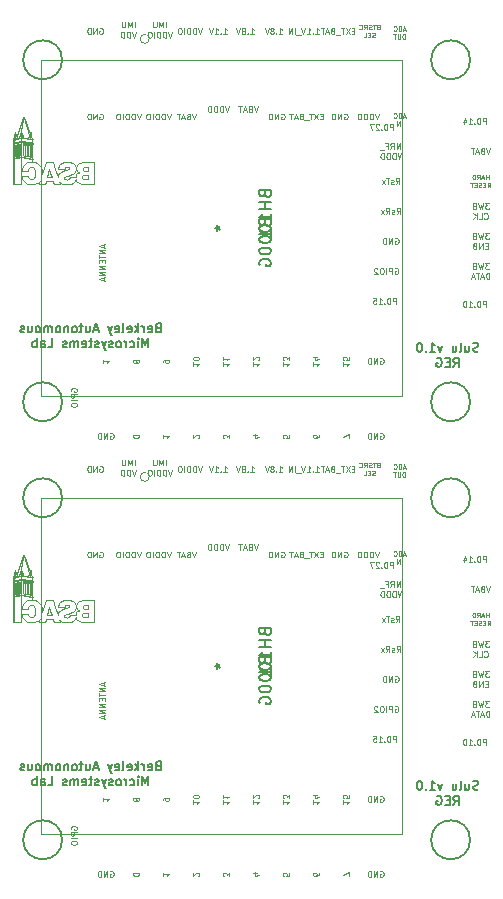
<source format=gbo>
G04 #@! TF.GenerationSoftware,KiCad,Pcbnew,(5.1.6)-1*
G04 #@! TF.CreationDate,2021-09-03T00:37:37-07:00*
G04 #@! TF.ProjectId,sulu_ldo_and_reg_panel,73756c75-5f6c-4646-9f5f-616e645f7265,rev?*
G04 #@! TF.SameCoordinates,Original*
G04 #@! TF.FileFunction,Legend,Bot*
G04 #@! TF.FilePolarity,Positive*
%FSLAX46Y46*%
G04 Gerber Fmt 4.6, Leading zero omitted, Abs format (unit mm)*
G04 Created by KiCad (PCBNEW (5.1.6)-1) date 2021-09-03 00:37:37*
%MOMM*%
%LPD*%
G01*
G04 APERTURE LIST*
%ADD10C,0.100000*%
%ADD11C,0.080000*%
%ADD12C,0.127000*%
%ADD13C,0.150000*%
%ADD14C,0.120000*%
G04 APERTURE END LIST*
D10*
X134477000Y-77442190D02*
X134762714Y-77442190D01*
X134619857Y-77442190D02*
X134619857Y-76942190D01*
X134667476Y-77013619D01*
X134715095Y-77061238D01*
X134762714Y-77085047D01*
X134262714Y-77394571D02*
X134238904Y-77418380D01*
X134262714Y-77442190D01*
X134286523Y-77418380D01*
X134262714Y-77394571D01*
X134262714Y-77442190D01*
X133762714Y-77442190D02*
X134048428Y-77442190D01*
X133905571Y-77442190D02*
X133905571Y-76942190D01*
X133953190Y-77013619D01*
X134000809Y-77061238D01*
X134048428Y-77085047D01*
X133619857Y-76942190D02*
X133453190Y-77442190D01*
X133286523Y-76942190D01*
X133238904Y-77489809D02*
X132857952Y-77489809D01*
X132738904Y-77442190D02*
X132738904Y-76942190D01*
X132500809Y-77442190D02*
X132500809Y-76942190D01*
X132215095Y-77442190D01*
X132215095Y-76942190D01*
X135111952Y-84419285D02*
X134945285Y-84419285D01*
X134873857Y-84681190D02*
X135111952Y-84681190D01*
X135111952Y-84181190D01*
X134873857Y-84181190D01*
X134707190Y-84181190D02*
X134373857Y-84681190D01*
X134373857Y-84181190D02*
X134707190Y-84681190D01*
X134254809Y-84181190D02*
X133969095Y-84181190D01*
X134111952Y-84681190D02*
X134111952Y-84181190D01*
X133921476Y-84728809D02*
X133540523Y-84728809D01*
X133254809Y-84419285D02*
X133183380Y-84443095D01*
X133159571Y-84466904D01*
X133135761Y-84514523D01*
X133135761Y-84585952D01*
X133159571Y-84633571D01*
X133183380Y-84657380D01*
X133231000Y-84681190D01*
X133421476Y-84681190D01*
X133421476Y-84181190D01*
X133254809Y-84181190D01*
X133207190Y-84205000D01*
X133183380Y-84228809D01*
X133159571Y-84276428D01*
X133159571Y-84324047D01*
X133183380Y-84371666D01*
X133207190Y-84395476D01*
X133254809Y-84419285D01*
X133421476Y-84419285D01*
X132945285Y-84538333D02*
X132707190Y-84538333D01*
X132992904Y-84681190D02*
X132826238Y-84181190D01*
X132659571Y-84681190D01*
X132564333Y-84181190D02*
X132278619Y-84181190D01*
X132421476Y-84681190D02*
X132421476Y-84181190D01*
D11*
X142100238Y-84435666D02*
X141909761Y-84435666D01*
X142138333Y-84549952D02*
X142005000Y-84149952D01*
X141871666Y-84549952D01*
X141738333Y-84549952D02*
X141738333Y-84149952D01*
X141643095Y-84149952D01*
X141585952Y-84169000D01*
X141547857Y-84207095D01*
X141528809Y-84245190D01*
X141509761Y-84321380D01*
X141509761Y-84378523D01*
X141528809Y-84454714D01*
X141547857Y-84492809D01*
X141585952Y-84530904D01*
X141643095Y-84549952D01*
X141738333Y-84549952D01*
X141109761Y-84511857D02*
X141128809Y-84530904D01*
X141185952Y-84549952D01*
X141224047Y-84549952D01*
X141281190Y-84530904D01*
X141319285Y-84492809D01*
X141338333Y-84454714D01*
X141357380Y-84378523D01*
X141357380Y-84321380D01*
X141338333Y-84245190D01*
X141319285Y-84207095D01*
X141281190Y-84169000D01*
X141224047Y-84149952D01*
X141185952Y-84149952D01*
X141128809Y-84169000D01*
X141109761Y-84188047D01*
X141814523Y-85229952D02*
X141814523Y-84829952D01*
X141624047Y-85229952D02*
X141624047Y-84829952D01*
X141395476Y-85229952D01*
X141395476Y-84829952D01*
D10*
X137778952Y-77180285D02*
X137612285Y-77180285D01*
X137540857Y-77442190D02*
X137778952Y-77442190D01*
X137778952Y-76942190D01*
X137540857Y-76942190D01*
X137374190Y-76942190D02*
X137040857Y-77442190D01*
X137040857Y-76942190D02*
X137374190Y-77442190D01*
X136921809Y-76942190D02*
X136636095Y-76942190D01*
X136778952Y-77442190D02*
X136778952Y-76942190D01*
X136588476Y-77489809D02*
X136207523Y-77489809D01*
X135921809Y-77180285D02*
X135850380Y-77204095D01*
X135826571Y-77227904D01*
X135802761Y-77275523D01*
X135802761Y-77346952D01*
X135826571Y-77394571D01*
X135850380Y-77418380D01*
X135898000Y-77442190D01*
X136088476Y-77442190D01*
X136088476Y-76942190D01*
X135921809Y-76942190D01*
X135874190Y-76966000D01*
X135850380Y-76989809D01*
X135826571Y-77037428D01*
X135826571Y-77085047D01*
X135850380Y-77132666D01*
X135874190Y-77156476D01*
X135921809Y-77180285D01*
X136088476Y-77180285D01*
X135612285Y-77299333D02*
X135374190Y-77299333D01*
X135659904Y-77442190D02*
X135493238Y-76942190D01*
X135326571Y-77442190D01*
X135231333Y-76942190D02*
X134945619Y-76942190D01*
X135088476Y-77442190D02*
X135088476Y-76942190D01*
X139854666Y-84181190D02*
X139688000Y-84681190D01*
X139521333Y-84181190D01*
X139354666Y-84681190D02*
X139354666Y-84181190D01*
X139235619Y-84181190D01*
X139164190Y-84205000D01*
X139116571Y-84252619D01*
X139092761Y-84300238D01*
X139068952Y-84395476D01*
X139068952Y-84466904D01*
X139092761Y-84562142D01*
X139116571Y-84609761D01*
X139164190Y-84657380D01*
X139235619Y-84681190D01*
X139354666Y-84681190D01*
X138854666Y-84681190D02*
X138854666Y-84181190D01*
X138735619Y-84181190D01*
X138664190Y-84205000D01*
X138616571Y-84252619D01*
X138592761Y-84300238D01*
X138568952Y-84395476D01*
X138568952Y-84466904D01*
X138592761Y-84562142D01*
X138616571Y-84609761D01*
X138664190Y-84657380D01*
X138735619Y-84681190D01*
X138854666Y-84681190D01*
X138354666Y-84681190D02*
X138354666Y-84181190D01*
X138235619Y-84181190D01*
X138164190Y-84205000D01*
X138116571Y-84252619D01*
X138092761Y-84300238D01*
X138068952Y-84395476D01*
X138068952Y-84466904D01*
X138092761Y-84562142D01*
X138116571Y-84609761D01*
X138164190Y-84657380D01*
X138235619Y-84681190D01*
X138354666Y-84681190D01*
X136905952Y-84205000D02*
X136953571Y-84181190D01*
X137025000Y-84181190D01*
X137096428Y-84205000D01*
X137144047Y-84252619D01*
X137167857Y-84300238D01*
X137191666Y-84395476D01*
X137191666Y-84466904D01*
X137167857Y-84562142D01*
X137144047Y-84609761D01*
X137096428Y-84657380D01*
X137025000Y-84681190D01*
X136977380Y-84681190D01*
X136905952Y-84657380D01*
X136882142Y-84633571D01*
X136882142Y-84466904D01*
X136977380Y-84466904D01*
X136667857Y-84681190D02*
X136667857Y-84181190D01*
X136382142Y-84681190D01*
X136382142Y-84181190D01*
X136144047Y-84681190D02*
X136144047Y-84181190D01*
X136025000Y-84181190D01*
X135953571Y-84205000D01*
X135905952Y-84252619D01*
X135882142Y-84300238D01*
X135858333Y-84395476D01*
X135858333Y-84466904D01*
X135882142Y-84562142D01*
X135905952Y-84609761D01*
X135953571Y-84657380D01*
X136025000Y-84681190D01*
X136144047Y-84681190D01*
X131571952Y-84205000D02*
X131619571Y-84181190D01*
X131691000Y-84181190D01*
X131762428Y-84205000D01*
X131810047Y-84252619D01*
X131833857Y-84300238D01*
X131857666Y-84395476D01*
X131857666Y-84466904D01*
X131833857Y-84562142D01*
X131810047Y-84609761D01*
X131762428Y-84657380D01*
X131691000Y-84681190D01*
X131643380Y-84681190D01*
X131571952Y-84657380D01*
X131548142Y-84633571D01*
X131548142Y-84466904D01*
X131643380Y-84466904D01*
X131333857Y-84681190D02*
X131333857Y-84181190D01*
X131048142Y-84681190D01*
X131048142Y-84181190D01*
X130810047Y-84681190D02*
X130810047Y-84181190D01*
X130691000Y-84181190D01*
X130619571Y-84205000D01*
X130571952Y-84252619D01*
X130548142Y-84300238D01*
X130524333Y-84395476D01*
X130524333Y-84466904D01*
X130548142Y-84562142D01*
X130571952Y-84609761D01*
X130619571Y-84657380D01*
X130691000Y-84681190D01*
X130810047Y-84681190D01*
X129599428Y-83546190D02*
X129432761Y-84046190D01*
X129266095Y-83546190D01*
X128932761Y-83784285D02*
X128861333Y-83808095D01*
X128837523Y-83831904D01*
X128813714Y-83879523D01*
X128813714Y-83950952D01*
X128837523Y-83998571D01*
X128861333Y-84022380D01*
X128908952Y-84046190D01*
X129099428Y-84046190D01*
X129099428Y-83546190D01*
X128932761Y-83546190D01*
X128885142Y-83570000D01*
X128861333Y-83593809D01*
X128837523Y-83641428D01*
X128837523Y-83689047D01*
X128861333Y-83736666D01*
X128885142Y-83760476D01*
X128932761Y-83784285D01*
X129099428Y-83784285D01*
X128623238Y-83903333D02*
X128385142Y-83903333D01*
X128670857Y-84046190D02*
X128504190Y-83546190D01*
X128337523Y-84046190D01*
X128242285Y-83546190D02*
X127956571Y-83546190D01*
X128099428Y-84046190D02*
X128099428Y-83546190D01*
X131365571Y-77442190D02*
X131651285Y-77442190D01*
X131508428Y-77442190D02*
X131508428Y-76942190D01*
X131556047Y-77013619D01*
X131603666Y-77061238D01*
X131651285Y-77085047D01*
X131151285Y-77394571D02*
X131127476Y-77418380D01*
X131151285Y-77442190D01*
X131175095Y-77418380D01*
X131151285Y-77394571D01*
X131151285Y-77442190D01*
X130841761Y-77156476D02*
X130889380Y-77132666D01*
X130913190Y-77108857D01*
X130937000Y-77061238D01*
X130937000Y-77037428D01*
X130913190Y-76989809D01*
X130889380Y-76966000D01*
X130841761Y-76942190D01*
X130746523Y-76942190D01*
X130698904Y-76966000D01*
X130675095Y-76989809D01*
X130651285Y-77037428D01*
X130651285Y-77061238D01*
X130675095Y-77108857D01*
X130698904Y-77132666D01*
X130746523Y-77156476D01*
X130841761Y-77156476D01*
X130889380Y-77180285D01*
X130913190Y-77204095D01*
X130937000Y-77251714D01*
X130937000Y-77346952D01*
X130913190Y-77394571D01*
X130889380Y-77418380D01*
X130841761Y-77442190D01*
X130746523Y-77442190D01*
X130698904Y-77418380D01*
X130675095Y-77394571D01*
X130651285Y-77346952D01*
X130651285Y-77251714D01*
X130675095Y-77204095D01*
X130698904Y-77180285D01*
X130746523Y-77156476D01*
X130508428Y-76942190D02*
X130341761Y-77442190D01*
X130175095Y-76942190D01*
X128952571Y-77442190D02*
X129238285Y-77442190D01*
X129095428Y-77442190D02*
X129095428Y-76942190D01*
X129143047Y-77013619D01*
X129190666Y-77061238D01*
X129238285Y-77085047D01*
X128738285Y-77394571D02*
X128714476Y-77418380D01*
X128738285Y-77442190D01*
X128762095Y-77418380D01*
X128738285Y-77394571D01*
X128738285Y-77442190D01*
X128428761Y-77156476D02*
X128476380Y-77132666D01*
X128500190Y-77108857D01*
X128524000Y-77061238D01*
X128524000Y-77037428D01*
X128500190Y-76989809D01*
X128476380Y-76966000D01*
X128428761Y-76942190D01*
X128333523Y-76942190D01*
X128285904Y-76966000D01*
X128262095Y-76989809D01*
X128238285Y-77037428D01*
X128238285Y-77061238D01*
X128262095Y-77108857D01*
X128285904Y-77132666D01*
X128333523Y-77156476D01*
X128428761Y-77156476D01*
X128476380Y-77180285D01*
X128500190Y-77204095D01*
X128524000Y-77251714D01*
X128524000Y-77346952D01*
X128500190Y-77394571D01*
X128476380Y-77418380D01*
X128428761Y-77442190D01*
X128333523Y-77442190D01*
X128285904Y-77418380D01*
X128262095Y-77394571D01*
X128238285Y-77346952D01*
X128238285Y-77251714D01*
X128262095Y-77204095D01*
X128285904Y-77180285D01*
X128333523Y-77156476D01*
X128095428Y-76942190D02*
X127928761Y-77442190D01*
X127762095Y-76942190D01*
X126666571Y-77442190D02*
X126952285Y-77442190D01*
X126809428Y-77442190D02*
X126809428Y-76942190D01*
X126857047Y-77013619D01*
X126904666Y-77061238D01*
X126952285Y-77085047D01*
X126452285Y-77394571D02*
X126428476Y-77418380D01*
X126452285Y-77442190D01*
X126476095Y-77418380D01*
X126452285Y-77394571D01*
X126452285Y-77442190D01*
X125952285Y-77442190D02*
X126238000Y-77442190D01*
X126095142Y-77442190D02*
X126095142Y-76942190D01*
X126142761Y-77013619D01*
X126190380Y-77061238D01*
X126238000Y-77085047D01*
X125809428Y-76942190D02*
X125642761Y-77442190D01*
X125476095Y-76942190D01*
X113796000Y-107704000D02*
X113772190Y-107656380D01*
X113772190Y-107584952D01*
X113796000Y-107513523D01*
X113843619Y-107465904D01*
X113891238Y-107442095D01*
X113986476Y-107418285D01*
X114057904Y-107418285D01*
X114153142Y-107442095D01*
X114200761Y-107465904D01*
X114248380Y-107513523D01*
X114272190Y-107584952D01*
X114272190Y-107632571D01*
X114248380Y-107704000D01*
X114224571Y-107727809D01*
X114057904Y-107727809D01*
X114057904Y-107632571D01*
X114272190Y-107942095D02*
X113772190Y-107942095D01*
X113772190Y-108132571D01*
X113796000Y-108180190D01*
X113819809Y-108204000D01*
X113867428Y-108227809D01*
X113938857Y-108227809D01*
X113986476Y-108204000D01*
X114010285Y-108180190D01*
X114034095Y-108132571D01*
X114034095Y-107942095D01*
X114272190Y-108442095D02*
X113772190Y-108442095D01*
X113772190Y-108775428D02*
X113772190Y-108870666D01*
X113796000Y-108918285D01*
X113843619Y-108965904D01*
X113938857Y-108989714D01*
X114105523Y-108989714D01*
X114200761Y-108965904D01*
X114248380Y-108918285D01*
X114272190Y-108870666D01*
X114272190Y-108775428D01*
X114248380Y-108727809D01*
X114200761Y-108680190D01*
X114105523Y-108656380D01*
X113938857Y-108656380D01*
X113843619Y-108680190D01*
X113796000Y-108727809D01*
X113772190Y-108775428D01*
X141299285Y-100302190D02*
X141299285Y-99802190D01*
X141108809Y-99802190D01*
X141061190Y-99826000D01*
X141037380Y-99849809D01*
X141013571Y-99897428D01*
X141013571Y-99968857D01*
X141037380Y-100016476D01*
X141061190Y-100040285D01*
X141108809Y-100064095D01*
X141299285Y-100064095D01*
X140704047Y-99802190D02*
X140656428Y-99802190D01*
X140608809Y-99826000D01*
X140585000Y-99849809D01*
X140561190Y-99897428D01*
X140537380Y-99992666D01*
X140537380Y-100111714D01*
X140561190Y-100206952D01*
X140585000Y-100254571D01*
X140608809Y-100278380D01*
X140656428Y-100302190D01*
X140704047Y-100302190D01*
X140751666Y-100278380D01*
X140775476Y-100254571D01*
X140799285Y-100206952D01*
X140823095Y-100111714D01*
X140823095Y-99992666D01*
X140799285Y-99897428D01*
X140775476Y-99849809D01*
X140751666Y-99826000D01*
X140704047Y-99802190D01*
X140323095Y-100254571D02*
X140299285Y-100278380D01*
X140323095Y-100302190D01*
X140346904Y-100278380D01*
X140323095Y-100254571D01*
X140323095Y-100302190D01*
X139823095Y-100302190D02*
X140108809Y-100302190D01*
X139965952Y-100302190D02*
X139965952Y-99802190D01*
X140013571Y-99873619D01*
X140061190Y-99921238D01*
X140108809Y-99945047D01*
X139370714Y-99802190D02*
X139608809Y-99802190D01*
X139632619Y-100040285D01*
X139608809Y-100016476D01*
X139561190Y-99992666D01*
X139442142Y-99992666D01*
X139394523Y-100016476D01*
X139370714Y-100040285D01*
X139346904Y-100087904D01*
X139346904Y-100206952D01*
X139370714Y-100254571D01*
X139394523Y-100278380D01*
X139442142Y-100302190D01*
X139561190Y-100302190D01*
X139608809Y-100278380D01*
X139632619Y-100254571D01*
X148919285Y-100556190D02*
X148919285Y-100056190D01*
X148728809Y-100056190D01*
X148681190Y-100080000D01*
X148657380Y-100103809D01*
X148633571Y-100151428D01*
X148633571Y-100222857D01*
X148657380Y-100270476D01*
X148681190Y-100294285D01*
X148728809Y-100318095D01*
X148919285Y-100318095D01*
X148324047Y-100056190D02*
X148276428Y-100056190D01*
X148228809Y-100080000D01*
X148205000Y-100103809D01*
X148181190Y-100151428D01*
X148157380Y-100246666D01*
X148157380Y-100365714D01*
X148181190Y-100460952D01*
X148205000Y-100508571D01*
X148228809Y-100532380D01*
X148276428Y-100556190D01*
X148324047Y-100556190D01*
X148371666Y-100532380D01*
X148395476Y-100508571D01*
X148419285Y-100460952D01*
X148443095Y-100365714D01*
X148443095Y-100246666D01*
X148419285Y-100151428D01*
X148395476Y-100103809D01*
X148371666Y-100080000D01*
X148324047Y-100056190D01*
X147943095Y-100508571D02*
X147919285Y-100532380D01*
X147943095Y-100556190D01*
X147966904Y-100532380D01*
X147943095Y-100508571D01*
X147943095Y-100556190D01*
X147443095Y-100556190D02*
X147728809Y-100556190D01*
X147585952Y-100556190D02*
X147585952Y-100056190D01*
X147633571Y-100127619D01*
X147681190Y-100175238D01*
X147728809Y-100199047D01*
X147133571Y-100056190D02*
X147085952Y-100056190D01*
X147038333Y-100080000D01*
X147014523Y-100103809D01*
X146990714Y-100151428D01*
X146966904Y-100246666D01*
X146966904Y-100365714D01*
X146990714Y-100460952D01*
X147014523Y-100508571D01*
X147038333Y-100532380D01*
X147085952Y-100556190D01*
X147133571Y-100556190D01*
X147181190Y-100532380D01*
X147205000Y-100508571D01*
X147228809Y-100460952D01*
X147252619Y-100365714D01*
X147252619Y-100246666D01*
X147228809Y-100151428D01*
X147205000Y-100103809D01*
X147181190Y-100080000D01*
X147133571Y-100056190D01*
X148919285Y-85062190D02*
X148919285Y-84562190D01*
X148728809Y-84562190D01*
X148681190Y-84586000D01*
X148657380Y-84609809D01*
X148633571Y-84657428D01*
X148633571Y-84728857D01*
X148657380Y-84776476D01*
X148681190Y-84800285D01*
X148728809Y-84824095D01*
X148919285Y-84824095D01*
X148324047Y-84562190D02*
X148276428Y-84562190D01*
X148228809Y-84586000D01*
X148205000Y-84609809D01*
X148181190Y-84657428D01*
X148157380Y-84752666D01*
X148157380Y-84871714D01*
X148181190Y-84966952D01*
X148205000Y-85014571D01*
X148228809Y-85038380D01*
X148276428Y-85062190D01*
X148324047Y-85062190D01*
X148371666Y-85038380D01*
X148395476Y-85014571D01*
X148419285Y-84966952D01*
X148443095Y-84871714D01*
X148443095Y-84752666D01*
X148419285Y-84657428D01*
X148395476Y-84609809D01*
X148371666Y-84586000D01*
X148324047Y-84562190D01*
X147943095Y-85014571D02*
X147919285Y-85038380D01*
X147943095Y-85062190D01*
X147966904Y-85038380D01*
X147943095Y-85014571D01*
X147943095Y-85062190D01*
X147443095Y-85062190D02*
X147728809Y-85062190D01*
X147585952Y-85062190D02*
X147585952Y-84562190D01*
X147633571Y-84633619D01*
X147681190Y-84681238D01*
X147728809Y-84705047D01*
X147014523Y-84728857D02*
X147014523Y-85062190D01*
X147133571Y-84538380D02*
X147252619Y-84895523D01*
X146943095Y-84895523D01*
X141045285Y-85570190D02*
X141045285Y-85070190D01*
X140854809Y-85070190D01*
X140807190Y-85094000D01*
X140783380Y-85117809D01*
X140759571Y-85165428D01*
X140759571Y-85236857D01*
X140783380Y-85284476D01*
X140807190Y-85308285D01*
X140854809Y-85332095D01*
X141045285Y-85332095D01*
X140450047Y-85070190D02*
X140402428Y-85070190D01*
X140354809Y-85094000D01*
X140331000Y-85117809D01*
X140307190Y-85165428D01*
X140283380Y-85260666D01*
X140283380Y-85379714D01*
X140307190Y-85474952D01*
X140331000Y-85522571D01*
X140354809Y-85546380D01*
X140402428Y-85570190D01*
X140450047Y-85570190D01*
X140497666Y-85546380D01*
X140521476Y-85522571D01*
X140545285Y-85474952D01*
X140569095Y-85379714D01*
X140569095Y-85260666D01*
X140545285Y-85165428D01*
X140521476Y-85117809D01*
X140497666Y-85094000D01*
X140450047Y-85070190D01*
X140069095Y-85522571D02*
X140045285Y-85546380D01*
X140069095Y-85570190D01*
X140092904Y-85546380D01*
X140069095Y-85522571D01*
X140069095Y-85570190D01*
X139854809Y-85117809D02*
X139831000Y-85094000D01*
X139783380Y-85070190D01*
X139664333Y-85070190D01*
X139616714Y-85094000D01*
X139592904Y-85117809D01*
X139569095Y-85165428D01*
X139569095Y-85213047D01*
X139592904Y-85284476D01*
X139878619Y-85570190D01*
X139569095Y-85570190D01*
X139402428Y-85070190D02*
X139069095Y-85070190D01*
X139283380Y-85570190D01*
X141200095Y-97286000D02*
X141247714Y-97262190D01*
X141319142Y-97262190D01*
X141390571Y-97286000D01*
X141438190Y-97333619D01*
X141462000Y-97381238D01*
X141485809Y-97476476D01*
X141485809Y-97547904D01*
X141462000Y-97643142D01*
X141438190Y-97690761D01*
X141390571Y-97738380D01*
X141319142Y-97762190D01*
X141271523Y-97762190D01*
X141200095Y-97738380D01*
X141176285Y-97714571D01*
X141176285Y-97547904D01*
X141271523Y-97547904D01*
X140962000Y-97762190D02*
X140962000Y-97262190D01*
X140771523Y-97262190D01*
X140723904Y-97286000D01*
X140700095Y-97309809D01*
X140676285Y-97357428D01*
X140676285Y-97428857D01*
X140700095Y-97476476D01*
X140723904Y-97500285D01*
X140771523Y-97524095D01*
X140962000Y-97524095D01*
X140462000Y-97762190D02*
X140462000Y-97262190D01*
X140128666Y-97262190D02*
X140033428Y-97262190D01*
X139985809Y-97286000D01*
X139938190Y-97333619D01*
X139914380Y-97428857D01*
X139914380Y-97595523D01*
X139938190Y-97690761D01*
X139985809Y-97738380D01*
X140033428Y-97762190D01*
X140128666Y-97762190D01*
X140176285Y-97738380D01*
X140223904Y-97690761D01*
X140247714Y-97595523D01*
X140247714Y-97428857D01*
X140223904Y-97333619D01*
X140176285Y-97286000D01*
X140128666Y-97262190D01*
X139723904Y-97309809D02*
X139700095Y-97286000D01*
X139652476Y-97262190D01*
X139533428Y-97262190D01*
X139485809Y-97286000D01*
X139462000Y-97309809D01*
X139438190Y-97357428D01*
X139438190Y-97405047D01*
X139462000Y-97476476D01*
X139747714Y-97762190D01*
X139438190Y-97762190D01*
X116204952Y-84205000D02*
X116252571Y-84181190D01*
X116324000Y-84181190D01*
X116395428Y-84205000D01*
X116443047Y-84252619D01*
X116466857Y-84300238D01*
X116490666Y-84395476D01*
X116490666Y-84466904D01*
X116466857Y-84562142D01*
X116443047Y-84609761D01*
X116395428Y-84657380D01*
X116324000Y-84681190D01*
X116276380Y-84681190D01*
X116204952Y-84657380D01*
X116181142Y-84633571D01*
X116181142Y-84466904D01*
X116276380Y-84466904D01*
X115966857Y-84681190D02*
X115966857Y-84181190D01*
X115681142Y-84681190D01*
X115681142Y-84181190D01*
X115443047Y-84681190D02*
X115443047Y-84181190D01*
X115324000Y-84181190D01*
X115252571Y-84205000D01*
X115204952Y-84252619D01*
X115181142Y-84300238D01*
X115157333Y-84395476D01*
X115157333Y-84466904D01*
X115181142Y-84562142D01*
X115204952Y-84609761D01*
X115252571Y-84657380D01*
X115324000Y-84681190D01*
X115443047Y-84681190D01*
D12*
X121121714Y-102307571D02*
X121012857Y-102343857D01*
X120976571Y-102380142D01*
X120940285Y-102452714D01*
X120940285Y-102561571D01*
X120976571Y-102634142D01*
X121012857Y-102670428D01*
X121085428Y-102706714D01*
X121375714Y-102706714D01*
X121375714Y-101944714D01*
X121121714Y-101944714D01*
X121049142Y-101981000D01*
X121012857Y-102017285D01*
X120976571Y-102089857D01*
X120976571Y-102162428D01*
X121012857Y-102235000D01*
X121049142Y-102271285D01*
X121121714Y-102307571D01*
X121375714Y-102307571D01*
X120323428Y-102670428D02*
X120396000Y-102706714D01*
X120541142Y-102706714D01*
X120613714Y-102670428D01*
X120650000Y-102597857D01*
X120650000Y-102307571D01*
X120613714Y-102235000D01*
X120541142Y-102198714D01*
X120396000Y-102198714D01*
X120323428Y-102235000D01*
X120287142Y-102307571D01*
X120287142Y-102380142D01*
X120650000Y-102452714D01*
X119960571Y-102706714D02*
X119960571Y-102198714D01*
X119960571Y-102343857D02*
X119924285Y-102271285D01*
X119888000Y-102235000D01*
X119815428Y-102198714D01*
X119742857Y-102198714D01*
X119488857Y-102706714D02*
X119488857Y-101944714D01*
X119416285Y-102416428D02*
X119198571Y-102706714D01*
X119198571Y-102198714D02*
X119488857Y-102489000D01*
X118581714Y-102670428D02*
X118654285Y-102706714D01*
X118799428Y-102706714D01*
X118872000Y-102670428D01*
X118908285Y-102597857D01*
X118908285Y-102307571D01*
X118872000Y-102235000D01*
X118799428Y-102198714D01*
X118654285Y-102198714D01*
X118581714Y-102235000D01*
X118545428Y-102307571D01*
X118545428Y-102380142D01*
X118908285Y-102452714D01*
X118110000Y-102706714D02*
X118182571Y-102670428D01*
X118218857Y-102597857D01*
X118218857Y-101944714D01*
X117529428Y-102670428D02*
X117602000Y-102706714D01*
X117747142Y-102706714D01*
X117819714Y-102670428D01*
X117856000Y-102597857D01*
X117856000Y-102307571D01*
X117819714Y-102235000D01*
X117747142Y-102198714D01*
X117602000Y-102198714D01*
X117529428Y-102235000D01*
X117493142Y-102307571D01*
X117493142Y-102380142D01*
X117856000Y-102452714D01*
X117239142Y-102198714D02*
X117057714Y-102706714D01*
X116876285Y-102198714D02*
X117057714Y-102706714D01*
X117130285Y-102888142D01*
X117166571Y-102924428D01*
X117239142Y-102960714D01*
X116041714Y-102489000D02*
X115678857Y-102489000D01*
X116114285Y-102706714D02*
X115860285Y-101944714D01*
X115606285Y-102706714D01*
X115025714Y-102198714D02*
X115025714Y-102706714D01*
X115352285Y-102198714D02*
X115352285Y-102597857D01*
X115316000Y-102670428D01*
X115243428Y-102706714D01*
X115134571Y-102706714D01*
X115062000Y-102670428D01*
X115025714Y-102634142D01*
X114771714Y-102198714D02*
X114481428Y-102198714D01*
X114662857Y-101944714D02*
X114662857Y-102597857D01*
X114626571Y-102670428D01*
X114554000Y-102706714D01*
X114481428Y-102706714D01*
X114118571Y-102706714D02*
X114191142Y-102670428D01*
X114227428Y-102634142D01*
X114263714Y-102561571D01*
X114263714Y-102343857D01*
X114227428Y-102271285D01*
X114191142Y-102235000D01*
X114118571Y-102198714D01*
X114009714Y-102198714D01*
X113937142Y-102235000D01*
X113900857Y-102271285D01*
X113864571Y-102343857D01*
X113864571Y-102561571D01*
X113900857Y-102634142D01*
X113937142Y-102670428D01*
X114009714Y-102706714D01*
X114118571Y-102706714D01*
X113538000Y-102198714D02*
X113538000Y-102706714D01*
X113538000Y-102271285D02*
X113501714Y-102235000D01*
X113429142Y-102198714D01*
X113320285Y-102198714D01*
X113247714Y-102235000D01*
X113211428Y-102307571D01*
X113211428Y-102706714D01*
X112739714Y-102706714D02*
X112812285Y-102670428D01*
X112848571Y-102634142D01*
X112884857Y-102561571D01*
X112884857Y-102343857D01*
X112848571Y-102271285D01*
X112812285Y-102235000D01*
X112739714Y-102198714D01*
X112630857Y-102198714D01*
X112558285Y-102235000D01*
X112522000Y-102271285D01*
X112485714Y-102343857D01*
X112485714Y-102561571D01*
X112522000Y-102634142D01*
X112558285Y-102670428D01*
X112630857Y-102706714D01*
X112739714Y-102706714D01*
X112159142Y-102706714D02*
X112159142Y-102198714D01*
X112159142Y-102271285D02*
X112122857Y-102235000D01*
X112050285Y-102198714D01*
X111941428Y-102198714D01*
X111868857Y-102235000D01*
X111832571Y-102307571D01*
X111832571Y-102706714D01*
X111832571Y-102307571D02*
X111796285Y-102235000D01*
X111723714Y-102198714D01*
X111614857Y-102198714D01*
X111542285Y-102235000D01*
X111506000Y-102307571D01*
X111506000Y-102706714D01*
X111034285Y-102706714D02*
X111106857Y-102670428D01*
X111143142Y-102634142D01*
X111179428Y-102561571D01*
X111179428Y-102343857D01*
X111143142Y-102271285D01*
X111106857Y-102235000D01*
X111034285Y-102198714D01*
X110925428Y-102198714D01*
X110852857Y-102235000D01*
X110816571Y-102271285D01*
X110780285Y-102343857D01*
X110780285Y-102561571D01*
X110816571Y-102634142D01*
X110852857Y-102670428D01*
X110925428Y-102706714D01*
X111034285Y-102706714D01*
X110127142Y-102198714D02*
X110127142Y-102706714D01*
X110453714Y-102198714D02*
X110453714Y-102597857D01*
X110417428Y-102670428D01*
X110344857Y-102706714D01*
X110236000Y-102706714D01*
X110163428Y-102670428D01*
X110127142Y-102634142D01*
X109800571Y-102670428D02*
X109728000Y-102706714D01*
X109582857Y-102706714D01*
X109510285Y-102670428D01*
X109474000Y-102597857D01*
X109474000Y-102561571D01*
X109510285Y-102489000D01*
X109582857Y-102452714D01*
X109691714Y-102452714D01*
X109764285Y-102416428D01*
X109800571Y-102343857D01*
X109800571Y-102307571D01*
X109764285Y-102235000D01*
X109691714Y-102198714D01*
X109582857Y-102198714D01*
X109510285Y-102235000D01*
X120341571Y-103976714D02*
X120341571Y-103214714D01*
X120087571Y-103759000D01*
X119833571Y-103214714D01*
X119833571Y-103976714D01*
X119470714Y-103976714D02*
X119470714Y-103468714D01*
X119470714Y-103214714D02*
X119507000Y-103251000D01*
X119470714Y-103287285D01*
X119434428Y-103251000D01*
X119470714Y-103214714D01*
X119470714Y-103287285D01*
X118781285Y-103940428D02*
X118853857Y-103976714D01*
X118999000Y-103976714D01*
X119071571Y-103940428D01*
X119107857Y-103904142D01*
X119144142Y-103831571D01*
X119144142Y-103613857D01*
X119107857Y-103541285D01*
X119071571Y-103505000D01*
X118999000Y-103468714D01*
X118853857Y-103468714D01*
X118781285Y-103505000D01*
X118454714Y-103976714D02*
X118454714Y-103468714D01*
X118454714Y-103613857D02*
X118418428Y-103541285D01*
X118382142Y-103505000D01*
X118309571Y-103468714D01*
X118237000Y-103468714D01*
X117874142Y-103976714D02*
X117946714Y-103940428D01*
X117983000Y-103904142D01*
X118019285Y-103831571D01*
X118019285Y-103613857D01*
X117983000Y-103541285D01*
X117946714Y-103505000D01*
X117874142Y-103468714D01*
X117765285Y-103468714D01*
X117692714Y-103505000D01*
X117656428Y-103541285D01*
X117620142Y-103613857D01*
X117620142Y-103831571D01*
X117656428Y-103904142D01*
X117692714Y-103940428D01*
X117765285Y-103976714D01*
X117874142Y-103976714D01*
X117329857Y-103940428D02*
X117257285Y-103976714D01*
X117112142Y-103976714D01*
X117039571Y-103940428D01*
X117003285Y-103867857D01*
X117003285Y-103831571D01*
X117039571Y-103759000D01*
X117112142Y-103722714D01*
X117221000Y-103722714D01*
X117293571Y-103686428D01*
X117329857Y-103613857D01*
X117329857Y-103577571D01*
X117293571Y-103505000D01*
X117221000Y-103468714D01*
X117112142Y-103468714D01*
X117039571Y-103505000D01*
X116749285Y-103468714D02*
X116567857Y-103976714D01*
X116386428Y-103468714D02*
X116567857Y-103976714D01*
X116640428Y-104158142D01*
X116676714Y-104194428D01*
X116749285Y-104230714D01*
X116132428Y-103940428D02*
X116059857Y-103976714D01*
X115914714Y-103976714D01*
X115842142Y-103940428D01*
X115805857Y-103867857D01*
X115805857Y-103831571D01*
X115842142Y-103759000D01*
X115914714Y-103722714D01*
X116023571Y-103722714D01*
X116096142Y-103686428D01*
X116132428Y-103613857D01*
X116132428Y-103577571D01*
X116096142Y-103505000D01*
X116023571Y-103468714D01*
X115914714Y-103468714D01*
X115842142Y-103505000D01*
X115588142Y-103468714D02*
X115297857Y-103468714D01*
X115479285Y-103214714D02*
X115479285Y-103867857D01*
X115443000Y-103940428D01*
X115370428Y-103976714D01*
X115297857Y-103976714D01*
X114753571Y-103940428D02*
X114826142Y-103976714D01*
X114971285Y-103976714D01*
X115043857Y-103940428D01*
X115080142Y-103867857D01*
X115080142Y-103577571D01*
X115043857Y-103505000D01*
X114971285Y-103468714D01*
X114826142Y-103468714D01*
X114753571Y-103505000D01*
X114717285Y-103577571D01*
X114717285Y-103650142D01*
X115080142Y-103722714D01*
X114390714Y-103976714D02*
X114390714Y-103468714D01*
X114390714Y-103541285D02*
X114354428Y-103505000D01*
X114281857Y-103468714D01*
X114173000Y-103468714D01*
X114100428Y-103505000D01*
X114064142Y-103577571D01*
X114064142Y-103976714D01*
X114064142Y-103577571D02*
X114027857Y-103505000D01*
X113955285Y-103468714D01*
X113846428Y-103468714D01*
X113773857Y-103505000D01*
X113737571Y-103577571D01*
X113737571Y-103976714D01*
X113411000Y-103940428D02*
X113338428Y-103976714D01*
X113193285Y-103976714D01*
X113120714Y-103940428D01*
X113084428Y-103867857D01*
X113084428Y-103831571D01*
X113120714Y-103759000D01*
X113193285Y-103722714D01*
X113302142Y-103722714D01*
X113374714Y-103686428D01*
X113411000Y-103613857D01*
X113411000Y-103577571D01*
X113374714Y-103505000D01*
X113302142Y-103468714D01*
X113193285Y-103468714D01*
X113120714Y-103505000D01*
X111814428Y-103976714D02*
X112177285Y-103976714D01*
X112177285Y-103214714D01*
X111233857Y-103976714D02*
X111233857Y-103577571D01*
X111270142Y-103505000D01*
X111342714Y-103468714D01*
X111487857Y-103468714D01*
X111560428Y-103505000D01*
X111233857Y-103940428D02*
X111306428Y-103976714D01*
X111487857Y-103976714D01*
X111560428Y-103940428D01*
X111596714Y-103867857D01*
X111596714Y-103795285D01*
X111560428Y-103722714D01*
X111487857Y-103686428D01*
X111306428Y-103686428D01*
X111233857Y-103650142D01*
X110871000Y-103976714D02*
X110871000Y-103214714D01*
X110871000Y-103505000D02*
X110798428Y-103468714D01*
X110653285Y-103468714D01*
X110580714Y-103505000D01*
X110544428Y-103541285D01*
X110508142Y-103613857D01*
X110508142Y-103831571D01*
X110544428Y-103904142D01*
X110580714Y-103940428D01*
X110653285Y-103976714D01*
X110798428Y-103976714D01*
X110871000Y-103940428D01*
D10*
X116542333Y-95238285D02*
X116542333Y-95476380D01*
X116685190Y-95190666D02*
X116185190Y-95357333D01*
X116685190Y-95524000D01*
X116685190Y-95690666D02*
X116185190Y-95690666D01*
X116685190Y-95976380D01*
X116185190Y-95976380D01*
X116185190Y-96143047D02*
X116185190Y-96428761D01*
X116685190Y-96285904D02*
X116185190Y-96285904D01*
X116423285Y-96595428D02*
X116423285Y-96762095D01*
X116685190Y-96833523D02*
X116685190Y-96595428D01*
X116185190Y-96595428D01*
X116185190Y-96833523D01*
X116685190Y-97047809D02*
X116185190Y-97047809D01*
X116685190Y-97333523D01*
X116185190Y-97333523D01*
X116685190Y-97571619D02*
X116185190Y-97571619D01*
X116685190Y-97857333D01*
X116185190Y-97857333D01*
X116542333Y-98071619D02*
X116542333Y-98309714D01*
X116685190Y-98024000D02*
X116185190Y-98190666D01*
X116685190Y-98357333D01*
D12*
X148263428Y-104321428D02*
X148154571Y-104357714D01*
X147973142Y-104357714D01*
X147900571Y-104321428D01*
X147864285Y-104285142D01*
X147828000Y-104212571D01*
X147828000Y-104140000D01*
X147864285Y-104067428D01*
X147900571Y-104031142D01*
X147973142Y-103994857D01*
X148118285Y-103958571D01*
X148190857Y-103922285D01*
X148227142Y-103886000D01*
X148263428Y-103813428D01*
X148263428Y-103740857D01*
X148227142Y-103668285D01*
X148190857Y-103632000D01*
X148118285Y-103595714D01*
X147936857Y-103595714D01*
X147828000Y-103632000D01*
X147174857Y-103849714D02*
X147174857Y-104357714D01*
X147501428Y-103849714D02*
X147501428Y-104248857D01*
X147465142Y-104321428D01*
X147392571Y-104357714D01*
X147283714Y-104357714D01*
X147211142Y-104321428D01*
X147174857Y-104285142D01*
X146703142Y-104357714D02*
X146775714Y-104321428D01*
X146812000Y-104248857D01*
X146812000Y-103595714D01*
X146086285Y-103849714D02*
X146086285Y-104357714D01*
X146412857Y-103849714D02*
X146412857Y-104248857D01*
X146376571Y-104321428D01*
X146304000Y-104357714D01*
X146195142Y-104357714D01*
X146122571Y-104321428D01*
X146086285Y-104285142D01*
X145215428Y-103849714D02*
X145034000Y-104357714D01*
X144852571Y-103849714D01*
X144163142Y-104357714D02*
X144598571Y-104357714D01*
X144380857Y-104357714D02*
X144380857Y-103595714D01*
X144453428Y-103704571D01*
X144526000Y-103777142D01*
X144598571Y-103813428D01*
X143836571Y-104285142D02*
X143800285Y-104321428D01*
X143836571Y-104357714D01*
X143872857Y-104321428D01*
X143836571Y-104285142D01*
X143836571Y-104357714D01*
X143328571Y-103595714D02*
X143256000Y-103595714D01*
X143183428Y-103632000D01*
X143147142Y-103668285D01*
X143110857Y-103740857D01*
X143074571Y-103886000D01*
X143074571Y-104067428D01*
X143110857Y-104212571D01*
X143147142Y-104285142D01*
X143183428Y-104321428D01*
X143256000Y-104357714D01*
X143328571Y-104357714D01*
X143401142Y-104321428D01*
X143437428Y-104285142D01*
X143473714Y-104212571D01*
X143510000Y-104067428D01*
X143510000Y-103886000D01*
X143473714Y-103740857D01*
X143437428Y-103668285D01*
X143401142Y-103632000D01*
X143328571Y-103595714D01*
X146158857Y-105627714D02*
X146412857Y-105264857D01*
X146594285Y-105627714D02*
X146594285Y-104865714D01*
X146304000Y-104865714D01*
X146231428Y-104902000D01*
X146195142Y-104938285D01*
X146158857Y-105010857D01*
X146158857Y-105119714D01*
X146195142Y-105192285D01*
X146231428Y-105228571D01*
X146304000Y-105264857D01*
X146594285Y-105264857D01*
X145832285Y-105228571D02*
X145578285Y-105228571D01*
X145469428Y-105627714D02*
X145832285Y-105627714D01*
X145832285Y-104865714D01*
X145469428Y-104865714D01*
X144743714Y-104902000D02*
X144816285Y-104865714D01*
X144925142Y-104865714D01*
X145034000Y-104902000D01*
X145106571Y-104974571D01*
X145142857Y-105047142D01*
X145179142Y-105192285D01*
X145179142Y-105301142D01*
X145142857Y-105446285D01*
X145106571Y-105518857D01*
X145034000Y-105591428D01*
X144925142Y-105627714D01*
X144852571Y-105627714D01*
X144743714Y-105591428D01*
X144707428Y-105555142D01*
X144707428Y-105301142D01*
X144852571Y-105301142D01*
D10*
X141283476Y-90142190D02*
X141450142Y-89904095D01*
X141569190Y-90142190D02*
X141569190Y-89642190D01*
X141378714Y-89642190D01*
X141331095Y-89666000D01*
X141307285Y-89689809D01*
X141283476Y-89737428D01*
X141283476Y-89808857D01*
X141307285Y-89856476D01*
X141331095Y-89880285D01*
X141378714Y-89904095D01*
X141569190Y-89904095D01*
X141093000Y-90118380D02*
X141045380Y-90142190D01*
X140950142Y-90142190D01*
X140902523Y-90118380D01*
X140878714Y-90070761D01*
X140878714Y-90046952D01*
X140902523Y-89999333D01*
X140950142Y-89975523D01*
X141021571Y-89975523D01*
X141069190Y-89951714D01*
X141093000Y-89904095D01*
X141093000Y-89880285D01*
X141069190Y-89832666D01*
X141021571Y-89808857D01*
X140950142Y-89808857D01*
X140902523Y-89832666D01*
X140735857Y-89642190D02*
X140450142Y-89642190D01*
X140593000Y-90142190D02*
X140593000Y-89642190D01*
X140331095Y-90142190D02*
X140069190Y-89808857D01*
X140331095Y-89808857D02*
X140069190Y-90142190D01*
X141640619Y-87177190D02*
X141640619Y-86677190D01*
X141354904Y-87177190D01*
X141354904Y-86677190D01*
X140831095Y-87177190D02*
X140997761Y-86939095D01*
X141116809Y-87177190D02*
X141116809Y-86677190D01*
X140926333Y-86677190D01*
X140878714Y-86701000D01*
X140854904Y-86724809D01*
X140831095Y-86772428D01*
X140831095Y-86843857D01*
X140854904Y-86891476D01*
X140878714Y-86915285D01*
X140926333Y-86939095D01*
X141116809Y-86939095D01*
X140450142Y-86915285D02*
X140616809Y-86915285D01*
X140616809Y-87177190D02*
X140616809Y-86677190D01*
X140378714Y-86677190D01*
X140307285Y-87224809D02*
X139926333Y-87224809D01*
X141759666Y-87527190D02*
X141593000Y-88027190D01*
X141426333Y-87527190D01*
X141259666Y-88027190D02*
X141259666Y-87527190D01*
X141140619Y-87527190D01*
X141069190Y-87551000D01*
X141021571Y-87598619D01*
X140997761Y-87646238D01*
X140973952Y-87741476D01*
X140973952Y-87812904D01*
X140997761Y-87908142D01*
X141021571Y-87955761D01*
X141069190Y-88003380D01*
X141140619Y-88027190D01*
X141259666Y-88027190D01*
X140759666Y-88027190D02*
X140759666Y-87527190D01*
X140640619Y-87527190D01*
X140569190Y-87551000D01*
X140521571Y-87598619D01*
X140497761Y-87646238D01*
X140473952Y-87741476D01*
X140473952Y-87812904D01*
X140497761Y-87908142D01*
X140521571Y-87955761D01*
X140569190Y-88003380D01*
X140640619Y-88027190D01*
X140759666Y-88027190D01*
X140259666Y-88027190D02*
X140259666Y-87527190D01*
X140140619Y-87527190D01*
X140069190Y-87551000D01*
X140021571Y-87598619D01*
X139997761Y-87646238D01*
X139973952Y-87741476D01*
X139973952Y-87812904D01*
X139997761Y-87908142D01*
X140021571Y-87955761D01*
X140069190Y-88003380D01*
X140140619Y-88027190D01*
X140259666Y-88027190D01*
X141223952Y-94746000D02*
X141271571Y-94722190D01*
X141343000Y-94722190D01*
X141414428Y-94746000D01*
X141462047Y-94793619D01*
X141485857Y-94841238D01*
X141509666Y-94936476D01*
X141509666Y-95007904D01*
X141485857Y-95103142D01*
X141462047Y-95150761D01*
X141414428Y-95198380D01*
X141343000Y-95222190D01*
X141295380Y-95222190D01*
X141223952Y-95198380D01*
X141200142Y-95174571D01*
X141200142Y-95007904D01*
X141295380Y-95007904D01*
X140985857Y-95222190D02*
X140985857Y-94722190D01*
X140700142Y-95222190D01*
X140700142Y-94722190D01*
X140462047Y-95222190D02*
X140462047Y-94722190D01*
X140343000Y-94722190D01*
X140271571Y-94746000D01*
X140223952Y-94793619D01*
X140200142Y-94841238D01*
X140176333Y-94936476D01*
X140176333Y-95007904D01*
X140200142Y-95103142D01*
X140223952Y-95150761D01*
X140271571Y-95198380D01*
X140343000Y-95222190D01*
X140462047Y-95222190D01*
X141343000Y-92682190D02*
X141509666Y-92444095D01*
X141628714Y-92682190D02*
X141628714Y-92182190D01*
X141438238Y-92182190D01*
X141390619Y-92206000D01*
X141366809Y-92229809D01*
X141343000Y-92277428D01*
X141343000Y-92348857D01*
X141366809Y-92396476D01*
X141390619Y-92420285D01*
X141438238Y-92444095D01*
X141628714Y-92444095D01*
X141152523Y-92658380D02*
X141104904Y-92682190D01*
X141009666Y-92682190D01*
X140962047Y-92658380D01*
X140938238Y-92610761D01*
X140938238Y-92586952D01*
X140962047Y-92539333D01*
X141009666Y-92515523D01*
X141081095Y-92515523D01*
X141128714Y-92491714D01*
X141152523Y-92444095D01*
X141152523Y-92420285D01*
X141128714Y-92372666D01*
X141081095Y-92348857D01*
X141009666Y-92348857D01*
X140962047Y-92372666D01*
X140438238Y-92682190D02*
X140604904Y-92444095D01*
X140723952Y-92682190D02*
X140723952Y-92182190D01*
X140533476Y-92182190D01*
X140485857Y-92206000D01*
X140462047Y-92229809D01*
X140438238Y-92277428D01*
X140438238Y-92348857D01*
X140462047Y-92396476D01*
X140485857Y-92420285D01*
X140533476Y-92444095D01*
X140723952Y-92444095D01*
X140271571Y-92682190D02*
X140009666Y-92348857D01*
X140271571Y-92348857D02*
X140009666Y-92682190D01*
X149165380Y-94297190D02*
X148855857Y-94297190D01*
X149022523Y-94487666D01*
X148951095Y-94487666D01*
X148903476Y-94511476D01*
X148879666Y-94535285D01*
X148855857Y-94582904D01*
X148855857Y-94701952D01*
X148879666Y-94749571D01*
X148903476Y-94773380D01*
X148951095Y-94797190D01*
X149093952Y-94797190D01*
X149141571Y-94773380D01*
X149165380Y-94749571D01*
X148689190Y-94297190D02*
X148570142Y-94797190D01*
X148474904Y-94440047D01*
X148379666Y-94797190D01*
X148260619Y-94297190D01*
X147903476Y-94535285D02*
X147832047Y-94559095D01*
X147808238Y-94582904D01*
X147784428Y-94630523D01*
X147784428Y-94701952D01*
X147808238Y-94749571D01*
X147832047Y-94773380D01*
X147879666Y-94797190D01*
X148070142Y-94797190D01*
X148070142Y-94297190D01*
X147903476Y-94297190D01*
X147855857Y-94321000D01*
X147832047Y-94344809D01*
X147808238Y-94392428D01*
X147808238Y-94440047D01*
X147832047Y-94487666D01*
X147855857Y-94511476D01*
X147903476Y-94535285D01*
X148070142Y-94535285D01*
X149082047Y-95385285D02*
X148915380Y-95385285D01*
X148843952Y-95647190D02*
X149082047Y-95647190D01*
X149082047Y-95147190D01*
X148843952Y-95147190D01*
X148629666Y-95647190D02*
X148629666Y-95147190D01*
X148343952Y-95647190D01*
X148343952Y-95147190D01*
X147939190Y-95385285D02*
X147867761Y-95409095D01*
X147843952Y-95432904D01*
X147820142Y-95480523D01*
X147820142Y-95551952D01*
X147843952Y-95599571D01*
X147867761Y-95623380D01*
X147915380Y-95647190D01*
X148105857Y-95647190D01*
X148105857Y-95147190D01*
X147939190Y-95147190D01*
X147891571Y-95171000D01*
X147867761Y-95194809D01*
X147843952Y-95242428D01*
X147843952Y-95290047D01*
X147867761Y-95337666D01*
X147891571Y-95361476D01*
X147939190Y-95385285D01*
X148105857Y-95385285D01*
D11*
X149148714Y-89756952D02*
X149148714Y-89356952D01*
X149148714Y-89547428D02*
X148920142Y-89547428D01*
X148920142Y-89756952D02*
X148920142Y-89356952D01*
X148748714Y-89642666D02*
X148558238Y-89642666D01*
X148786809Y-89756952D02*
X148653476Y-89356952D01*
X148520142Y-89756952D01*
X148158238Y-89756952D02*
X148291571Y-89566476D01*
X148386809Y-89756952D02*
X148386809Y-89356952D01*
X148234428Y-89356952D01*
X148196333Y-89376000D01*
X148177285Y-89395047D01*
X148158238Y-89433142D01*
X148158238Y-89490285D01*
X148177285Y-89528380D01*
X148196333Y-89547428D01*
X148234428Y-89566476D01*
X148386809Y-89566476D01*
X147986809Y-89756952D02*
X147986809Y-89356952D01*
X147891571Y-89356952D01*
X147834428Y-89376000D01*
X147796333Y-89414095D01*
X147777285Y-89452190D01*
X147758238Y-89528380D01*
X147758238Y-89585523D01*
X147777285Y-89661714D01*
X147796333Y-89699809D01*
X147834428Y-89737904D01*
X147891571Y-89756952D01*
X147986809Y-89756952D01*
X149043952Y-90436952D02*
X149177285Y-90246476D01*
X149272523Y-90436952D02*
X149272523Y-90036952D01*
X149120142Y-90036952D01*
X149082047Y-90056000D01*
X149063000Y-90075047D01*
X149043952Y-90113142D01*
X149043952Y-90170285D01*
X149063000Y-90208380D01*
X149082047Y-90227428D01*
X149120142Y-90246476D01*
X149272523Y-90246476D01*
X148872523Y-90227428D02*
X148739190Y-90227428D01*
X148682047Y-90436952D02*
X148872523Y-90436952D01*
X148872523Y-90036952D01*
X148682047Y-90036952D01*
X148529666Y-90417904D02*
X148472523Y-90436952D01*
X148377285Y-90436952D01*
X148339190Y-90417904D01*
X148320142Y-90398857D01*
X148301095Y-90360761D01*
X148301095Y-90322666D01*
X148320142Y-90284571D01*
X148339190Y-90265523D01*
X148377285Y-90246476D01*
X148453476Y-90227428D01*
X148491571Y-90208380D01*
X148510619Y-90189333D01*
X148529666Y-90151238D01*
X148529666Y-90113142D01*
X148510619Y-90075047D01*
X148491571Y-90056000D01*
X148453476Y-90036952D01*
X148358238Y-90036952D01*
X148301095Y-90056000D01*
X148129666Y-90227428D02*
X147996333Y-90227428D01*
X147939190Y-90436952D02*
X148129666Y-90436952D01*
X148129666Y-90036952D01*
X147939190Y-90036952D01*
X147824904Y-90036952D02*
X147596333Y-90036952D01*
X147710619Y-90436952D02*
X147710619Y-90036952D01*
D10*
X149284428Y-87102190D02*
X149117761Y-87602190D01*
X148951095Y-87102190D01*
X148617761Y-87340285D02*
X148546333Y-87364095D01*
X148522523Y-87387904D01*
X148498714Y-87435523D01*
X148498714Y-87506952D01*
X148522523Y-87554571D01*
X148546333Y-87578380D01*
X148593952Y-87602190D01*
X148784428Y-87602190D01*
X148784428Y-87102190D01*
X148617761Y-87102190D01*
X148570142Y-87126000D01*
X148546333Y-87149809D01*
X148522523Y-87197428D01*
X148522523Y-87245047D01*
X148546333Y-87292666D01*
X148570142Y-87316476D01*
X148617761Y-87340285D01*
X148784428Y-87340285D01*
X148308238Y-87459333D02*
X148070142Y-87459333D01*
X148355857Y-87602190D02*
X148189190Y-87102190D01*
X148022523Y-87602190D01*
X147927285Y-87102190D02*
X147641571Y-87102190D01*
X147784428Y-87602190D02*
X147784428Y-87102190D01*
X149165380Y-91757190D02*
X148855857Y-91757190D01*
X149022523Y-91947666D01*
X148951095Y-91947666D01*
X148903476Y-91971476D01*
X148879666Y-91995285D01*
X148855857Y-92042904D01*
X148855857Y-92161952D01*
X148879666Y-92209571D01*
X148903476Y-92233380D01*
X148951095Y-92257190D01*
X149093952Y-92257190D01*
X149141571Y-92233380D01*
X149165380Y-92209571D01*
X148689190Y-91757190D02*
X148570142Y-92257190D01*
X148474904Y-91900047D01*
X148379666Y-92257190D01*
X148260619Y-91757190D01*
X147903476Y-91995285D02*
X147832047Y-92019095D01*
X147808238Y-92042904D01*
X147784428Y-92090523D01*
X147784428Y-92161952D01*
X147808238Y-92209571D01*
X147832047Y-92233380D01*
X147879666Y-92257190D01*
X148070142Y-92257190D01*
X148070142Y-91757190D01*
X147903476Y-91757190D01*
X147855857Y-91781000D01*
X147832047Y-91804809D01*
X147808238Y-91852428D01*
X147808238Y-91900047D01*
X147832047Y-91947666D01*
X147855857Y-91971476D01*
X147903476Y-91995285D01*
X148070142Y-91995285D01*
X148760619Y-93059571D02*
X148784428Y-93083380D01*
X148855857Y-93107190D01*
X148903476Y-93107190D01*
X148974904Y-93083380D01*
X149022523Y-93035761D01*
X149046333Y-92988142D01*
X149070142Y-92892904D01*
X149070142Y-92821476D01*
X149046333Y-92726238D01*
X149022523Y-92678619D01*
X148974904Y-92631000D01*
X148903476Y-92607190D01*
X148855857Y-92607190D01*
X148784428Y-92631000D01*
X148760619Y-92654809D01*
X148308238Y-93107190D02*
X148546333Y-93107190D01*
X148546333Y-92607190D01*
X148141571Y-93107190D02*
X148141571Y-92607190D01*
X147855857Y-93107190D02*
X148070142Y-92821476D01*
X147855857Y-92607190D02*
X148141571Y-92892904D01*
D11*
X149165380Y-96847190D02*
X148855857Y-96847190D01*
X149022523Y-97037666D01*
X148951095Y-97037666D01*
X148903476Y-97061476D01*
X148879666Y-97085285D01*
X148855857Y-97132904D01*
X148855857Y-97251952D01*
X148879666Y-97299571D01*
X148903476Y-97323380D01*
X148951095Y-97347190D01*
X149093952Y-97347190D01*
X149141571Y-97323380D01*
X149165380Y-97299571D01*
X148689190Y-96847190D02*
X148570142Y-97347190D01*
X148474904Y-96990047D01*
X148379666Y-97347190D01*
X148260619Y-96847190D01*
X147903476Y-97085285D02*
X147832047Y-97109095D01*
X147808238Y-97132904D01*
X147784428Y-97180523D01*
X147784428Y-97251952D01*
X147808238Y-97299571D01*
X147832047Y-97323380D01*
X147879666Y-97347190D01*
X148070142Y-97347190D01*
X148070142Y-96847190D01*
X147903476Y-96847190D01*
X147855857Y-96871000D01*
X147832047Y-96894809D01*
X147808238Y-96942428D01*
X147808238Y-96990047D01*
X147832047Y-97037666D01*
X147855857Y-97061476D01*
X147903476Y-97085285D01*
X148070142Y-97085285D01*
X149213000Y-98177190D02*
X149213000Y-97677190D01*
X149093952Y-97677190D01*
X149022523Y-97701000D01*
X148974904Y-97748619D01*
X148951095Y-97796238D01*
X148927285Y-97891476D01*
X148927285Y-97962904D01*
X148951095Y-98058142D01*
X148974904Y-98105761D01*
X149022523Y-98153380D01*
X149093952Y-98177190D01*
X149213000Y-98177190D01*
X148736809Y-98034333D02*
X148498714Y-98034333D01*
X148784428Y-98177190D02*
X148617761Y-97677190D01*
X148451095Y-98177190D01*
X148355857Y-97677190D02*
X148070142Y-97677190D01*
X148213000Y-98177190D02*
X148213000Y-97677190D01*
X147927285Y-98034333D02*
X147689190Y-98034333D01*
X147974904Y-98177190D02*
X147808238Y-97677190D01*
X147641571Y-98177190D01*
D10*
X119312523Y-105203619D02*
X119336333Y-105251238D01*
X119360142Y-105275047D01*
X119407761Y-105298857D01*
X119431571Y-105298857D01*
X119479190Y-105275047D01*
X119503000Y-105251238D01*
X119526809Y-105203619D01*
X119526809Y-105108380D01*
X119503000Y-105060761D01*
X119479190Y-105036952D01*
X119431571Y-105013142D01*
X119407761Y-105013142D01*
X119360142Y-105036952D01*
X119336333Y-105060761D01*
X119312523Y-105108380D01*
X119312523Y-105203619D01*
X119288714Y-105251238D01*
X119264904Y-105275047D01*
X119217285Y-105298857D01*
X119122047Y-105298857D01*
X119074428Y-105275047D01*
X119050619Y-105251238D01*
X119026809Y-105203619D01*
X119026809Y-105108380D01*
X119050619Y-105060761D01*
X119074428Y-105036952D01*
X119122047Y-105013142D01*
X119217285Y-105013142D01*
X119264904Y-105036952D01*
X119288714Y-105060761D01*
X119312523Y-105108380D01*
X134266809Y-105251238D02*
X134266809Y-105536952D01*
X134266809Y-105394095D02*
X134766809Y-105394095D01*
X134695380Y-105441714D01*
X134647761Y-105489333D01*
X134623952Y-105536952D01*
X134600142Y-104822666D02*
X134266809Y-104822666D01*
X134790619Y-104941714D02*
X134433476Y-105060761D01*
X134433476Y-104751238D01*
X136806809Y-105251238D02*
X136806809Y-105536952D01*
X136806809Y-105394095D02*
X137306809Y-105394095D01*
X137235380Y-105441714D01*
X137187761Y-105489333D01*
X137163952Y-105536952D01*
X137306809Y-104798857D02*
X137306809Y-105036952D01*
X137068714Y-105060761D01*
X137092523Y-105036952D01*
X137116333Y-104989333D01*
X137116333Y-104870285D01*
X137092523Y-104822666D01*
X137068714Y-104798857D01*
X137021095Y-104775047D01*
X136902047Y-104775047D01*
X136854428Y-104798857D01*
X136830619Y-104822666D01*
X136806809Y-104870285D01*
X136806809Y-104989333D01*
X136830619Y-105036952D01*
X136854428Y-105060761D01*
X139953952Y-104906000D02*
X140001571Y-104882190D01*
X140073000Y-104882190D01*
X140144428Y-104906000D01*
X140192047Y-104953619D01*
X140215857Y-105001238D01*
X140239666Y-105096476D01*
X140239666Y-105167904D01*
X140215857Y-105263142D01*
X140192047Y-105310761D01*
X140144428Y-105358380D01*
X140073000Y-105382190D01*
X140025380Y-105382190D01*
X139953952Y-105358380D01*
X139930142Y-105334571D01*
X139930142Y-105167904D01*
X140025380Y-105167904D01*
X139715857Y-105382190D02*
X139715857Y-104882190D01*
X139430142Y-105382190D01*
X139430142Y-104882190D01*
X139192047Y-105382190D02*
X139192047Y-104882190D01*
X139073000Y-104882190D01*
X139001571Y-104906000D01*
X138953952Y-104953619D01*
X138930142Y-105001238D01*
X138906333Y-105096476D01*
X138906333Y-105167904D01*
X138930142Y-105263142D01*
X138953952Y-105310761D01*
X139001571Y-105358380D01*
X139073000Y-105382190D01*
X139192047Y-105382190D01*
X116486809Y-105013142D02*
X116486809Y-105298857D01*
X116486809Y-105156000D02*
X116986809Y-105156000D01*
X116915380Y-105203619D01*
X116867761Y-105251238D01*
X116843952Y-105298857D01*
X126646809Y-105251238D02*
X126646809Y-105536952D01*
X126646809Y-105394095D02*
X127146809Y-105394095D01*
X127075380Y-105441714D01*
X127027761Y-105489333D01*
X127003952Y-105536952D01*
X126646809Y-104775047D02*
X126646809Y-105060761D01*
X126646809Y-104917904D02*
X127146809Y-104917904D01*
X127075380Y-104965523D01*
X127027761Y-105013142D01*
X127003952Y-105060761D01*
X121566809Y-105251238D02*
X121566809Y-105156000D01*
X121590619Y-105108380D01*
X121614428Y-105084571D01*
X121685857Y-105036952D01*
X121781095Y-105013142D01*
X121971571Y-105013142D01*
X122019190Y-105036952D01*
X122043000Y-105060761D01*
X122066809Y-105108380D01*
X122066809Y-105203619D01*
X122043000Y-105251238D01*
X122019190Y-105275047D01*
X121971571Y-105298857D01*
X121852523Y-105298857D01*
X121804904Y-105275047D01*
X121781095Y-105251238D01*
X121757285Y-105203619D01*
X121757285Y-105108380D01*
X121781095Y-105060761D01*
X121804904Y-105036952D01*
X121852523Y-105013142D01*
X124106809Y-105251238D02*
X124106809Y-105536952D01*
X124106809Y-105394095D02*
X124606809Y-105394095D01*
X124535380Y-105441714D01*
X124487761Y-105489333D01*
X124463952Y-105536952D01*
X124606809Y-104941714D02*
X124606809Y-104894095D01*
X124583000Y-104846476D01*
X124559190Y-104822666D01*
X124511571Y-104798857D01*
X124416333Y-104775047D01*
X124297285Y-104775047D01*
X124202047Y-104798857D01*
X124154428Y-104822666D01*
X124130619Y-104846476D01*
X124106809Y-104894095D01*
X124106809Y-104941714D01*
X124130619Y-104989333D01*
X124154428Y-105013142D01*
X124202047Y-105036952D01*
X124297285Y-105060761D01*
X124416333Y-105060761D01*
X124511571Y-105036952D01*
X124559190Y-105013142D01*
X124583000Y-104989333D01*
X124606809Y-104941714D01*
X129186809Y-105251238D02*
X129186809Y-105536952D01*
X129186809Y-105394095D02*
X129686809Y-105394095D01*
X129615380Y-105441714D01*
X129567761Y-105489333D01*
X129543952Y-105536952D01*
X129639190Y-105060761D02*
X129663000Y-105036952D01*
X129686809Y-104989333D01*
X129686809Y-104870285D01*
X129663000Y-104822666D01*
X129639190Y-104798857D01*
X129591571Y-104775047D01*
X129543952Y-104775047D01*
X129472523Y-104798857D01*
X129186809Y-105084571D01*
X129186809Y-104775047D01*
X131726809Y-105251238D02*
X131726809Y-105536952D01*
X131726809Y-105394095D02*
X132226809Y-105394095D01*
X132155380Y-105441714D01*
X132107761Y-105489333D01*
X132083952Y-105536952D01*
X132226809Y-105084571D02*
X132226809Y-104775047D01*
X132036333Y-104941714D01*
X132036333Y-104870285D01*
X132012523Y-104822666D01*
X131988714Y-104798857D01*
X131941095Y-104775047D01*
X131822047Y-104775047D01*
X131774428Y-104798857D01*
X131750619Y-104822666D01*
X131726809Y-104870285D01*
X131726809Y-105013142D01*
X131750619Y-105060761D01*
X131774428Y-105084571D01*
X134766809Y-111410761D02*
X134766809Y-111506000D01*
X134743000Y-111553619D01*
X134719190Y-111577428D01*
X134647761Y-111625047D01*
X134552523Y-111648857D01*
X134362047Y-111648857D01*
X134314428Y-111625047D01*
X134290619Y-111601238D01*
X134266809Y-111553619D01*
X134266809Y-111458380D01*
X134290619Y-111410761D01*
X134314428Y-111386952D01*
X134362047Y-111363142D01*
X134481095Y-111363142D01*
X134528714Y-111386952D01*
X134552523Y-111410761D01*
X134576333Y-111458380D01*
X134576333Y-111553619D01*
X134552523Y-111601238D01*
X134528714Y-111625047D01*
X134481095Y-111648857D01*
X124559190Y-111648857D02*
X124583000Y-111625047D01*
X124606809Y-111577428D01*
X124606809Y-111458380D01*
X124583000Y-111410761D01*
X124559190Y-111386952D01*
X124511571Y-111363142D01*
X124463952Y-111363142D01*
X124392523Y-111386952D01*
X124106809Y-111672666D01*
X124106809Y-111363142D01*
X132226809Y-111386952D02*
X132226809Y-111625047D01*
X131988714Y-111648857D01*
X132012523Y-111625047D01*
X132036333Y-111577428D01*
X132036333Y-111458380D01*
X132012523Y-111410761D01*
X131988714Y-111386952D01*
X131941095Y-111363142D01*
X131822047Y-111363142D01*
X131774428Y-111386952D01*
X131750619Y-111410761D01*
X131726809Y-111458380D01*
X131726809Y-111577428D01*
X131750619Y-111625047D01*
X131774428Y-111648857D01*
X129520142Y-111410761D02*
X129186809Y-111410761D01*
X129710619Y-111529809D02*
X129353476Y-111648857D01*
X129353476Y-111339333D01*
X119526809Y-111529809D02*
X119526809Y-111482190D01*
X119503000Y-111434571D01*
X119479190Y-111410761D01*
X119431571Y-111386952D01*
X119336333Y-111363142D01*
X119217285Y-111363142D01*
X119122047Y-111386952D01*
X119074428Y-111410761D01*
X119050619Y-111434571D01*
X119026809Y-111482190D01*
X119026809Y-111529809D01*
X119050619Y-111577428D01*
X119074428Y-111601238D01*
X119122047Y-111625047D01*
X119217285Y-111648857D01*
X119336333Y-111648857D01*
X119431571Y-111625047D01*
X119479190Y-111601238D01*
X119503000Y-111577428D01*
X119526809Y-111529809D01*
X127146809Y-111672666D02*
X127146809Y-111363142D01*
X126956333Y-111529809D01*
X126956333Y-111458380D01*
X126932523Y-111410761D01*
X126908714Y-111386952D01*
X126861095Y-111363142D01*
X126742047Y-111363142D01*
X126694428Y-111386952D01*
X126670619Y-111410761D01*
X126646809Y-111458380D01*
X126646809Y-111601238D01*
X126670619Y-111648857D01*
X126694428Y-111672666D01*
X121566809Y-111363142D02*
X121566809Y-111648857D01*
X121566809Y-111506000D02*
X122066809Y-111506000D01*
X121995380Y-111553619D01*
X121947761Y-111601238D01*
X121923952Y-111648857D01*
X137306809Y-111672666D02*
X137306809Y-111339333D01*
X136806809Y-111553619D01*
X139953952Y-111256000D02*
X140001571Y-111232190D01*
X140073000Y-111232190D01*
X140144428Y-111256000D01*
X140192047Y-111303619D01*
X140215857Y-111351238D01*
X140239666Y-111446476D01*
X140239666Y-111517904D01*
X140215857Y-111613142D01*
X140192047Y-111660761D01*
X140144428Y-111708380D01*
X140073000Y-111732190D01*
X140025380Y-111732190D01*
X139953952Y-111708380D01*
X139930142Y-111684571D01*
X139930142Y-111517904D01*
X140025380Y-111517904D01*
X139715857Y-111732190D02*
X139715857Y-111232190D01*
X139430142Y-111732190D01*
X139430142Y-111232190D01*
X139192047Y-111732190D02*
X139192047Y-111232190D01*
X139073000Y-111232190D01*
X139001571Y-111256000D01*
X138953952Y-111303619D01*
X138930142Y-111351238D01*
X138906333Y-111446476D01*
X138906333Y-111517904D01*
X138930142Y-111613142D01*
X138953952Y-111660761D01*
X139001571Y-111708380D01*
X139073000Y-111732190D01*
X139192047Y-111732190D01*
X117093952Y-111256000D02*
X117141571Y-111232190D01*
X117213000Y-111232190D01*
X117284428Y-111256000D01*
X117332047Y-111303619D01*
X117355857Y-111351238D01*
X117379666Y-111446476D01*
X117379666Y-111517904D01*
X117355857Y-111613142D01*
X117332047Y-111660761D01*
X117284428Y-111708380D01*
X117213000Y-111732190D01*
X117165380Y-111732190D01*
X117093952Y-111708380D01*
X117070142Y-111684571D01*
X117070142Y-111517904D01*
X117165380Y-111517904D01*
X116855857Y-111732190D02*
X116855857Y-111232190D01*
X116570142Y-111732190D01*
X116570142Y-111232190D01*
X116332047Y-111732190D02*
X116332047Y-111232190D01*
X116213000Y-111232190D01*
X116141571Y-111256000D01*
X116093952Y-111303619D01*
X116070142Y-111351238D01*
X116046333Y-111446476D01*
X116046333Y-111517904D01*
X116070142Y-111613142D01*
X116093952Y-111660761D01*
X116141571Y-111708380D01*
X116213000Y-111732190D01*
X116332047Y-111732190D01*
X119165619Y-76890190D02*
X119165619Y-76390190D01*
X118927523Y-76890190D02*
X118927523Y-76390190D01*
X118760857Y-76747333D01*
X118594190Y-76390190D01*
X118594190Y-76890190D01*
X118356095Y-76390190D02*
X118356095Y-76794952D01*
X118332285Y-76842571D01*
X118308476Y-76866380D01*
X118260857Y-76890190D01*
X118165619Y-76890190D01*
X118118000Y-76866380D01*
X118094190Y-76842571D01*
X118070380Y-76794952D01*
X118070380Y-76390190D01*
X119284666Y-77240190D02*
X119118000Y-77740190D01*
X118951333Y-77240190D01*
X118784666Y-77740190D02*
X118784666Y-77240190D01*
X118665619Y-77240190D01*
X118594190Y-77264000D01*
X118546571Y-77311619D01*
X118522761Y-77359238D01*
X118498952Y-77454476D01*
X118498952Y-77525904D01*
X118522761Y-77621142D01*
X118546571Y-77668761D01*
X118594190Y-77716380D01*
X118665619Y-77740190D01*
X118784666Y-77740190D01*
X118284666Y-77740190D02*
X118284666Y-77240190D01*
X118165619Y-77240190D01*
X118094190Y-77264000D01*
X118046571Y-77311619D01*
X118022761Y-77359238D01*
X117998952Y-77454476D01*
X117998952Y-77525904D01*
X118022761Y-77621142D01*
X118046571Y-77668761D01*
X118094190Y-77716380D01*
X118165619Y-77740190D01*
X118284666Y-77740190D01*
X121832619Y-76890190D02*
X121832619Y-76390190D01*
X121594523Y-76890190D02*
X121594523Y-76390190D01*
X121427857Y-76747333D01*
X121261190Y-76390190D01*
X121261190Y-76890190D01*
X121023095Y-76390190D02*
X121023095Y-76794952D01*
X120999285Y-76842571D01*
X120975476Y-76866380D01*
X120927857Y-76890190D01*
X120832619Y-76890190D01*
X120785000Y-76866380D01*
X120761190Y-76842571D01*
X120737380Y-76794952D01*
X120737380Y-76390190D01*
X122332619Y-77240190D02*
X122165952Y-77740190D01*
X121999285Y-77240190D01*
X121832619Y-77740190D02*
X121832619Y-77240190D01*
X121713571Y-77240190D01*
X121642142Y-77264000D01*
X121594523Y-77311619D01*
X121570714Y-77359238D01*
X121546904Y-77454476D01*
X121546904Y-77525904D01*
X121570714Y-77621142D01*
X121594523Y-77668761D01*
X121642142Y-77716380D01*
X121713571Y-77740190D01*
X121832619Y-77740190D01*
X121332619Y-77740190D02*
X121332619Y-77240190D01*
X121213571Y-77240190D01*
X121142142Y-77264000D01*
X121094523Y-77311619D01*
X121070714Y-77359238D01*
X121046904Y-77454476D01*
X121046904Y-77525904D01*
X121070714Y-77621142D01*
X121094523Y-77668761D01*
X121142142Y-77716380D01*
X121213571Y-77740190D01*
X121332619Y-77740190D01*
X120832619Y-77740190D02*
X120832619Y-77240190D01*
X120499285Y-77240190D02*
X120404047Y-77240190D01*
X120356428Y-77264000D01*
X120308809Y-77311619D01*
X120285000Y-77406857D01*
X120285000Y-77573523D01*
X120308809Y-77668761D01*
X120356428Y-77716380D01*
X120404047Y-77740190D01*
X120499285Y-77740190D01*
X120546904Y-77716380D01*
X120594523Y-77668761D01*
X120618333Y-77573523D01*
X120618333Y-77406857D01*
X120594523Y-77311619D01*
X120546904Y-77264000D01*
X120499285Y-77240190D01*
D11*
X142100238Y-77069666D02*
X141909761Y-77069666D01*
X142138333Y-77183952D02*
X142005000Y-76783952D01*
X141871666Y-77183952D01*
X141738333Y-77183952D02*
X141738333Y-76783952D01*
X141643095Y-76783952D01*
X141585952Y-76803000D01*
X141547857Y-76841095D01*
X141528809Y-76879190D01*
X141509761Y-76955380D01*
X141509761Y-77012523D01*
X141528809Y-77088714D01*
X141547857Y-77126809D01*
X141585952Y-77164904D01*
X141643095Y-77183952D01*
X141738333Y-77183952D01*
X141109761Y-77145857D02*
X141128809Y-77164904D01*
X141185952Y-77183952D01*
X141224047Y-77183952D01*
X141281190Y-77164904D01*
X141319285Y-77126809D01*
X141338333Y-77088714D01*
X141357380Y-77012523D01*
X141357380Y-76955380D01*
X141338333Y-76879190D01*
X141319285Y-76841095D01*
X141281190Y-76803000D01*
X141224047Y-76783952D01*
X141185952Y-76783952D01*
X141128809Y-76803000D01*
X141109761Y-76822047D01*
X142005000Y-77463952D02*
X141928809Y-77463952D01*
X141890714Y-77483000D01*
X141852619Y-77521095D01*
X141833571Y-77597285D01*
X141833571Y-77730619D01*
X141852619Y-77806809D01*
X141890714Y-77844904D01*
X141928809Y-77863952D01*
X142005000Y-77863952D01*
X142043095Y-77844904D01*
X142081190Y-77806809D01*
X142100238Y-77730619D01*
X142100238Y-77597285D01*
X142081190Y-77521095D01*
X142043095Y-77483000D01*
X142005000Y-77463952D01*
X141662142Y-77463952D02*
X141662142Y-77787761D01*
X141643095Y-77825857D01*
X141624047Y-77844904D01*
X141585952Y-77863952D01*
X141509761Y-77863952D01*
X141471666Y-77844904D01*
X141452619Y-77825857D01*
X141433571Y-77787761D01*
X141433571Y-77463952D01*
X141300238Y-77463952D02*
X141071666Y-77463952D01*
X141185952Y-77863952D02*
X141185952Y-77463952D01*
D10*
X124872619Y-76942190D02*
X124705952Y-77442190D01*
X124539285Y-76942190D01*
X124372619Y-77442190D02*
X124372619Y-76942190D01*
X124253571Y-76942190D01*
X124182142Y-76966000D01*
X124134523Y-77013619D01*
X124110714Y-77061238D01*
X124086904Y-77156476D01*
X124086904Y-77227904D01*
X124110714Y-77323142D01*
X124134523Y-77370761D01*
X124182142Y-77418380D01*
X124253571Y-77442190D01*
X124372619Y-77442190D01*
X123872619Y-77442190D02*
X123872619Y-76942190D01*
X123753571Y-76942190D01*
X123682142Y-76966000D01*
X123634523Y-77013619D01*
X123610714Y-77061238D01*
X123586904Y-77156476D01*
X123586904Y-77227904D01*
X123610714Y-77323142D01*
X123634523Y-77370761D01*
X123682142Y-77418380D01*
X123753571Y-77442190D01*
X123872619Y-77442190D01*
X123372619Y-77442190D02*
X123372619Y-76942190D01*
X123039285Y-76942190D02*
X122944047Y-76942190D01*
X122896428Y-76966000D01*
X122848809Y-77013619D01*
X122825000Y-77108857D01*
X122825000Y-77275523D01*
X122848809Y-77370761D01*
X122896428Y-77418380D01*
X122944047Y-77442190D01*
X123039285Y-77442190D01*
X123086904Y-77418380D01*
X123134523Y-77370761D01*
X123158333Y-77275523D01*
X123158333Y-77108857D01*
X123134523Y-77013619D01*
X123086904Y-76966000D01*
X123039285Y-76942190D01*
D11*
X139779285Y-76847428D02*
X139722142Y-76866476D01*
X139703095Y-76885523D01*
X139684047Y-76923619D01*
X139684047Y-76980761D01*
X139703095Y-77018857D01*
X139722142Y-77037904D01*
X139760238Y-77056952D01*
X139912619Y-77056952D01*
X139912619Y-76656952D01*
X139779285Y-76656952D01*
X139741190Y-76676000D01*
X139722142Y-76695047D01*
X139703095Y-76733142D01*
X139703095Y-76771238D01*
X139722142Y-76809333D01*
X139741190Y-76828380D01*
X139779285Y-76847428D01*
X139912619Y-76847428D01*
X139569761Y-76656952D02*
X139341190Y-76656952D01*
X139455476Y-77056952D02*
X139455476Y-76656952D01*
X139226904Y-77037904D02*
X139169761Y-77056952D01*
X139074523Y-77056952D01*
X139036428Y-77037904D01*
X139017380Y-77018857D01*
X138998333Y-76980761D01*
X138998333Y-76942666D01*
X139017380Y-76904571D01*
X139036428Y-76885523D01*
X139074523Y-76866476D01*
X139150714Y-76847428D01*
X139188809Y-76828380D01*
X139207857Y-76809333D01*
X139226904Y-76771238D01*
X139226904Y-76733142D01*
X139207857Y-76695047D01*
X139188809Y-76676000D01*
X139150714Y-76656952D01*
X139055476Y-76656952D01*
X138998333Y-76676000D01*
X138598333Y-77056952D02*
X138731666Y-76866476D01*
X138826904Y-77056952D02*
X138826904Y-76656952D01*
X138674523Y-76656952D01*
X138636428Y-76676000D01*
X138617380Y-76695047D01*
X138598333Y-76733142D01*
X138598333Y-76790285D01*
X138617380Y-76828380D01*
X138636428Y-76847428D01*
X138674523Y-76866476D01*
X138826904Y-76866476D01*
X138198333Y-77018857D02*
X138217380Y-77037904D01*
X138274523Y-77056952D01*
X138312619Y-77056952D01*
X138369761Y-77037904D01*
X138407857Y-76999809D01*
X138426904Y-76961714D01*
X138445952Y-76885523D01*
X138445952Y-76828380D01*
X138426904Y-76752190D01*
X138407857Y-76714095D01*
X138369761Y-76676000D01*
X138312619Y-76656952D01*
X138274523Y-76656952D01*
X138217380Y-76676000D01*
X138198333Y-76695047D01*
X139522142Y-77717904D02*
X139465000Y-77736952D01*
X139369761Y-77736952D01*
X139331666Y-77717904D01*
X139312619Y-77698857D01*
X139293571Y-77660761D01*
X139293571Y-77622666D01*
X139312619Y-77584571D01*
X139331666Y-77565523D01*
X139369761Y-77546476D01*
X139445952Y-77527428D01*
X139484047Y-77508380D01*
X139503095Y-77489333D01*
X139522142Y-77451238D01*
X139522142Y-77413142D01*
X139503095Y-77375047D01*
X139484047Y-77356000D01*
X139445952Y-77336952D01*
X139350714Y-77336952D01*
X139293571Y-77356000D01*
X139122142Y-77527428D02*
X138988809Y-77527428D01*
X138931666Y-77736952D02*
X139122142Y-77736952D01*
X139122142Y-77336952D01*
X138931666Y-77336952D01*
X138569761Y-77736952D02*
X138760238Y-77736952D01*
X138760238Y-77336952D01*
D10*
X124392428Y-84181190D02*
X124225761Y-84681190D01*
X124059095Y-84181190D01*
X123725761Y-84419285D02*
X123654333Y-84443095D01*
X123630523Y-84466904D01*
X123606714Y-84514523D01*
X123606714Y-84585952D01*
X123630523Y-84633571D01*
X123654333Y-84657380D01*
X123701952Y-84681190D01*
X123892428Y-84681190D01*
X123892428Y-84181190D01*
X123725761Y-84181190D01*
X123678142Y-84205000D01*
X123654333Y-84228809D01*
X123630523Y-84276428D01*
X123630523Y-84324047D01*
X123654333Y-84371666D01*
X123678142Y-84395476D01*
X123725761Y-84419285D01*
X123892428Y-84419285D01*
X123416238Y-84538333D02*
X123178142Y-84538333D01*
X123463857Y-84681190D02*
X123297190Y-84181190D01*
X123130523Y-84681190D01*
X123035285Y-84181190D02*
X122749571Y-84181190D01*
X122892428Y-84681190D02*
X122892428Y-84181190D01*
X127154666Y-83546190D02*
X126988000Y-84046190D01*
X126821333Y-83546190D01*
X126654666Y-84046190D02*
X126654666Y-83546190D01*
X126535619Y-83546190D01*
X126464190Y-83570000D01*
X126416571Y-83617619D01*
X126392761Y-83665238D01*
X126368952Y-83760476D01*
X126368952Y-83831904D01*
X126392761Y-83927142D01*
X126416571Y-83974761D01*
X126464190Y-84022380D01*
X126535619Y-84046190D01*
X126654666Y-84046190D01*
X126154666Y-84046190D02*
X126154666Y-83546190D01*
X126035619Y-83546190D01*
X125964190Y-83570000D01*
X125916571Y-83617619D01*
X125892761Y-83665238D01*
X125868952Y-83760476D01*
X125868952Y-83831904D01*
X125892761Y-83927142D01*
X125916571Y-83974761D01*
X125964190Y-84022380D01*
X126035619Y-84046190D01*
X126154666Y-84046190D01*
X125654666Y-84046190D02*
X125654666Y-83546190D01*
X125535619Y-83546190D01*
X125464190Y-83570000D01*
X125416571Y-83617619D01*
X125392761Y-83665238D01*
X125368952Y-83760476D01*
X125368952Y-83831904D01*
X125392761Y-83927142D01*
X125416571Y-83974761D01*
X125464190Y-84022380D01*
X125535619Y-84046190D01*
X125654666Y-84046190D01*
X119665619Y-84181190D02*
X119498952Y-84681190D01*
X119332285Y-84181190D01*
X119165619Y-84681190D02*
X119165619Y-84181190D01*
X119046571Y-84181190D01*
X118975142Y-84205000D01*
X118927523Y-84252619D01*
X118903714Y-84300238D01*
X118879904Y-84395476D01*
X118879904Y-84466904D01*
X118903714Y-84562142D01*
X118927523Y-84609761D01*
X118975142Y-84657380D01*
X119046571Y-84681190D01*
X119165619Y-84681190D01*
X118665619Y-84681190D02*
X118665619Y-84181190D01*
X118546571Y-84181190D01*
X118475142Y-84205000D01*
X118427523Y-84252619D01*
X118403714Y-84300238D01*
X118379904Y-84395476D01*
X118379904Y-84466904D01*
X118403714Y-84562142D01*
X118427523Y-84609761D01*
X118475142Y-84657380D01*
X118546571Y-84681190D01*
X118665619Y-84681190D01*
X118165619Y-84681190D02*
X118165619Y-84181190D01*
X117832285Y-84181190D02*
X117737047Y-84181190D01*
X117689428Y-84205000D01*
X117641809Y-84252619D01*
X117618000Y-84347857D01*
X117618000Y-84514523D01*
X117641809Y-84609761D01*
X117689428Y-84657380D01*
X117737047Y-84681190D01*
X117832285Y-84681190D01*
X117879904Y-84657380D01*
X117927523Y-84609761D01*
X117951333Y-84514523D01*
X117951333Y-84347857D01*
X117927523Y-84252619D01*
X117879904Y-84205000D01*
X117832285Y-84181190D01*
X122205619Y-84181190D02*
X122038952Y-84681190D01*
X121872285Y-84181190D01*
X121705619Y-84681190D02*
X121705619Y-84181190D01*
X121586571Y-84181190D01*
X121515142Y-84205000D01*
X121467523Y-84252619D01*
X121443714Y-84300238D01*
X121419904Y-84395476D01*
X121419904Y-84466904D01*
X121443714Y-84562142D01*
X121467523Y-84609761D01*
X121515142Y-84657380D01*
X121586571Y-84681190D01*
X121705619Y-84681190D01*
X121205619Y-84681190D02*
X121205619Y-84181190D01*
X121086571Y-84181190D01*
X121015142Y-84205000D01*
X120967523Y-84252619D01*
X120943714Y-84300238D01*
X120919904Y-84395476D01*
X120919904Y-84466904D01*
X120943714Y-84562142D01*
X120967523Y-84609761D01*
X121015142Y-84657380D01*
X121086571Y-84681190D01*
X121205619Y-84681190D01*
X120705619Y-84681190D02*
X120705619Y-84181190D01*
X120372285Y-84181190D02*
X120277047Y-84181190D01*
X120229428Y-84205000D01*
X120181809Y-84252619D01*
X120158000Y-84347857D01*
X120158000Y-84514523D01*
X120181809Y-84609761D01*
X120229428Y-84657380D01*
X120277047Y-84681190D01*
X120372285Y-84681190D01*
X120419904Y-84657380D01*
X120467523Y-84609761D01*
X120491333Y-84514523D01*
X120491333Y-84347857D01*
X120467523Y-84252619D01*
X120419904Y-84205000D01*
X120372285Y-84181190D01*
X116204952Y-76966000D02*
X116252571Y-76942190D01*
X116324000Y-76942190D01*
X116395428Y-76966000D01*
X116443047Y-77013619D01*
X116466857Y-77061238D01*
X116490666Y-77156476D01*
X116490666Y-77227904D01*
X116466857Y-77323142D01*
X116443047Y-77370761D01*
X116395428Y-77418380D01*
X116324000Y-77442190D01*
X116276380Y-77442190D01*
X116204952Y-77418380D01*
X116181142Y-77394571D01*
X116181142Y-77227904D01*
X116276380Y-77227904D01*
X115966857Y-77442190D02*
X115966857Y-76942190D01*
X115681142Y-77442190D01*
X115681142Y-76942190D01*
X115443047Y-77442190D02*
X115443047Y-76942190D01*
X115324000Y-76942190D01*
X115252571Y-76966000D01*
X115204952Y-77013619D01*
X115181142Y-77061238D01*
X115157333Y-77156476D01*
X115157333Y-77227904D01*
X115181142Y-77323142D01*
X115204952Y-77370761D01*
X115252571Y-77418380D01*
X115324000Y-77442190D01*
X115443047Y-77442190D01*
D13*
X113030000Y-79629000D02*
G75*
G03*
X113030000Y-79629000I-1651000J0D01*
G01*
X113030000Y-108585000D02*
G75*
G03*
X113030000Y-108585000I-1651000J0D01*
G01*
X147574000Y-108585000D02*
G75*
G03*
X147574000Y-108585000I-1651000J0D01*
G01*
X147574000Y-79629000D02*
G75*
G03*
X147574000Y-79629000I-1651000J0D01*
G01*
D10*
X111048151Y-89958053D02*
X111132350Y-89864426D01*
X111643886Y-90011426D02*
X111675684Y-89896181D01*
X111956837Y-89895596D02*
X112237989Y-89895011D01*
X110736693Y-90139518D02*
X110848068Y-90095554D01*
X114365478Y-90012338D02*
X114434223Y-90051776D01*
X114306633Y-89963071D02*
X114365478Y-90012338D01*
X112237989Y-89895011D02*
X112270084Y-90016027D01*
X111610784Y-90131857D02*
X111643886Y-90011426D01*
X112825474Y-90052339D02*
X112795267Y-89963024D01*
X110484435Y-90185390D02*
X110615550Y-90169442D01*
X113810800Y-90118936D02*
X113909231Y-90069344D01*
X113701904Y-90155273D02*
X113810800Y-90118936D01*
X113581452Y-90178807D02*
X113701904Y-90155273D01*
X113044000Y-90120184D02*
X113190281Y-90161415D01*
X112795267Y-89963024D02*
X112816407Y-89980509D01*
X114238979Y-89878704D02*
X114306633Y-89963071D01*
X114194555Y-89778630D02*
X114238979Y-89878704D01*
X114184986Y-89747592D02*
X114194555Y-89778630D01*
X114174869Y-89766664D02*
X114184986Y-89747592D01*
X114143017Y-89832414D02*
X114174869Y-89766664D01*
X114101865Y-89895725D02*
X114143017Y-89832414D01*
X114053069Y-89954351D02*
X114101865Y-89895725D01*
X111329477Y-90137043D02*
X111609479Y-90137043D01*
X111049476Y-90135033D02*
X111329477Y-90137043D01*
X111096543Y-89992715D02*
X111049476Y-90135033D01*
X110949875Y-90037487D02*
X111048151Y-89958053D01*
X113909231Y-90069344D02*
X113998288Y-90006044D01*
X113357587Y-90183337D02*
X113474633Y-90184837D01*
X113998288Y-90006044D02*
X114053069Y-89954351D01*
X113474633Y-90184837D02*
X113581452Y-90178807D01*
X113190281Y-90161415D02*
X113357587Y-90183337D01*
X112919217Y-90059823D02*
X113044000Y-90120184D01*
X112816407Y-89980509D02*
X112919217Y-90059823D01*
X112853998Y-90137044D02*
X112825474Y-90052339D01*
X112578088Y-90137044D02*
X112853998Y-90137044D01*
X112302178Y-90137044D02*
X112578088Y-90137044D01*
X112270084Y-90016027D02*
X112302178Y-90137044D01*
X111609479Y-90137043D02*
X111610784Y-90131857D01*
X111132350Y-89864426D02*
X111142965Y-89851758D01*
X111675684Y-89896181D02*
X111956837Y-89895596D01*
X111142965Y-89851758D02*
X111096543Y-89992715D01*
X110615550Y-90169442D02*
X110736693Y-90139518D01*
X110848068Y-90095554D02*
X110949875Y-90037487D01*
X110330491Y-85955937D02*
X110347810Y-85841199D01*
X110298499Y-86291281D02*
X110330491Y-85955937D01*
X109242484Y-86140327D02*
X109242484Y-86140329D01*
X109617782Y-85879199D02*
X109695114Y-86119009D01*
X109637334Y-86195430D02*
X109556547Y-86183157D01*
X109242484Y-86140329D02*
X109242484Y-86027389D01*
X109574729Y-85662464D02*
X109663219Y-85122914D01*
X109246519Y-86252996D02*
X109242484Y-86140327D01*
X109388069Y-86214504D02*
X109246519Y-86252996D01*
X110370929Y-86302868D02*
X110298499Y-86291281D01*
X109714133Y-84628994D02*
X109627429Y-85153864D01*
X109992269Y-86247421D02*
X109992270Y-86247422D01*
X110370929Y-86302868D02*
X110370929Y-86302868D01*
X110456642Y-86315061D02*
X110450034Y-86314717D01*
X109637334Y-86195430D02*
X109637334Y-86195430D01*
X109720576Y-86207171D02*
X109637334Y-86195430D01*
X109558207Y-86014540D02*
X109567388Y-85730533D01*
X109556547Y-86183157D02*
X109558207Y-86014540D01*
X109213268Y-86022474D02*
X109714133Y-84628994D01*
X109663004Y-85936059D02*
X109574729Y-85662464D01*
X109790483Y-86217850D02*
X109752733Y-86211109D01*
X110159747Y-86271707D02*
X109992269Y-86247421D01*
X109663219Y-85122914D02*
X109750307Y-84595209D01*
X109992270Y-86247422D02*
X109790483Y-86217850D01*
X109128972Y-86284527D02*
X109059248Y-86303017D01*
X110456517Y-86309486D02*
X110456642Y-86315061D01*
X110347810Y-85841199D02*
X110456517Y-86309486D01*
X109695114Y-86119009D02*
X109720576Y-86207171D01*
X109567388Y-85730533D02*
X109617782Y-85879199D01*
X109540182Y-85678194D02*
X109464889Y-85945563D01*
X109059248Y-86303017D02*
X109058573Y-86291376D01*
X109627429Y-85153864D02*
X109540182Y-85678194D01*
X109752733Y-86211109D02*
X109663004Y-85936059D01*
X110169749Y-86248082D02*
X110159747Y-86271707D01*
X109064914Y-86080382D02*
X109071928Y-85870848D01*
X110263557Y-85969619D02*
X110220661Y-86099154D01*
X109750307Y-84595209D02*
X109766574Y-84516559D01*
X108931255Y-86331061D02*
X108931254Y-86331060D01*
X110220661Y-86099154D02*
X110169749Y-86248082D01*
X108934210Y-86336051D02*
X108931255Y-86331061D01*
X109766574Y-84516559D02*
X110263557Y-85969619D01*
X109071928Y-85870848D02*
X109073118Y-85861861D01*
X110450034Y-86314717D02*
X110370929Y-86302868D01*
X109064914Y-86080382D02*
X109064914Y-86080382D01*
X109198695Y-86263583D02*
X109128972Y-86284527D01*
X109464889Y-85945563D02*
X109388069Y-86214504D01*
X109242484Y-86027389D02*
X109227234Y-86027389D01*
X109073118Y-85861861D02*
X109198695Y-86263583D01*
X109058573Y-86291376D02*
X109064914Y-86080382D01*
X109227234Y-86027389D02*
X109213268Y-86022474D01*
X109361891Y-86895615D02*
X109356567Y-86911318D01*
X108932877Y-86672694D02*
X108931722Y-86662298D01*
X109421008Y-87726112D02*
X109421004Y-87726111D01*
X108932459Y-86653533D02*
X109222877Y-86592911D01*
X109041626Y-85918600D02*
X109028607Y-86306110D01*
X109520916Y-86330274D02*
X109520136Y-86466471D01*
X109369873Y-87735097D02*
X109421008Y-87726112D01*
X109360983Y-87733438D02*
X109369873Y-87735097D01*
X108931254Y-86331060D02*
X108986065Y-86118957D01*
X109374058Y-86872719D02*
X109361891Y-86895615D01*
X108931309Y-86502148D02*
X108931304Y-86502149D01*
X108934189Y-86624106D02*
X108931309Y-86502148D01*
X109227858Y-86558993D02*
X108934189Y-86624106D01*
X109562642Y-86224358D02*
X110467762Y-86356992D01*
X110004815Y-86608036D02*
X110004815Y-86608036D01*
X109555152Y-86289269D02*
X109556677Y-86223103D01*
X110108486Y-86573601D02*
X110108489Y-86573598D01*
X109553627Y-86422596D02*
X109555152Y-86289269D01*
X109520136Y-86466471D02*
X109518646Y-86494130D01*
X109176776Y-86313041D02*
X109466041Y-86236172D01*
X108936490Y-86377705D02*
X109176776Y-86313041D01*
X110461185Y-86674530D02*
X110004815Y-86608036D01*
X109356774Y-87695555D02*
X109360983Y-87733438D01*
X110464017Y-86626666D02*
X110108486Y-86573601D01*
X108931304Y-86379940D02*
X108936490Y-86377705D01*
X109655619Y-86505145D02*
X109553627Y-86489757D01*
X109222877Y-86592911D02*
X109516175Y-86532226D01*
X108931724Y-86662298D02*
X108932459Y-86653533D01*
X109555935Y-86531875D02*
X109559970Y-86522017D01*
X109355952Y-87317904D02*
X109356774Y-87695555D01*
X109555935Y-86542680D02*
X109555935Y-86531875D01*
X109434050Y-86858844D02*
X109411442Y-86854342D01*
X109466886Y-86893749D02*
X109452445Y-86872796D01*
X109556677Y-86223103D02*
X109562642Y-86224358D01*
X108931722Y-86662298D02*
X108931724Y-86662298D01*
X108993538Y-86661061D02*
X108932877Y-86672694D01*
X109356567Y-86911318D02*
X109355952Y-87317904D01*
X109513869Y-86544460D02*
X109280498Y-86596766D01*
X109519056Y-86537675D02*
X109513869Y-86544460D01*
X109471811Y-86904403D02*
X109466886Y-86893749D01*
X109280498Y-86596766D02*
X108993538Y-86661061D01*
X109961599Y-86582919D02*
X110411915Y-86650903D01*
X110466656Y-86658932D02*
X110468676Y-86667301D01*
X110411915Y-86650903D02*
X110466656Y-86658932D01*
X108982037Y-86323778D02*
X108934210Y-86336051D01*
X109028607Y-86306110D02*
X108982037Y-86323778D01*
X110468672Y-86491829D02*
X110464017Y-86626666D01*
X108986065Y-86118957D02*
X109041626Y-85918600D01*
X109518646Y-86494130D02*
X109227858Y-86558993D01*
X109516175Y-86532226D02*
X109519056Y-86537675D01*
X110468676Y-86667301D02*
X110467665Y-86674383D01*
X109390967Y-86857794D02*
X109374058Y-86872719D01*
X109520207Y-86221735D02*
X109520916Y-86330274D01*
X109559970Y-86522017D02*
X109961599Y-86582919D01*
X108931304Y-86502149D02*
X108931304Y-86379940D01*
X109472411Y-87305745D02*
X109471811Y-86904403D01*
X110467665Y-86674383D02*
X110461185Y-86674530D01*
X109452445Y-86872796D02*
X109434050Y-86858844D01*
X109411442Y-86854342D02*
X109390967Y-86857794D01*
X110467762Y-86356992D02*
X110468672Y-86491829D01*
X110108489Y-86573598D02*
X109655619Y-86505145D01*
X110004815Y-86608036D02*
X109555935Y-86542680D01*
X109466041Y-86236172D02*
X109520207Y-86221735D01*
X109553627Y-86489757D02*
X109553627Y-86422596D01*
X109709210Y-87297901D02*
X109713855Y-87726008D01*
X108979995Y-87329266D02*
X108979130Y-86858305D01*
X109729547Y-86841584D02*
X109714233Y-86863567D01*
X109191962Y-87758924D02*
X109198356Y-87762724D01*
X109198356Y-87762724D02*
X109244775Y-87753295D01*
X109421004Y-87726111D02*
X109468856Y-87712218D01*
X109244775Y-87753295D02*
X109244775Y-87753319D01*
X109054075Y-86933697D02*
X109038010Y-86953631D01*
X109100882Y-86931430D02*
X109078663Y-86927550D01*
X109130146Y-86965457D02*
X109100882Y-86931430D01*
X108976403Y-87803498D02*
X108976390Y-87803499D01*
X109714233Y-86863567D02*
X109709210Y-86874439D01*
X109516101Y-87850064D02*
X109490499Y-87853914D01*
X109135901Y-87366536D02*
X109135291Y-86978160D01*
X109518716Y-86588694D02*
X109517811Y-87219769D01*
X109457345Y-86758643D02*
X109462722Y-86750710D01*
X109751446Y-86825229D02*
X109729547Y-86841584D01*
X109187672Y-87344616D02*
X109187042Y-87754889D01*
X109219537Y-86890491D02*
X109192913Y-86923148D01*
X109260406Y-86890691D02*
X109219537Y-86890491D01*
X109244775Y-87753319D02*
X109293754Y-87740516D01*
X109084688Y-87778074D02*
X109084691Y-87778075D01*
X109133881Y-87761279D02*
X109135901Y-87366536D01*
X108931869Y-86719836D02*
X109031634Y-86696913D01*
X108931511Y-87937937D02*
X108929706Y-87329347D01*
X108955796Y-87802463D02*
X108976403Y-87803498D01*
X108950552Y-86842743D02*
X108950452Y-87323550D01*
X109277626Y-86902816D02*
X109260406Y-86890691D01*
X109028194Y-86983922D02*
X109025824Y-87387343D01*
X108956550Y-86834165D02*
X108950552Y-86842743D01*
X109293754Y-87740516D02*
X109297784Y-87336791D01*
X109135291Y-86978160D02*
X109130146Y-86965457D01*
X109490499Y-87853914D02*
X109199835Y-87897744D01*
X109126304Y-87768460D02*
X109133881Y-87761279D01*
X109777673Y-86815716D02*
X109751446Y-86825229D01*
X109468856Y-87712218D02*
X109472411Y-87305745D01*
X109863717Y-87749168D02*
X109863720Y-87749167D01*
X108929699Y-87329351D02*
X108931869Y-86719836D01*
X109216250Y-86810231D02*
X109457345Y-86758643D01*
X109187042Y-87754889D02*
X109191962Y-87758924D01*
X109041495Y-87785774D02*
X109084688Y-87778074D01*
X109291150Y-86922842D02*
X109277626Y-86902816D01*
X109192913Y-86923148D02*
X109187672Y-87344616D01*
X109297784Y-87336791D02*
X109297783Y-86936672D01*
X108976390Y-87803499D02*
X108979995Y-87329266D01*
X109031859Y-87784625D02*
X109041495Y-87785774D01*
X109025824Y-87387343D02*
X109027265Y-87749128D01*
X109084691Y-87778075D02*
X109126304Y-87768460D01*
X109517811Y-87219769D02*
X109516101Y-87850064D01*
X109783002Y-87739833D02*
X109853265Y-87749993D01*
X109709210Y-86874439D02*
X109709210Y-87297901D01*
X109297783Y-86936672D02*
X109291150Y-86922842D01*
X109027265Y-87749128D02*
X109031859Y-87784625D01*
X109199835Y-87897744D02*
X108931511Y-87937937D01*
X109038010Y-86953631D02*
X109028194Y-86983922D01*
X109462722Y-86750710D02*
X109452779Y-86734019D01*
X109078663Y-86927550D02*
X109054075Y-86933697D01*
X108950452Y-87323550D02*
X108955796Y-87802463D01*
X108979130Y-86858305D02*
X109216250Y-86810231D01*
X109713855Y-87726008D02*
X109783002Y-87739833D01*
X109031634Y-86696913D02*
X109518716Y-86588694D01*
X109452779Y-86734019D02*
X108956550Y-86834165D01*
X108929706Y-87329347D02*
X108929699Y-87329351D01*
X109853265Y-87749993D02*
X109863717Y-87749168D01*
X110329244Y-87776751D02*
X110331402Y-87833312D01*
X110258597Y-86882326D02*
X110231642Y-86869492D01*
X110291153Y-87379213D02*
X110289083Y-86940129D01*
X110357874Y-87839882D02*
X110362649Y-87637433D01*
X110331141Y-86839425D02*
X110329616Y-87335945D01*
X110231642Y-86869492D02*
X110198256Y-86868456D01*
X109721506Y-86755442D02*
X110020370Y-86797222D01*
X110198256Y-86868456D02*
X110158964Y-86882756D01*
X110288238Y-87811336D02*
X110291153Y-87379213D01*
X110082415Y-86947221D02*
X110078653Y-86897696D01*
X110129689Y-87798552D02*
X110198260Y-87811488D01*
X110125249Y-87360163D02*
X110129689Y-87798552D01*
X110289083Y-86940129D02*
X110278089Y-86906144D01*
X109713039Y-86733489D02*
X109712524Y-86746365D01*
X110469061Y-87990216D02*
X110263540Y-87959978D01*
X110279767Y-87819834D02*
X110288238Y-87811336D01*
X110078653Y-86897696D02*
X110070977Y-86880972D01*
X109831943Y-86821503D02*
X109805968Y-86814258D01*
X109874071Y-87702811D02*
X109875826Y-87324117D01*
X110278089Y-86906144D02*
X110258597Y-86882326D01*
X109863720Y-87749167D02*
X109870647Y-87743746D01*
X110475210Y-87991446D02*
X110469061Y-87990216D01*
X110078101Y-87782675D02*
X110078100Y-87782675D01*
X109721890Y-86725122D02*
X109713039Y-86733489D01*
X109932152Y-87768636D02*
X110070406Y-87788332D01*
X110279768Y-87819835D02*
X110279767Y-87819834D01*
X110362649Y-87637433D02*
X110364134Y-87130088D01*
X109917807Y-87332538D02*
X109922356Y-87762920D01*
X110132507Y-86912174D02*
X110125249Y-86925793D01*
X110263540Y-87959978D02*
X110263540Y-87959979D01*
X110042263Y-86765860D02*
X109721890Y-86725122D01*
X110268289Y-87821510D02*
X110279768Y-87819835D01*
X110198260Y-87811488D02*
X110268289Y-87821510D01*
X109805968Y-86814258D02*
X109777673Y-86815716D01*
X109852178Y-86837024D02*
X109831943Y-86821503D01*
X109866364Y-86860470D02*
X109852178Y-86837024D01*
X110347326Y-87845798D02*
X110357869Y-87839880D01*
X110125249Y-86925793D02*
X110125249Y-87360163D01*
X109924536Y-86892488D02*
X109917808Y-86906708D01*
X110335909Y-87844190D02*
X110347326Y-87845798D01*
X110322116Y-86838010D02*
X110331141Y-86839425D01*
X110361249Y-86813814D02*
X110042263Y-86765860D01*
X110331402Y-87833312D02*
X110335909Y-87844190D01*
X110083758Y-87347533D02*
X110082415Y-86947221D01*
X109874191Y-86891491D02*
X109866364Y-86860470D01*
X109870647Y-87743746D02*
X109874071Y-87702811D01*
X109875826Y-87324117D02*
X109874191Y-86891491D01*
X109988348Y-86845375D02*
X109949642Y-86861394D01*
X109917808Y-86906708D02*
X109917807Y-87332538D01*
X110070406Y-87788332D02*
X110078101Y-87782675D01*
X110364134Y-87130088D02*
X110361249Y-86813814D01*
X110078100Y-87782675D02*
X110083758Y-87777017D01*
X109922356Y-87762920D02*
X109932152Y-87768636D01*
X110036365Y-86850065D02*
X109988348Y-86845375D01*
X109949642Y-86861394D02*
X109924536Y-86892488D01*
X110055879Y-86862470D02*
X110036365Y-86850065D01*
X110070977Y-86880972D02*
X110055879Y-86862470D01*
X110474245Y-87572389D02*
X110475210Y-87991446D01*
X110083758Y-87777017D02*
X110083758Y-87347533D01*
X110329616Y-87335945D02*
X110329244Y-87776751D01*
X110357869Y-87839880D02*
X110357874Y-87839882D01*
X109712524Y-86746365D02*
X109721506Y-86755442D01*
X110020370Y-86797222D02*
X110322116Y-86838010D01*
X110158964Y-86882756D02*
X110132507Y-86912174D01*
X114896205Y-89031538D02*
X114896205Y-89031540D01*
X114853385Y-89705191D02*
X114853385Y-89705194D01*
X114844767Y-89016513D02*
X114804230Y-88991176D01*
X115043312Y-88729402D02*
X115182182Y-88728177D01*
X109577491Y-88968242D02*
X109557668Y-88976058D01*
X115182138Y-89711032D02*
X115030591Y-89709997D01*
X109731193Y-88592847D02*
X109676919Y-88691513D01*
X115182182Y-88881720D02*
X115182182Y-89035263D01*
X114763860Y-88814238D02*
X114790042Y-88772619D01*
X114896205Y-89031540D02*
X114844767Y-89016513D01*
X111773955Y-89512412D02*
X111863440Y-89187998D01*
X114804230Y-88991176D02*
X114775119Y-88955986D01*
X111954679Y-88859619D02*
X112042632Y-89181152D01*
X115182138Y-89540271D02*
X115182138Y-89711032D01*
X110470340Y-86724364D02*
X110474245Y-87572389D01*
X109885535Y-86638292D02*
X110470340Y-86724364D01*
X109562273Y-86591066D02*
X109885535Y-86638292D01*
X109555934Y-86589901D02*
X109562273Y-86591066D01*
X114903722Y-88732251D02*
X115043312Y-88729402D01*
X109555934Y-87222136D02*
X109555934Y-86589901D01*
X109555935Y-88435690D02*
X109555935Y-87896295D01*
X110482554Y-88253921D02*
X110453145Y-88253921D01*
X109597414Y-88958749D02*
X109577491Y-88968242D01*
X109555934Y-87854371D02*
X109555934Y-87222136D01*
X109619895Y-87864133D02*
X109555934Y-87854371D01*
X115182182Y-88728177D02*
X115182182Y-88881720D01*
X110263540Y-87959979D02*
X109619895Y-87864133D01*
X109605316Y-88924636D02*
X109597414Y-88958749D01*
X110453145Y-88253921D02*
X110314363Y-88262572D01*
X114757957Y-88911398D02*
X114755617Y-88872942D01*
X114775119Y-88955986D02*
X114757957Y-88911398D01*
X115050057Y-89035263D02*
X114896205Y-89031538D01*
X111863440Y-89187998D02*
X111954679Y-88859619D01*
X115182138Y-89369510D02*
X115182138Y-89540271D01*
X114701275Y-89478630D02*
X114726917Y-89432643D01*
X109634901Y-88802175D02*
X109605316Y-88924636D01*
X110067306Y-88322082D02*
X109965781Y-88370794D01*
X115182182Y-89035263D02*
X115050057Y-89035263D01*
X114790042Y-88772619D02*
X114814493Y-88753976D01*
X114755617Y-88872942D02*
X114763860Y-88814238D01*
X109797546Y-88506374D02*
X109731193Y-88592847D01*
X109965781Y-88370794D02*
X109875801Y-88432290D01*
X110314363Y-88262572D02*
X110180201Y-88286351D01*
X114846952Y-88741532D02*
X114903722Y-88732251D01*
X114812536Y-89385149D02*
X114868662Y-89375648D01*
X114726917Y-89432643D02*
X114770713Y-89400599D01*
X109562274Y-87897575D02*
X110366109Y-88014991D01*
X112042632Y-89181152D02*
X112129834Y-89509532D01*
X114770713Y-89400599D02*
X114812536Y-89385149D01*
X115072079Y-89369522D02*
X115182138Y-89369510D01*
X112129834Y-89509532D02*
X111952396Y-89512412D01*
X114814493Y-88753976D02*
X114846952Y-88741532D01*
X114868662Y-89375648D02*
X115072079Y-89369522D01*
X110481954Y-88142836D02*
X110482554Y-88253921D01*
X111952396Y-89512412D02*
X111773955Y-89512412D01*
X115030591Y-89709997D02*
X114853385Y-89705191D01*
X109555938Y-88435678D02*
X109555935Y-88435690D01*
X109557668Y-88976058D02*
X109555938Y-88435678D01*
X109676919Y-88691513D02*
X109634901Y-88802175D01*
X109875801Y-88432290D02*
X109797546Y-88506374D01*
X110180201Y-88286351D02*
X110067306Y-88322082D01*
X110481354Y-88031751D02*
X110481954Y-88142836D01*
X109555935Y-87896295D02*
X109562274Y-87897575D01*
X110366109Y-88014991D02*
X110481354Y-88031751D01*
X110753458Y-89375277D02*
X110728447Y-89506101D01*
X110671685Y-88832820D02*
X110712946Y-88918486D01*
X114714719Y-89630930D02*
X114696889Y-89585398D01*
X110174015Y-89584179D02*
X110152644Y-89530720D01*
X114746341Y-89665764D02*
X114714719Y-89630930D01*
X114792362Y-89690364D02*
X114746341Y-89665764D01*
X114853385Y-89705194D02*
X114792362Y-89690364D01*
X110152644Y-89530720D02*
X110137755Y-89470538D01*
X108928140Y-88444080D02*
X108929530Y-87978478D01*
X109946557Y-90061437D02*
X110025302Y-90105094D01*
X109587739Y-89427137D02*
X109589054Y-89435781D01*
X110484411Y-90185392D02*
X110484435Y-90185390D01*
X110132092Y-88981141D02*
X110141411Y-88938814D01*
X110141411Y-88938814D02*
X110177492Y-88847661D01*
X110623013Y-89676753D02*
X110584157Y-89702000D01*
X110685401Y-89605889D02*
X110656706Y-89644804D01*
X110436265Y-89737676D02*
X110375036Y-89735351D01*
X110728447Y-89506101D02*
X110685401Y-89605889D01*
X109589054Y-89435781D02*
X109592874Y-89464016D01*
X109226645Y-90143959D02*
X108924621Y-90143959D01*
X110137755Y-89470538D02*
X110130714Y-89432323D01*
X109528668Y-90143959D02*
X109226645Y-90143959D01*
X108929530Y-87978478D02*
X109225195Y-87934104D01*
X110491986Y-89732962D02*
X110436265Y-89737676D01*
X110296902Y-90181058D02*
X110484411Y-90185392D01*
X110304713Y-88729858D02*
X110393230Y-88705636D01*
X109619287Y-89593612D02*
X109661080Y-89717051D01*
X110322668Y-89723739D02*
X110276923Y-89702078D01*
X110756982Y-89154007D02*
X110753458Y-89375277D01*
X110235561Y-89669609D02*
X110201708Y-89630585D01*
X109858724Y-89427137D02*
X109587739Y-89427137D01*
X110232363Y-88777605D02*
X110304713Y-88729858D01*
X110177492Y-88847661D02*
X110232363Y-88777605D01*
X110200420Y-90164886D02*
X110296902Y-90181058D01*
X109714689Y-89821542D02*
X109781122Y-89915218D01*
X110656706Y-89644804D02*
X110623013Y-89676753D01*
X110507803Y-88709921D02*
X110567609Y-88732610D01*
X110128482Y-89002461D02*
X110132092Y-88981141D01*
X110276923Y-89702078D02*
X110235561Y-89669609D01*
X110453922Y-88704027D02*
X110507803Y-88709921D01*
X110712946Y-88918486D02*
X110741301Y-89025333D01*
X110567609Y-88732610D02*
X110617285Y-88767691D01*
X110617285Y-88767691D02*
X110671685Y-88832820D01*
X110129709Y-89427137D02*
X109858724Y-89427137D01*
X109527878Y-89018039D02*
X109528668Y-90143959D01*
X109859133Y-89994186D02*
X109946557Y-90061437D01*
X110539975Y-89720809D02*
X110491986Y-89732962D01*
X109781122Y-89915218D02*
X109859133Y-89994186D01*
X109225195Y-87934104D02*
X109523973Y-87890924D01*
X108925685Y-89526820D02*
X108928140Y-88444080D01*
X109661080Y-89717051D02*
X109714689Y-89821542D01*
X110393230Y-88705636D02*
X110453922Y-88704027D01*
X109592874Y-89464016D02*
X109619287Y-89593612D01*
X114693702Y-89531090D02*
X114701275Y-89478630D01*
X114696889Y-89585398D02*
X114693702Y-89531090D01*
X108924621Y-90143959D02*
X108925685Y-89526820D01*
X109523973Y-87890924D02*
X109527878Y-89018039D01*
X110130714Y-89432323D02*
X110129709Y-89427137D01*
X110375036Y-89735351D02*
X110322668Y-89723739D01*
X110584157Y-89702000D02*
X110539975Y-89720809D01*
X110741301Y-89025333D02*
X110756982Y-89154007D01*
X110109905Y-90139571D02*
X110200420Y-90164886D01*
X110201708Y-89630585D02*
X110174015Y-89584179D01*
X110025302Y-90105094D02*
X110109905Y-90139571D01*
X108884511Y-87988198D02*
X108901484Y-87986913D01*
X109555881Y-89590138D02*
X109555881Y-89008658D01*
X108853738Y-87975839D02*
X108863404Y-87986903D01*
X108870171Y-86636487D02*
X108835131Y-86648975D01*
X108835131Y-86648975D02*
X108833195Y-86660083D01*
X109573206Y-89000086D02*
X109593054Y-88991513D01*
X108888034Y-87942721D02*
X108864349Y-87949268D01*
X109555881Y-89008658D02*
X109573206Y-89000086D01*
X109555881Y-90171618D02*
X109555881Y-89590138D01*
X109226183Y-90171618D02*
X109555881Y-90171618D01*
X108897734Y-89640913D02*
X108896484Y-90171618D01*
X109194030Y-86055068D02*
X109214774Y-86055068D01*
X108901288Y-87581327D02*
X108901287Y-87940151D01*
X109761091Y-84448477D02*
X109748421Y-84449301D01*
X109743742Y-84459913D02*
X109457668Y-85259438D01*
X108902823Y-86974937D02*
X108901288Y-87581327D01*
X109457668Y-85259438D02*
X109173286Y-86053063D01*
X108904358Y-86727371D02*
X108902823Y-86974937D01*
X108897850Y-86659895D02*
X108902989Y-86660022D01*
X108839801Y-86668406D02*
X108897850Y-86659895D01*
X108833195Y-86660083D02*
X108839801Y-86668406D01*
X108905532Y-86507855D02*
X108903167Y-86627881D01*
X108866304Y-86393719D02*
X108886896Y-86392884D01*
X108886896Y-86392884D02*
X108903627Y-86389279D01*
X108905448Y-86326997D02*
X108904748Y-86341850D01*
X108976633Y-86047042D02*
X108905448Y-86326997D01*
X109772937Y-84449707D02*
X109761091Y-84448477D01*
X108857491Y-86696987D02*
X108851709Y-86714846D01*
X109214574Y-86139774D02*
X109213439Y-86222174D01*
X108902440Y-86680421D02*
X108882138Y-86686737D01*
X108856346Y-86385954D02*
X108866304Y-86393719D01*
X108904748Y-86341850D02*
X108882856Y-86349309D01*
X109748421Y-84449301D02*
X109743742Y-84459913D01*
X108900234Y-88548563D02*
X108897734Y-89640913D01*
X110025588Y-85186707D02*
X109772937Y-84449707D01*
X108901484Y-87986913D02*
X108900234Y-88548563D01*
X108854508Y-87959359D02*
X108853738Y-87975839D01*
X108896485Y-86729126D02*
X108904358Y-86727371D01*
X108903155Y-86669402D02*
X108902440Y-86680421D01*
X108903167Y-86627881D02*
X108870171Y-86636487D01*
X109047670Y-85781270D02*
X108976633Y-86047042D01*
X108852888Y-86374041D02*
X108856346Y-86385954D01*
X108903627Y-86389279D02*
X108905532Y-86507855D01*
X110127407Y-89007647D02*
X110128482Y-89002461D01*
X109859978Y-89007647D02*
X110127407Y-89007647D01*
X108882856Y-86349309D02*
X108858938Y-86360390D01*
X109073726Y-85777320D02*
X109047670Y-85781270D01*
X110279568Y-85923697D02*
X110025588Y-85186707D01*
X109213439Y-86222174D02*
X109143466Y-85998935D01*
X109592549Y-89007647D02*
X109859978Y-89007647D01*
X109594065Y-88999580D02*
X109592549Y-89007647D01*
X108863809Y-86730676D02*
X108896485Y-86729126D01*
X109143466Y-85998935D02*
X109073726Y-85777320D01*
X108896484Y-90171618D02*
X109226183Y-90171618D01*
X108863404Y-87986903D02*
X108884511Y-87988198D01*
X108902989Y-86660022D02*
X108903155Y-86669402D01*
X108882138Y-86686737D02*
X108857491Y-86696987D01*
X108858938Y-86360390D02*
X108852888Y-86374041D01*
X108851709Y-86714846D02*
X108863809Y-86730676D01*
X108864349Y-87949268D02*
X108854508Y-87959359D01*
X109214774Y-86055068D02*
X109214574Y-86139774D01*
X108901287Y-87940151D02*
X108888034Y-87942721D01*
X109173286Y-86053063D02*
X109194030Y-86055068D01*
X109593054Y-88991513D02*
X109594065Y-88999580D01*
X110532809Y-86720487D02*
X110537084Y-86707917D01*
X110511053Y-86363179D02*
X110531816Y-86358589D01*
X110509275Y-87891434D02*
X110507025Y-87257604D01*
X110532566Y-86330842D02*
X110507982Y-86322882D01*
X110565407Y-86650953D02*
X110558002Y-86642784D01*
X110551496Y-86670725D02*
X110565139Y-86662171D01*
X112683383Y-89360520D02*
X112665324Y-89417326D01*
X110507025Y-87257604D02*
X110510285Y-86729309D01*
X110515584Y-87997156D02*
X110509275Y-87891434D01*
X110510682Y-88145334D02*
X110510082Y-88035567D01*
X111206804Y-88702850D02*
X111145262Y-88601108D01*
X111663732Y-88302418D02*
X111492137Y-88813998D01*
X112442692Y-88912569D02*
X112237928Y-88302349D01*
X111950830Y-88302383D02*
X111663732Y-88302418D01*
X112741257Y-89258066D02*
X112708694Y-89307433D01*
X110520501Y-88255660D02*
X110511282Y-88255100D01*
X112237928Y-88302349D02*
X111950830Y-88302383D01*
X110330366Y-85771211D02*
X110279568Y-85923697D01*
X110332255Y-85765836D02*
X110330366Y-85771211D01*
X110497330Y-86664628D02*
X110503790Y-86664646D01*
X110516919Y-88034202D02*
X110529354Y-88020539D01*
X110883672Y-88362018D02*
X110770015Y-88308476D01*
X110988821Y-88433229D02*
X110883672Y-88362018D01*
X112781067Y-89212423D02*
X112741257Y-89258066D01*
X110497452Y-86632454D02*
X110496857Y-86497126D01*
X110357779Y-85763932D02*
X110343600Y-85764182D01*
X110648681Y-88272919D02*
X110520501Y-88255660D01*
X111145262Y-88601108D02*
X111069836Y-88509699D01*
X111256469Y-88818003D02*
X111206804Y-88702850D01*
X110422804Y-86041506D02*
X110357779Y-85763932D01*
X112828125Y-89170505D02*
X112781067Y-89212423D01*
X110343600Y-85764182D02*
X110332255Y-85765836D01*
X110558002Y-86642784D02*
X110525111Y-86636474D01*
X110487761Y-86319282D02*
X110422804Y-86041506D01*
X110524402Y-88002076D02*
X110515584Y-87997156D01*
X110507982Y-86322882D02*
X110487761Y-86319282D01*
X110498659Y-86679094D02*
X110496299Y-86671349D01*
X110496299Y-86671349D02*
X110497330Y-86664628D01*
X110537892Y-86344561D02*
X110532566Y-86330842D01*
X110510082Y-88035567D02*
X110516919Y-88034202D01*
X111315540Y-89075643D02*
X111293100Y-88943342D01*
X112943973Y-89097855D02*
X112828125Y-89170505D01*
X110531816Y-86358589D02*
X110537892Y-86344561D01*
X112648118Y-89523604D02*
X112442692Y-88912569D01*
X110496262Y-86361799D02*
X110511053Y-86363179D01*
X110770015Y-88308476D02*
X110648681Y-88272919D01*
X110565139Y-86662171D02*
X110565407Y-86650953D01*
X111320025Y-89325063D02*
X111321945Y-89272698D01*
X111293100Y-88943342D02*
X111256469Y-88818003D01*
X110532539Y-86691859D02*
X110517481Y-86683085D01*
X110510285Y-86729309D02*
X110532809Y-86720487D01*
X110529354Y-88020539D02*
X110524402Y-88002076D01*
X110525111Y-86636474D02*
X110497452Y-86632454D01*
X111492137Y-88813998D02*
X111320025Y-89325063D01*
X110496857Y-86497126D02*
X110496262Y-86361799D01*
X110503790Y-86664646D02*
X110551496Y-86670725D01*
X110517481Y-86683085D02*
X110498659Y-86679094D01*
X110537084Y-86707917D02*
X110532539Y-86691859D01*
X111069836Y-88509699D02*
X110988821Y-88433229D01*
X111321945Y-89272698D02*
X111315540Y-89075643D01*
X112654519Y-89477847D02*
X112648118Y-89523604D01*
X112708694Y-89307433D02*
X112683383Y-89360520D01*
X112665324Y-89417326D02*
X112654519Y-89477847D01*
X110511282Y-88255100D02*
X110510682Y-88145334D01*
X113573320Y-88692585D02*
X113607502Y-88712094D01*
X113525747Y-88681042D02*
X113573320Y-88692585D01*
X113308503Y-88259175D02*
X113152485Y-88289412D01*
X113707886Y-88284459D02*
X113562969Y-88259152D01*
X113939885Y-88381190D02*
X113833256Y-88325027D01*
X113629214Y-88739913D02*
X113636728Y-88781785D01*
X113562969Y-88259152D02*
X113434864Y-88254866D01*
X113607502Y-88712094D02*
X113629214Y-88739913D01*
X113385517Y-88683118D02*
X113463860Y-88677122D01*
X113280327Y-88735575D02*
X113322108Y-88705123D01*
X113249935Y-88777157D02*
X113280327Y-88735575D01*
X112714148Y-88744384D02*
X112698588Y-88822679D01*
X112737833Y-88664970D02*
X112714148Y-88744384D01*
X114028577Y-88453283D02*
X113939885Y-88381190D01*
X113022722Y-88340567D02*
X112957208Y-88380015D01*
X113463860Y-88677122D02*
X113525747Y-88681042D01*
X113235353Y-88816916D02*
X113249935Y-88777157D01*
X112698588Y-88822679D02*
X112697048Y-88834779D01*
X113833256Y-88325027D02*
X113707886Y-88284459D01*
X113322108Y-88705123D02*
X113385517Y-88683118D01*
X114089308Y-88526675D02*
X114028577Y-88453283D01*
X113231279Y-88834779D02*
X113235353Y-88816916D01*
X112697048Y-88834779D02*
X112964164Y-88834779D01*
X112800583Y-88539752D02*
X112737833Y-88664970D01*
X112845544Y-88480140D02*
X112800583Y-88539752D01*
X112957208Y-88380015D02*
X112897951Y-88426717D01*
X114134267Y-88609351D02*
X114089308Y-88526675D01*
X113081972Y-89040525D02*
X112943973Y-89097855D01*
X112897951Y-88426717D02*
X112845544Y-88480140D01*
X113289840Y-88979972D02*
X113081972Y-89040525D01*
X113629066Y-88823938D02*
X113606667Y-88855282D01*
X113521466Y-88909146D02*
X113455793Y-88933484D01*
X112964164Y-88834779D02*
X113231279Y-88834779D01*
X113455793Y-88933484D02*
X113289840Y-88979972D01*
X113571279Y-88883382D02*
X113521466Y-88909146D01*
X113152485Y-88289412D02*
X113022722Y-88340567D01*
X113606667Y-88855282D02*
X113571279Y-88883382D01*
X113434864Y-88254866D02*
X113308503Y-88259175D01*
X113636728Y-88781785D02*
X113629066Y-88823938D01*
X113675842Y-89578677D02*
X113667459Y-89607523D01*
X113348426Y-89484492D02*
X113524938Y-89435180D01*
X114167302Y-89572338D02*
X113922226Y-89572338D01*
X113869521Y-89321073D02*
X113958888Y-89270345D01*
X113196297Y-89667232D02*
X113189257Y-89636876D01*
X113233854Y-89714896D02*
X113210949Y-89692968D01*
X113922226Y-89572338D02*
X113677149Y-89572338D01*
X114168796Y-89546178D02*
X114167302Y-89572338D01*
X114359228Y-89204401D02*
X114297014Y-89251715D01*
X114235609Y-88677191D02*
X114231095Y-88759975D01*
X114604098Y-88332371D02*
X114527028Y-88353998D01*
X115273783Y-88302982D02*
X114824270Y-88305148D01*
X114510178Y-90083098D02*
X114595145Y-90107210D01*
X114595145Y-90107210D02*
X114690109Y-90124340D01*
X114691218Y-88316339D02*
X114604098Y-88332371D01*
X114453133Y-89163433D02*
X114431000Y-89171000D01*
X114824270Y-88305148D02*
X114691218Y-88316339D01*
X114163500Y-88701419D02*
X114134267Y-88609351D01*
X114177053Y-88802985D02*
X114163500Y-88701419D01*
X114147326Y-89033560D02*
X114173058Y-88924665D01*
X113325819Y-89753996D02*
X113265650Y-89733825D01*
X114245702Y-89311672D02*
X114206636Y-89383002D01*
X114267806Y-88944092D02*
X114323210Y-89039295D01*
X114323210Y-89039295D02*
X114373790Y-89095919D01*
X113204190Y-89575356D02*
X113226599Y-89547952D01*
X115289878Y-90137042D02*
X115746864Y-90137042D01*
X114429847Y-89146146D02*
X114453133Y-89163433D01*
X114231095Y-88759975D02*
X114235684Y-88840533D01*
X114256623Y-88595589D02*
X114235609Y-88677191D01*
X114099916Y-89129501D02*
X114147326Y-89033560D01*
X113189257Y-89636876D02*
X113191470Y-89605443D01*
X114796053Y-90134712D02*
X115289878Y-90137042D01*
X114690109Y-90124340D02*
X114796053Y-90134712D01*
X114173058Y-88924665D02*
X114177053Y-88802985D01*
X114180979Y-89462715D02*
X114168796Y-89546178D01*
X113403931Y-89762781D02*
X113325819Y-89753996D01*
X113494876Y-89754820D02*
X113403931Y-89762781D01*
X114434223Y-90051776D02*
X114510178Y-90083098D01*
X113733043Y-89376567D02*
X113869521Y-89321073D01*
X114030887Y-89212323D02*
X114099916Y-89129501D01*
X114297014Y-89251715D02*
X114245702Y-89311672D01*
X114338345Y-88465637D02*
X114290616Y-88525472D01*
X113257881Y-89524568D02*
X113348426Y-89484492D01*
X115746864Y-88302172D02*
X115273783Y-88302982D01*
X113210949Y-89692968D02*
X113196297Y-89667232D01*
X114373790Y-89095919D02*
X114429847Y-89146146D01*
X113631138Y-89674541D02*
X113572111Y-89724523D01*
X114459391Y-88381431D02*
X114400569Y-88414877D01*
X114290616Y-88525472D02*
X114256623Y-88595589D01*
X113677149Y-89572338D02*
X113675842Y-89578677D01*
X114206636Y-89383002D02*
X114180979Y-89462715D01*
X115746864Y-90137042D02*
X115746864Y-89219607D01*
X113191470Y-89605443D02*
X113204190Y-89575356D01*
X114527028Y-88353998D02*
X114459391Y-88381431D01*
X113958888Y-89270345D02*
X114030887Y-89212323D01*
X113524938Y-89435180D02*
X113733043Y-89376567D01*
X113226599Y-89547952D02*
X113257881Y-89524568D01*
X113265650Y-89733825D02*
X113233854Y-89714896D01*
X113667459Y-89607523D02*
X113631138Y-89674541D01*
X114235684Y-88840533D02*
X114267806Y-88944092D01*
X114400569Y-88414877D02*
X114338345Y-88465637D01*
X113572111Y-89724523D02*
X113494876Y-89754820D01*
X115746864Y-89219607D02*
X115746864Y-88302172D01*
X114431000Y-89171000D02*
X114359228Y-89204401D01*
X134477000Y-114526190D02*
X134762714Y-114526190D01*
X134619857Y-114526190D02*
X134619857Y-114026190D01*
X134667476Y-114097619D01*
X134715095Y-114145238D01*
X134762714Y-114169047D01*
X134262714Y-114478571D02*
X134238904Y-114502380D01*
X134262714Y-114526190D01*
X134286523Y-114502380D01*
X134262714Y-114478571D01*
X134262714Y-114526190D01*
X133762714Y-114526190D02*
X134048428Y-114526190D01*
X133905571Y-114526190D02*
X133905571Y-114026190D01*
X133953190Y-114097619D01*
X134000809Y-114145238D01*
X134048428Y-114169047D01*
X133619857Y-114026190D02*
X133453190Y-114526190D01*
X133286523Y-114026190D01*
X133238904Y-114573809D02*
X132857952Y-114573809D01*
X132738904Y-114526190D02*
X132738904Y-114026190D01*
X132500809Y-114526190D02*
X132500809Y-114026190D01*
X132215095Y-114526190D01*
X132215095Y-114026190D01*
X135111952Y-121503285D02*
X134945285Y-121503285D01*
X134873857Y-121765190D02*
X135111952Y-121765190D01*
X135111952Y-121265190D01*
X134873857Y-121265190D01*
X134707190Y-121265190D02*
X134373857Y-121765190D01*
X134373857Y-121265190D02*
X134707190Y-121765190D01*
X134254809Y-121265190D02*
X133969095Y-121265190D01*
X134111952Y-121765190D02*
X134111952Y-121265190D01*
X133921476Y-121812809D02*
X133540523Y-121812809D01*
X133254809Y-121503285D02*
X133183380Y-121527095D01*
X133159571Y-121550904D01*
X133135761Y-121598523D01*
X133135761Y-121669952D01*
X133159571Y-121717571D01*
X133183380Y-121741380D01*
X133231000Y-121765190D01*
X133421476Y-121765190D01*
X133421476Y-121265190D01*
X133254809Y-121265190D01*
X133207190Y-121289000D01*
X133183380Y-121312809D01*
X133159571Y-121360428D01*
X133159571Y-121408047D01*
X133183380Y-121455666D01*
X133207190Y-121479476D01*
X133254809Y-121503285D01*
X133421476Y-121503285D01*
X132945285Y-121622333D02*
X132707190Y-121622333D01*
X132992904Y-121765190D02*
X132826238Y-121265190D01*
X132659571Y-121765190D01*
X132564333Y-121265190D02*
X132278619Y-121265190D01*
X132421476Y-121765190D02*
X132421476Y-121265190D01*
D11*
X142100238Y-121519666D02*
X141909761Y-121519666D01*
X142138333Y-121633952D02*
X142005000Y-121233952D01*
X141871666Y-121633952D01*
X141738333Y-121633952D02*
X141738333Y-121233952D01*
X141643095Y-121233952D01*
X141585952Y-121253000D01*
X141547857Y-121291095D01*
X141528809Y-121329190D01*
X141509761Y-121405380D01*
X141509761Y-121462523D01*
X141528809Y-121538714D01*
X141547857Y-121576809D01*
X141585952Y-121614904D01*
X141643095Y-121633952D01*
X141738333Y-121633952D01*
X141109761Y-121595857D02*
X141128809Y-121614904D01*
X141185952Y-121633952D01*
X141224047Y-121633952D01*
X141281190Y-121614904D01*
X141319285Y-121576809D01*
X141338333Y-121538714D01*
X141357380Y-121462523D01*
X141357380Y-121405380D01*
X141338333Y-121329190D01*
X141319285Y-121291095D01*
X141281190Y-121253000D01*
X141224047Y-121233952D01*
X141185952Y-121233952D01*
X141128809Y-121253000D01*
X141109761Y-121272047D01*
X141814523Y-122313952D02*
X141814523Y-121913952D01*
X141624047Y-122313952D02*
X141624047Y-121913952D01*
X141395476Y-122313952D01*
X141395476Y-121913952D01*
D10*
X137778952Y-114264285D02*
X137612285Y-114264285D01*
X137540857Y-114526190D02*
X137778952Y-114526190D01*
X137778952Y-114026190D01*
X137540857Y-114026190D01*
X137374190Y-114026190D02*
X137040857Y-114526190D01*
X137040857Y-114026190D02*
X137374190Y-114526190D01*
X136921809Y-114026190D02*
X136636095Y-114026190D01*
X136778952Y-114526190D02*
X136778952Y-114026190D01*
X136588476Y-114573809D02*
X136207523Y-114573809D01*
X135921809Y-114264285D02*
X135850380Y-114288095D01*
X135826571Y-114311904D01*
X135802761Y-114359523D01*
X135802761Y-114430952D01*
X135826571Y-114478571D01*
X135850380Y-114502380D01*
X135898000Y-114526190D01*
X136088476Y-114526190D01*
X136088476Y-114026190D01*
X135921809Y-114026190D01*
X135874190Y-114050000D01*
X135850380Y-114073809D01*
X135826571Y-114121428D01*
X135826571Y-114169047D01*
X135850380Y-114216666D01*
X135874190Y-114240476D01*
X135921809Y-114264285D01*
X136088476Y-114264285D01*
X135612285Y-114383333D02*
X135374190Y-114383333D01*
X135659904Y-114526190D02*
X135493238Y-114026190D01*
X135326571Y-114526190D01*
X135231333Y-114026190D02*
X134945619Y-114026190D01*
X135088476Y-114526190D02*
X135088476Y-114026190D01*
X139854666Y-121265190D02*
X139688000Y-121765190D01*
X139521333Y-121265190D01*
X139354666Y-121765190D02*
X139354666Y-121265190D01*
X139235619Y-121265190D01*
X139164190Y-121289000D01*
X139116571Y-121336619D01*
X139092761Y-121384238D01*
X139068952Y-121479476D01*
X139068952Y-121550904D01*
X139092761Y-121646142D01*
X139116571Y-121693761D01*
X139164190Y-121741380D01*
X139235619Y-121765190D01*
X139354666Y-121765190D01*
X138854666Y-121765190D02*
X138854666Y-121265190D01*
X138735619Y-121265190D01*
X138664190Y-121289000D01*
X138616571Y-121336619D01*
X138592761Y-121384238D01*
X138568952Y-121479476D01*
X138568952Y-121550904D01*
X138592761Y-121646142D01*
X138616571Y-121693761D01*
X138664190Y-121741380D01*
X138735619Y-121765190D01*
X138854666Y-121765190D01*
X138354666Y-121765190D02*
X138354666Y-121265190D01*
X138235619Y-121265190D01*
X138164190Y-121289000D01*
X138116571Y-121336619D01*
X138092761Y-121384238D01*
X138068952Y-121479476D01*
X138068952Y-121550904D01*
X138092761Y-121646142D01*
X138116571Y-121693761D01*
X138164190Y-121741380D01*
X138235619Y-121765190D01*
X138354666Y-121765190D01*
X136905952Y-121289000D02*
X136953571Y-121265190D01*
X137025000Y-121265190D01*
X137096428Y-121289000D01*
X137144047Y-121336619D01*
X137167857Y-121384238D01*
X137191666Y-121479476D01*
X137191666Y-121550904D01*
X137167857Y-121646142D01*
X137144047Y-121693761D01*
X137096428Y-121741380D01*
X137025000Y-121765190D01*
X136977380Y-121765190D01*
X136905952Y-121741380D01*
X136882142Y-121717571D01*
X136882142Y-121550904D01*
X136977380Y-121550904D01*
X136667857Y-121765190D02*
X136667857Y-121265190D01*
X136382142Y-121765190D01*
X136382142Y-121265190D01*
X136144047Y-121765190D02*
X136144047Y-121265190D01*
X136025000Y-121265190D01*
X135953571Y-121289000D01*
X135905952Y-121336619D01*
X135882142Y-121384238D01*
X135858333Y-121479476D01*
X135858333Y-121550904D01*
X135882142Y-121646142D01*
X135905952Y-121693761D01*
X135953571Y-121741380D01*
X136025000Y-121765190D01*
X136144047Y-121765190D01*
X131571952Y-121289000D02*
X131619571Y-121265190D01*
X131691000Y-121265190D01*
X131762428Y-121289000D01*
X131810047Y-121336619D01*
X131833857Y-121384238D01*
X131857666Y-121479476D01*
X131857666Y-121550904D01*
X131833857Y-121646142D01*
X131810047Y-121693761D01*
X131762428Y-121741380D01*
X131691000Y-121765190D01*
X131643380Y-121765190D01*
X131571952Y-121741380D01*
X131548142Y-121717571D01*
X131548142Y-121550904D01*
X131643380Y-121550904D01*
X131333857Y-121765190D02*
X131333857Y-121265190D01*
X131048142Y-121765190D01*
X131048142Y-121265190D01*
X130810047Y-121765190D02*
X130810047Y-121265190D01*
X130691000Y-121265190D01*
X130619571Y-121289000D01*
X130571952Y-121336619D01*
X130548142Y-121384238D01*
X130524333Y-121479476D01*
X130524333Y-121550904D01*
X130548142Y-121646142D01*
X130571952Y-121693761D01*
X130619571Y-121741380D01*
X130691000Y-121765190D01*
X130810047Y-121765190D01*
X129599428Y-120630190D02*
X129432761Y-121130190D01*
X129266095Y-120630190D01*
X128932761Y-120868285D02*
X128861333Y-120892095D01*
X128837523Y-120915904D01*
X128813714Y-120963523D01*
X128813714Y-121034952D01*
X128837523Y-121082571D01*
X128861333Y-121106380D01*
X128908952Y-121130190D01*
X129099428Y-121130190D01*
X129099428Y-120630190D01*
X128932761Y-120630190D01*
X128885142Y-120654000D01*
X128861333Y-120677809D01*
X128837523Y-120725428D01*
X128837523Y-120773047D01*
X128861333Y-120820666D01*
X128885142Y-120844476D01*
X128932761Y-120868285D01*
X129099428Y-120868285D01*
X128623238Y-120987333D02*
X128385142Y-120987333D01*
X128670857Y-121130190D02*
X128504190Y-120630190D01*
X128337523Y-121130190D01*
X128242285Y-120630190D02*
X127956571Y-120630190D01*
X128099428Y-121130190D02*
X128099428Y-120630190D01*
X131365571Y-114526190D02*
X131651285Y-114526190D01*
X131508428Y-114526190D02*
X131508428Y-114026190D01*
X131556047Y-114097619D01*
X131603666Y-114145238D01*
X131651285Y-114169047D01*
X131151285Y-114478571D02*
X131127476Y-114502380D01*
X131151285Y-114526190D01*
X131175095Y-114502380D01*
X131151285Y-114478571D01*
X131151285Y-114526190D01*
X130841761Y-114240476D02*
X130889380Y-114216666D01*
X130913190Y-114192857D01*
X130937000Y-114145238D01*
X130937000Y-114121428D01*
X130913190Y-114073809D01*
X130889380Y-114050000D01*
X130841761Y-114026190D01*
X130746523Y-114026190D01*
X130698904Y-114050000D01*
X130675095Y-114073809D01*
X130651285Y-114121428D01*
X130651285Y-114145238D01*
X130675095Y-114192857D01*
X130698904Y-114216666D01*
X130746523Y-114240476D01*
X130841761Y-114240476D01*
X130889380Y-114264285D01*
X130913190Y-114288095D01*
X130937000Y-114335714D01*
X130937000Y-114430952D01*
X130913190Y-114478571D01*
X130889380Y-114502380D01*
X130841761Y-114526190D01*
X130746523Y-114526190D01*
X130698904Y-114502380D01*
X130675095Y-114478571D01*
X130651285Y-114430952D01*
X130651285Y-114335714D01*
X130675095Y-114288095D01*
X130698904Y-114264285D01*
X130746523Y-114240476D01*
X130508428Y-114026190D02*
X130341761Y-114526190D01*
X130175095Y-114026190D01*
X128952571Y-114526190D02*
X129238285Y-114526190D01*
X129095428Y-114526190D02*
X129095428Y-114026190D01*
X129143047Y-114097619D01*
X129190666Y-114145238D01*
X129238285Y-114169047D01*
X128738285Y-114478571D02*
X128714476Y-114502380D01*
X128738285Y-114526190D01*
X128762095Y-114502380D01*
X128738285Y-114478571D01*
X128738285Y-114526190D01*
X128428761Y-114240476D02*
X128476380Y-114216666D01*
X128500190Y-114192857D01*
X128524000Y-114145238D01*
X128524000Y-114121428D01*
X128500190Y-114073809D01*
X128476380Y-114050000D01*
X128428761Y-114026190D01*
X128333523Y-114026190D01*
X128285904Y-114050000D01*
X128262095Y-114073809D01*
X128238285Y-114121428D01*
X128238285Y-114145238D01*
X128262095Y-114192857D01*
X128285904Y-114216666D01*
X128333523Y-114240476D01*
X128428761Y-114240476D01*
X128476380Y-114264285D01*
X128500190Y-114288095D01*
X128524000Y-114335714D01*
X128524000Y-114430952D01*
X128500190Y-114478571D01*
X128476380Y-114502380D01*
X128428761Y-114526190D01*
X128333523Y-114526190D01*
X128285904Y-114502380D01*
X128262095Y-114478571D01*
X128238285Y-114430952D01*
X128238285Y-114335714D01*
X128262095Y-114288095D01*
X128285904Y-114264285D01*
X128333523Y-114240476D01*
X128095428Y-114026190D02*
X127928761Y-114526190D01*
X127762095Y-114026190D01*
X126666571Y-114526190D02*
X126952285Y-114526190D01*
X126809428Y-114526190D02*
X126809428Y-114026190D01*
X126857047Y-114097619D01*
X126904666Y-114145238D01*
X126952285Y-114169047D01*
X126452285Y-114478571D02*
X126428476Y-114502380D01*
X126452285Y-114526190D01*
X126476095Y-114502380D01*
X126452285Y-114478571D01*
X126452285Y-114526190D01*
X125952285Y-114526190D02*
X126238000Y-114526190D01*
X126095142Y-114526190D02*
X126095142Y-114026190D01*
X126142761Y-114097619D01*
X126190380Y-114145238D01*
X126238000Y-114169047D01*
X125809428Y-114026190D02*
X125642761Y-114526190D01*
X125476095Y-114026190D01*
X113796000Y-144788000D02*
X113772190Y-144740380D01*
X113772190Y-144668952D01*
X113796000Y-144597523D01*
X113843619Y-144549904D01*
X113891238Y-144526095D01*
X113986476Y-144502285D01*
X114057904Y-144502285D01*
X114153142Y-144526095D01*
X114200761Y-144549904D01*
X114248380Y-144597523D01*
X114272190Y-144668952D01*
X114272190Y-144716571D01*
X114248380Y-144788000D01*
X114224571Y-144811809D01*
X114057904Y-144811809D01*
X114057904Y-144716571D01*
X114272190Y-145026095D02*
X113772190Y-145026095D01*
X113772190Y-145216571D01*
X113796000Y-145264190D01*
X113819809Y-145288000D01*
X113867428Y-145311809D01*
X113938857Y-145311809D01*
X113986476Y-145288000D01*
X114010285Y-145264190D01*
X114034095Y-145216571D01*
X114034095Y-145026095D01*
X114272190Y-145526095D02*
X113772190Y-145526095D01*
X113772190Y-145859428D02*
X113772190Y-145954666D01*
X113796000Y-146002285D01*
X113843619Y-146049904D01*
X113938857Y-146073714D01*
X114105523Y-146073714D01*
X114200761Y-146049904D01*
X114248380Y-146002285D01*
X114272190Y-145954666D01*
X114272190Y-145859428D01*
X114248380Y-145811809D01*
X114200761Y-145764190D01*
X114105523Y-145740380D01*
X113938857Y-145740380D01*
X113843619Y-145764190D01*
X113796000Y-145811809D01*
X113772190Y-145859428D01*
X141299285Y-137386190D02*
X141299285Y-136886190D01*
X141108809Y-136886190D01*
X141061190Y-136910000D01*
X141037380Y-136933809D01*
X141013571Y-136981428D01*
X141013571Y-137052857D01*
X141037380Y-137100476D01*
X141061190Y-137124285D01*
X141108809Y-137148095D01*
X141299285Y-137148095D01*
X140704047Y-136886190D02*
X140656428Y-136886190D01*
X140608809Y-136910000D01*
X140585000Y-136933809D01*
X140561190Y-136981428D01*
X140537380Y-137076666D01*
X140537380Y-137195714D01*
X140561190Y-137290952D01*
X140585000Y-137338571D01*
X140608809Y-137362380D01*
X140656428Y-137386190D01*
X140704047Y-137386190D01*
X140751666Y-137362380D01*
X140775476Y-137338571D01*
X140799285Y-137290952D01*
X140823095Y-137195714D01*
X140823095Y-137076666D01*
X140799285Y-136981428D01*
X140775476Y-136933809D01*
X140751666Y-136910000D01*
X140704047Y-136886190D01*
X140323095Y-137338571D02*
X140299285Y-137362380D01*
X140323095Y-137386190D01*
X140346904Y-137362380D01*
X140323095Y-137338571D01*
X140323095Y-137386190D01*
X139823095Y-137386190D02*
X140108809Y-137386190D01*
X139965952Y-137386190D02*
X139965952Y-136886190D01*
X140013571Y-136957619D01*
X140061190Y-137005238D01*
X140108809Y-137029047D01*
X139370714Y-136886190D02*
X139608809Y-136886190D01*
X139632619Y-137124285D01*
X139608809Y-137100476D01*
X139561190Y-137076666D01*
X139442142Y-137076666D01*
X139394523Y-137100476D01*
X139370714Y-137124285D01*
X139346904Y-137171904D01*
X139346904Y-137290952D01*
X139370714Y-137338571D01*
X139394523Y-137362380D01*
X139442142Y-137386190D01*
X139561190Y-137386190D01*
X139608809Y-137362380D01*
X139632619Y-137338571D01*
X148919285Y-137640190D02*
X148919285Y-137140190D01*
X148728809Y-137140190D01*
X148681190Y-137164000D01*
X148657380Y-137187809D01*
X148633571Y-137235428D01*
X148633571Y-137306857D01*
X148657380Y-137354476D01*
X148681190Y-137378285D01*
X148728809Y-137402095D01*
X148919285Y-137402095D01*
X148324047Y-137140190D02*
X148276428Y-137140190D01*
X148228809Y-137164000D01*
X148205000Y-137187809D01*
X148181190Y-137235428D01*
X148157380Y-137330666D01*
X148157380Y-137449714D01*
X148181190Y-137544952D01*
X148205000Y-137592571D01*
X148228809Y-137616380D01*
X148276428Y-137640190D01*
X148324047Y-137640190D01*
X148371666Y-137616380D01*
X148395476Y-137592571D01*
X148419285Y-137544952D01*
X148443095Y-137449714D01*
X148443095Y-137330666D01*
X148419285Y-137235428D01*
X148395476Y-137187809D01*
X148371666Y-137164000D01*
X148324047Y-137140190D01*
X147943095Y-137592571D02*
X147919285Y-137616380D01*
X147943095Y-137640190D01*
X147966904Y-137616380D01*
X147943095Y-137592571D01*
X147943095Y-137640190D01*
X147443095Y-137640190D02*
X147728809Y-137640190D01*
X147585952Y-137640190D02*
X147585952Y-137140190D01*
X147633571Y-137211619D01*
X147681190Y-137259238D01*
X147728809Y-137283047D01*
X147133571Y-137140190D02*
X147085952Y-137140190D01*
X147038333Y-137164000D01*
X147014523Y-137187809D01*
X146990714Y-137235428D01*
X146966904Y-137330666D01*
X146966904Y-137449714D01*
X146990714Y-137544952D01*
X147014523Y-137592571D01*
X147038333Y-137616380D01*
X147085952Y-137640190D01*
X147133571Y-137640190D01*
X147181190Y-137616380D01*
X147205000Y-137592571D01*
X147228809Y-137544952D01*
X147252619Y-137449714D01*
X147252619Y-137330666D01*
X147228809Y-137235428D01*
X147205000Y-137187809D01*
X147181190Y-137164000D01*
X147133571Y-137140190D01*
X148919285Y-122146190D02*
X148919285Y-121646190D01*
X148728809Y-121646190D01*
X148681190Y-121670000D01*
X148657380Y-121693809D01*
X148633571Y-121741428D01*
X148633571Y-121812857D01*
X148657380Y-121860476D01*
X148681190Y-121884285D01*
X148728809Y-121908095D01*
X148919285Y-121908095D01*
X148324047Y-121646190D02*
X148276428Y-121646190D01*
X148228809Y-121670000D01*
X148205000Y-121693809D01*
X148181190Y-121741428D01*
X148157380Y-121836666D01*
X148157380Y-121955714D01*
X148181190Y-122050952D01*
X148205000Y-122098571D01*
X148228809Y-122122380D01*
X148276428Y-122146190D01*
X148324047Y-122146190D01*
X148371666Y-122122380D01*
X148395476Y-122098571D01*
X148419285Y-122050952D01*
X148443095Y-121955714D01*
X148443095Y-121836666D01*
X148419285Y-121741428D01*
X148395476Y-121693809D01*
X148371666Y-121670000D01*
X148324047Y-121646190D01*
X147943095Y-122098571D02*
X147919285Y-122122380D01*
X147943095Y-122146190D01*
X147966904Y-122122380D01*
X147943095Y-122098571D01*
X147943095Y-122146190D01*
X147443095Y-122146190D02*
X147728809Y-122146190D01*
X147585952Y-122146190D02*
X147585952Y-121646190D01*
X147633571Y-121717619D01*
X147681190Y-121765238D01*
X147728809Y-121789047D01*
X147014523Y-121812857D02*
X147014523Y-122146190D01*
X147133571Y-121622380D02*
X147252619Y-121979523D01*
X146943095Y-121979523D01*
X141045285Y-122654190D02*
X141045285Y-122154190D01*
X140854809Y-122154190D01*
X140807190Y-122178000D01*
X140783380Y-122201809D01*
X140759571Y-122249428D01*
X140759571Y-122320857D01*
X140783380Y-122368476D01*
X140807190Y-122392285D01*
X140854809Y-122416095D01*
X141045285Y-122416095D01*
X140450047Y-122154190D02*
X140402428Y-122154190D01*
X140354809Y-122178000D01*
X140331000Y-122201809D01*
X140307190Y-122249428D01*
X140283380Y-122344666D01*
X140283380Y-122463714D01*
X140307190Y-122558952D01*
X140331000Y-122606571D01*
X140354809Y-122630380D01*
X140402428Y-122654190D01*
X140450047Y-122654190D01*
X140497666Y-122630380D01*
X140521476Y-122606571D01*
X140545285Y-122558952D01*
X140569095Y-122463714D01*
X140569095Y-122344666D01*
X140545285Y-122249428D01*
X140521476Y-122201809D01*
X140497666Y-122178000D01*
X140450047Y-122154190D01*
X140069095Y-122606571D02*
X140045285Y-122630380D01*
X140069095Y-122654190D01*
X140092904Y-122630380D01*
X140069095Y-122606571D01*
X140069095Y-122654190D01*
X139854809Y-122201809D02*
X139831000Y-122178000D01*
X139783380Y-122154190D01*
X139664333Y-122154190D01*
X139616714Y-122178000D01*
X139592904Y-122201809D01*
X139569095Y-122249428D01*
X139569095Y-122297047D01*
X139592904Y-122368476D01*
X139878619Y-122654190D01*
X139569095Y-122654190D01*
X139402428Y-122154190D02*
X139069095Y-122154190D01*
X139283380Y-122654190D01*
X141200095Y-134370000D02*
X141247714Y-134346190D01*
X141319142Y-134346190D01*
X141390571Y-134370000D01*
X141438190Y-134417619D01*
X141462000Y-134465238D01*
X141485809Y-134560476D01*
X141485809Y-134631904D01*
X141462000Y-134727142D01*
X141438190Y-134774761D01*
X141390571Y-134822380D01*
X141319142Y-134846190D01*
X141271523Y-134846190D01*
X141200095Y-134822380D01*
X141176285Y-134798571D01*
X141176285Y-134631904D01*
X141271523Y-134631904D01*
X140962000Y-134846190D02*
X140962000Y-134346190D01*
X140771523Y-134346190D01*
X140723904Y-134370000D01*
X140700095Y-134393809D01*
X140676285Y-134441428D01*
X140676285Y-134512857D01*
X140700095Y-134560476D01*
X140723904Y-134584285D01*
X140771523Y-134608095D01*
X140962000Y-134608095D01*
X140462000Y-134846190D02*
X140462000Y-134346190D01*
X140128666Y-134346190D02*
X140033428Y-134346190D01*
X139985809Y-134370000D01*
X139938190Y-134417619D01*
X139914380Y-134512857D01*
X139914380Y-134679523D01*
X139938190Y-134774761D01*
X139985809Y-134822380D01*
X140033428Y-134846190D01*
X140128666Y-134846190D01*
X140176285Y-134822380D01*
X140223904Y-134774761D01*
X140247714Y-134679523D01*
X140247714Y-134512857D01*
X140223904Y-134417619D01*
X140176285Y-134370000D01*
X140128666Y-134346190D01*
X139723904Y-134393809D02*
X139700095Y-134370000D01*
X139652476Y-134346190D01*
X139533428Y-134346190D01*
X139485809Y-134370000D01*
X139462000Y-134393809D01*
X139438190Y-134441428D01*
X139438190Y-134489047D01*
X139462000Y-134560476D01*
X139747714Y-134846190D01*
X139438190Y-134846190D01*
X116204952Y-121289000D02*
X116252571Y-121265190D01*
X116324000Y-121265190D01*
X116395428Y-121289000D01*
X116443047Y-121336619D01*
X116466857Y-121384238D01*
X116490666Y-121479476D01*
X116490666Y-121550904D01*
X116466857Y-121646142D01*
X116443047Y-121693761D01*
X116395428Y-121741380D01*
X116324000Y-121765190D01*
X116276380Y-121765190D01*
X116204952Y-121741380D01*
X116181142Y-121717571D01*
X116181142Y-121550904D01*
X116276380Y-121550904D01*
X115966857Y-121765190D02*
X115966857Y-121265190D01*
X115681142Y-121765190D01*
X115681142Y-121265190D01*
X115443047Y-121765190D02*
X115443047Y-121265190D01*
X115324000Y-121265190D01*
X115252571Y-121289000D01*
X115204952Y-121336619D01*
X115181142Y-121384238D01*
X115157333Y-121479476D01*
X115157333Y-121550904D01*
X115181142Y-121646142D01*
X115204952Y-121693761D01*
X115252571Y-121741380D01*
X115324000Y-121765190D01*
X115443047Y-121765190D01*
D12*
X121121714Y-139391571D02*
X121012857Y-139427857D01*
X120976571Y-139464142D01*
X120940285Y-139536714D01*
X120940285Y-139645571D01*
X120976571Y-139718142D01*
X121012857Y-139754428D01*
X121085428Y-139790714D01*
X121375714Y-139790714D01*
X121375714Y-139028714D01*
X121121714Y-139028714D01*
X121049142Y-139065000D01*
X121012857Y-139101285D01*
X120976571Y-139173857D01*
X120976571Y-139246428D01*
X121012857Y-139319000D01*
X121049142Y-139355285D01*
X121121714Y-139391571D01*
X121375714Y-139391571D01*
X120323428Y-139754428D02*
X120396000Y-139790714D01*
X120541142Y-139790714D01*
X120613714Y-139754428D01*
X120650000Y-139681857D01*
X120650000Y-139391571D01*
X120613714Y-139319000D01*
X120541142Y-139282714D01*
X120396000Y-139282714D01*
X120323428Y-139319000D01*
X120287142Y-139391571D01*
X120287142Y-139464142D01*
X120650000Y-139536714D01*
X119960571Y-139790714D02*
X119960571Y-139282714D01*
X119960571Y-139427857D02*
X119924285Y-139355285D01*
X119888000Y-139319000D01*
X119815428Y-139282714D01*
X119742857Y-139282714D01*
X119488857Y-139790714D02*
X119488857Y-139028714D01*
X119416285Y-139500428D02*
X119198571Y-139790714D01*
X119198571Y-139282714D02*
X119488857Y-139573000D01*
X118581714Y-139754428D02*
X118654285Y-139790714D01*
X118799428Y-139790714D01*
X118872000Y-139754428D01*
X118908285Y-139681857D01*
X118908285Y-139391571D01*
X118872000Y-139319000D01*
X118799428Y-139282714D01*
X118654285Y-139282714D01*
X118581714Y-139319000D01*
X118545428Y-139391571D01*
X118545428Y-139464142D01*
X118908285Y-139536714D01*
X118110000Y-139790714D02*
X118182571Y-139754428D01*
X118218857Y-139681857D01*
X118218857Y-139028714D01*
X117529428Y-139754428D02*
X117602000Y-139790714D01*
X117747142Y-139790714D01*
X117819714Y-139754428D01*
X117856000Y-139681857D01*
X117856000Y-139391571D01*
X117819714Y-139319000D01*
X117747142Y-139282714D01*
X117602000Y-139282714D01*
X117529428Y-139319000D01*
X117493142Y-139391571D01*
X117493142Y-139464142D01*
X117856000Y-139536714D01*
X117239142Y-139282714D02*
X117057714Y-139790714D01*
X116876285Y-139282714D02*
X117057714Y-139790714D01*
X117130285Y-139972142D01*
X117166571Y-140008428D01*
X117239142Y-140044714D01*
X116041714Y-139573000D02*
X115678857Y-139573000D01*
X116114285Y-139790714D02*
X115860285Y-139028714D01*
X115606285Y-139790714D01*
X115025714Y-139282714D02*
X115025714Y-139790714D01*
X115352285Y-139282714D02*
X115352285Y-139681857D01*
X115316000Y-139754428D01*
X115243428Y-139790714D01*
X115134571Y-139790714D01*
X115062000Y-139754428D01*
X115025714Y-139718142D01*
X114771714Y-139282714D02*
X114481428Y-139282714D01*
X114662857Y-139028714D02*
X114662857Y-139681857D01*
X114626571Y-139754428D01*
X114554000Y-139790714D01*
X114481428Y-139790714D01*
X114118571Y-139790714D02*
X114191142Y-139754428D01*
X114227428Y-139718142D01*
X114263714Y-139645571D01*
X114263714Y-139427857D01*
X114227428Y-139355285D01*
X114191142Y-139319000D01*
X114118571Y-139282714D01*
X114009714Y-139282714D01*
X113937142Y-139319000D01*
X113900857Y-139355285D01*
X113864571Y-139427857D01*
X113864571Y-139645571D01*
X113900857Y-139718142D01*
X113937142Y-139754428D01*
X114009714Y-139790714D01*
X114118571Y-139790714D01*
X113538000Y-139282714D02*
X113538000Y-139790714D01*
X113538000Y-139355285D02*
X113501714Y-139319000D01*
X113429142Y-139282714D01*
X113320285Y-139282714D01*
X113247714Y-139319000D01*
X113211428Y-139391571D01*
X113211428Y-139790714D01*
X112739714Y-139790714D02*
X112812285Y-139754428D01*
X112848571Y-139718142D01*
X112884857Y-139645571D01*
X112884857Y-139427857D01*
X112848571Y-139355285D01*
X112812285Y-139319000D01*
X112739714Y-139282714D01*
X112630857Y-139282714D01*
X112558285Y-139319000D01*
X112522000Y-139355285D01*
X112485714Y-139427857D01*
X112485714Y-139645571D01*
X112522000Y-139718142D01*
X112558285Y-139754428D01*
X112630857Y-139790714D01*
X112739714Y-139790714D01*
X112159142Y-139790714D02*
X112159142Y-139282714D01*
X112159142Y-139355285D02*
X112122857Y-139319000D01*
X112050285Y-139282714D01*
X111941428Y-139282714D01*
X111868857Y-139319000D01*
X111832571Y-139391571D01*
X111832571Y-139790714D01*
X111832571Y-139391571D02*
X111796285Y-139319000D01*
X111723714Y-139282714D01*
X111614857Y-139282714D01*
X111542285Y-139319000D01*
X111506000Y-139391571D01*
X111506000Y-139790714D01*
X111034285Y-139790714D02*
X111106857Y-139754428D01*
X111143142Y-139718142D01*
X111179428Y-139645571D01*
X111179428Y-139427857D01*
X111143142Y-139355285D01*
X111106857Y-139319000D01*
X111034285Y-139282714D01*
X110925428Y-139282714D01*
X110852857Y-139319000D01*
X110816571Y-139355285D01*
X110780285Y-139427857D01*
X110780285Y-139645571D01*
X110816571Y-139718142D01*
X110852857Y-139754428D01*
X110925428Y-139790714D01*
X111034285Y-139790714D01*
X110127142Y-139282714D02*
X110127142Y-139790714D01*
X110453714Y-139282714D02*
X110453714Y-139681857D01*
X110417428Y-139754428D01*
X110344857Y-139790714D01*
X110236000Y-139790714D01*
X110163428Y-139754428D01*
X110127142Y-139718142D01*
X109800571Y-139754428D02*
X109728000Y-139790714D01*
X109582857Y-139790714D01*
X109510285Y-139754428D01*
X109474000Y-139681857D01*
X109474000Y-139645571D01*
X109510285Y-139573000D01*
X109582857Y-139536714D01*
X109691714Y-139536714D01*
X109764285Y-139500428D01*
X109800571Y-139427857D01*
X109800571Y-139391571D01*
X109764285Y-139319000D01*
X109691714Y-139282714D01*
X109582857Y-139282714D01*
X109510285Y-139319000D01*
X120341571Y-141060714D02*
X120341571Y-140298714D01*
X120087571Y-140843000D01*
X119833571Y-140298714D01*
X119833571Y-141060714D01*
X119470714Y-141060714D02*
X119470714Y-140552714D01*
X119470714Y-140298714D02*
X119507000Y-140335000D01*
X119470714Y-140371285D01*
X119434428Y-140335000D01*
X119470714Y-140298714D01*
X119470714Y-140371285D01*
X118781285Y-141024428D02*
X118853857Y-141060714D01*
X118999000Y-141060714D01*
X119071571Y-141024428D01*
X119107857Y-140988142D01*
X119144142Y-140915571D01*
X119144142Y-140697857D01*
X119107857Y-140625285D01*
X119071571Y-140589000D01*
X118999000Y-140552714D01*
X118853857Y-140552714D01*
X118781285Y-140589000D01*
X118454714Y-141060714D02*
X118454714Y-140552714D01*
X118454714Y-140697857D02*
X118418428Y-140625285D01*
X118382142Y-140589000D01*
X118309571Y-140552714D01*
X118237000Y-140552714D01*
X117874142Y-141060714D02*
X117946714Y-141024428D01*
X117983000Y-140988142D01*
X118019285Y-140915571D01*
X118019285Y-140697857D01*
X117983000Y-140625285D01*
X117946714Y-140589000D01*
X117874142Y-140552714D01*
X117765285Y-140552714D01*
X117692714Y-140589000D01*
X117656428Y-140625285D01*
X117620142Y-140697857D01*
X117620142Y-140915571D01*
X117656428Y-140988142D01*
X117692714Y-141024428D01*
X117765285Y-141060714D01*
X117874142Y-141060714D01*
X117329857Y-141024428D02*
X117257285Y-141060714D01*
X117112142Y-141060714D01*
X117039571Y-141024428D01*
X117003285Y-140951857D01*
X117003285Y-140915571D01*
X117039571Y-140843000D01*
X117112142Y-140806714D01*
X117221000Y-140806714D01*
X117293571Y-140770428D01*
X117329857Y-140697857D01*
X117329857Y-140661571D01*
X117293571Y-140589000D01*
X117221000Y-140552714D01*
X117112142Y-140552714D01*
X117039571Y-140589000D01*
X116749285Y-140552714D02*
X116567857Y-141060714D01*
X116386428Y-140552714D02*
X116567857Y-141060714D01*
X116640428Y-141242142D01*
X116676714Y-141278428D01*
X116749285Y-141314714D01*
X116132428Y-141024428D02*
X116059857Y-141060714D01*
X115914714Y-141060714D01*
X115842142Y-141024428D01*
X115805857Y-140951857D01*
X115805857Y-140915571D01*
X115842142Y-140843000D01*
X115914714Y-140806714D01*
X116023571Y-140806714D01*
X116096142Y-140770428D01*
X116132428Y-140697857D01*
X116132428Y-140661571D01*
X116096142Y-140589000D01*
X116023571Y-140552714D01*
X115914714Y-140552714D01*
X115842142Y-140589000D01*
X115588142Y-140552714D02*
X115297857Y-140552714D01*
X115479285Y-140298714D02*
X115479285Y-140951857D01*
X115443000Y-141024428D01*
X115370428Y-141060714D01*
X115297857Y-141060714D01*
X114753571Y-141024428D02*
X114826142Y-141060714D01*
X114971285Y-141060714D01*
X115043857Y-141024428D01*
X115080142Y-140951857D01*
X115080142Y-140661571D01*
X115043857Y-140589000D01*
X114971285Y-140552714D01*
X114826142Y-140552714D01*
X114753571Y-140589000D01*
X114717285Y-140661571D01*
X114717285Y-140734142D01*
X115080142Y-140806714D01*
X114390714Y-141060714D02*
X114390714Y-140552714D01*
X114390714Y-140625285D02*
X114354428Y-140589000D01*
X114281857Y-140552714D01*
X114173000Y-140552714D01*
X114100428Y-140589000D01*
X114064142Y-140661571D01*
X114064142Y-141060714D01*
X114064142Y-140661571D02*
X114027857Y-140589000D01*
X113955285Y-140552714D01*
X113846428Y-140552714D01*
X113773857Y-140589000D01*
X113737571Y-140661571D01*
X113737571Y-141060714D01*
X113411000Y-141024428D02*
X113338428Y-141060714D01*
X113193285Y-141060714D01*
X113120714Y-141024428D01*
X113084428Y-140951857D01*
X113084428Y-140915571D01*
X113120714Y-140843000D01*
X113193285Y-140806714D01*
X113302142Y-140806714D01*
X113374714Y-140770428D01*
X113411000Y-140697857D01*
X113411000Y-140661571D01*
X113374714Y-140589000D01*
X113302142Y-140552714D01*
X113193285Y-140552714D01*
X113120714Y-140589000D01*
X111814428Y-141060714D02*
X112177285Y-141060714D01*
X112177285Y-140298714D01*
X111233857Y-141060714D02*
X111233857Y-140661571D01*
X111270142Y-140589000D01*
X111342714Y-140552714D01*
X111487857Y-140552714D01*
X111560428Y-140589000D01*
X111233857Y-141024428D02*
X111306428Y-141060714D01*
X111487857Y-141060714D01*
X111560428Y-141024428D01*
X111596714Y-140951857D01*
X111596714Y-140879285D01*
X111560428Y-140806714D01*
X111487857Y-140770428D01*
X111306428Y-140770428D01*
X111233857Y-140734142D01*
X110871000Y-141060714D02*
X110871000Y-140298714D01*
X110871000Y-140589000D02*
X110798428Y-140552714D01*
X110653285Y-140552714D01*
X110580714Y-140589000D01*
X110544428Y-140625285D01*
X110508142Y-140697857D01*
X110508142Y-140915571D01*
X110544428Y-140988142D01*
X110580714Y-141024428D01*
X110653285Y-141060714D01*
X110798428Y-141060714D01*
X110871000Y-141024428D01*
D10*
X116542333Y-132322285D02*
X116542333Y-132560380D01*
X116685190Y-132274666D02*
X116185190Y-132441333D01*
X116685190Y-132608000D01*
X116685190Y-132774666D02*
X116185190Y-132774666D01*
X116685190Y-133060380D01*
X116185190Y-133060380D01*
X116185190Y-133227047D02*
X116185190Y-133512761D01*
X116685190Y-133369904D02*
X116185190Y-133369904D01*
X116423285Y-133679428D02*
X116423285Y-133846095D01*
X116685190Y-133917523D02*
X116685190Y-133679428D01*
X116185190Y-133679428D01*
X116185190Y-133917523D01*
X116685190Y-134131809D02*
X116185190Y-134131809D01*
X116685190Y-134417523D01*
X116185190Y-134417523D01*
X116685190Y-134655619D02*
X116185190Y-134655619D01*
X116685190Y-134941333D01*
X116185190Y-134941333D01*
X116542333Y-135155619D02*
X116542333Y-135393714D01*
X116685190Y-135108000D02*
X116185190Y-135274666D01*
X116685190Y-135441333D01*
D12*
X148263428Y-141405428D02*
X148154571Y-141441714D01*
X147973142Y-141441714D01*
X147900571Y-141405428D01*
X147864285Y-141369142D01*
X147828000Y-141296571D01*
X147828000Y-141224000D01*
X147864285Y-141151428D01*
X147900571Y-141115142D01*
X147973142Y-141078857D01*
X148118285Y-141042571D01*
X148190857Y-141006285D01*
X148227142Y-140970000D01*
X148263428Y-140897428D01*
X148263428Y-140824857D01*
X148227142Y-140752285D01*
X148190857Y-140716000D01*
X148118285Y-140679714D01*
X147936857Y-140679714D01*
X147828000Y-140716000D01*
X147174857Y-140933714D02*
X147174857Y-141441714D01*
X147501428Y-140933714D02*
X147501428Y-141332857D01*
X147465142Y-141405428D01*
X147392571Y-141441714D01*
X147283714Y-141441714D01*
X147211142Y-141405428D01*
X147174857Y-141369142D01*
X146703142Y-141441714D02*
X146775714Y-141405428D01*
X146812000Y-141332857D01*
X146812000Y-140679714D01*
X146086285Y-140933714D02*
X146086285Y-141441714D01*
X146412857Y-140933714D02*
X146412857Y-141332857D01*
X146376571Y-141405428D01*
X146304000Y-141441714D01*
X146195142Y-141441714D01*
X146122571Y-141405428D01*
X146086285Y-141369142D01*
X145215428Y-140933714D02*
X145034000Y-141441714D01*
X144852571Y-140933714D01*
X144163142Y-141441714D02*
X144598571Y-141441714D01*
X144380857Y-141441714D02*
X144380857Y-140679714D01*
X144453428Y-140788571D01*
X144526000Y-140861142D01*
X144598571Y-140897428D01*
X143836571Y-141369142D02*
X143800285Y-141405428D01*
X143836571Y-141441714D01*
X143872857Y-141405428D01*
X143836571Y-141369142D01*
X143836571Y-141441714D01*
X143328571Y-140679714D02*
X143256000Y-140679714D01*
X143183428Y-140716000D01*
X143147142Y-140752285D01*
X143110857Y-140824857D01*
X143074571Y-140970000D01*
X143074571Y-141151428D01*
X143110857Y-141296571D01*
X143147142Y-141369142D01*
X143183428Y-141405428D01*
X143256000Y-141441714D01*
X143328571Y-141441714D01*
X143401142Y-141405428D01*
X143437428Y-141369142D01*
X143473714Y-141296571D01*
X143510000Y-141151428D01*
X143510000Y-140970000D01*
X143473714Y-140824857D01*
X143437428Y-140752285D01*
X143401142Y-140716000D01*
X143328571Y-140679714D01*
X146158857Y-142711714D02*
X146412857Y-142348857D01*
X146594285Y-142711714D02*
X146594285Y-141949714D01*
X146304000Y-141949714D01*
X146231428Y-141986000D01*
X146195142Y-142022285D01*
X146158857Y-142094857D01*
X146158857Y-142203714D01*
X146195142Y-142276285D01*
X146231428Y-142312571D01*
X146304000Y-142348857D01*
X146594285Y-142348857D01*
X145832285Y-142312571D02*
X145578285Y-142312571D01*
X145469428Y-142711714D02*
X145832285Y-142711714D01*
X145832285Y-141949714D01*
X145469428Y-141949714D01*
X144743714Y-141986000D02*
X144816285Y-141949714D01*
X144925142Y-141949714D01*
X145034000Y-141986000D01*
X145106571Y-142058571D01*
X145142857Y-142131142D01*
X145179142Y-142276285D01*
X145179142Y-142385142D01*
X145142857Y-142530285D01*
X145106571Y-142602857D01*
X145034000Y-142675428D01*
X144925142Y-142711714D01*
X144852571Y-142711714D01*
X144743714Y-142675428D01*
X144707428Y-142639142D01*
X144707428Y-142385142D01*
X144852571Y-142385142D01*
D10*
X141283476Y-127226190D02*
X141450142Y-126988095D01*
X141569190Y-127226190D02*
X141569190Y-126726190D01*
X141378714Y-126726190D01*
X141331095Y-126750000D01*
X141307285Y-126773809D01*
X141283476Y-126821428D01*
X141283476Y-126892857D01*
X141307285Y-126940476D01*
X141331095Y-126964285D01*
X141378714Y-126988095D01*
X141569190Y-126988095D01*
X141093000Y-127202380D02*
X141045380Y-127226190D01*
X140950142Y-127226190D01*
X140902523Y-127202380D01*
X140878714Y-127154761D01*
X140878714Y-127130952D01*
X140902523Y-127083333D01*
X140950142Y-127059523D01*
X141021571Y-127059523D01*
X141069190Y-127035714D01*
X141093000Y-126988095D01*
X141093000Y-126964285D01*
X141069190Y-126916666D01*
X141021571Y-126892857D01*
X140950142Y-126892857D01*
X140902523Y-126916666D01*
X140735857Y-126726190D02*
X140450142Y-126726190D01*
X140593000Y-127226190D02*
X140593000Y-126726190D01*
X140331095Y-127226190D02*
X140069190Y-126892857D01*
X140331095Y-126892857D02*
X140069190Y-127226190D01*
X141640619Y-124261190D02*
X141640619Y-123761190D01*
X141354904Y-124261190D01*
X141354904Y-123761190D01*
X140831095Y-124261190D02*
X140997761Y-124023095D01*
X141116809Y-124261190D02*
X141116809Y-123761190D01*
X140926333Y-123761190D01*
X140878714Y-123785000D01*
X140854904Y-123808809D01*
X140831095Y-123856428D01*
X140831095Y-123927857D01*
X140854904Y-123975476D01*
X140878714Y-123999285D01*
X140926333Y-124023095D01*
X141116809Y-124023095D01*
X140450142Y-123999285D02*
X140616809Y-123999285D01*
X140616809Y-124261190D02*
X140616809Y-123761190D01*
X140378714Y-123761190D01*
X140307285Y-124308809D02*
X139926333Y-124308809D01*
X141759666Y-124611190D02*
X141593000Y-125111190D01*
X141426333Y-124611190D01*
X141259666Y-125111190D02*
X141259666Y-124611190D01*
X141140619Y-124611190D01*
X141069190Y-124635000D01*
X141021571Y-124682619D01*
X140997761Y-124730238D01*
X140973952Y-124825476D01*
X140973952Y-124896904D01*
X140997761Y-124992142D01*
X141021571Y-125039761D01*
X141069190Y-125087380D01*
X141140619Y-125111190D01*
X141259666Y-125111190D01*
X140759666Y-125111190D02*
X140759666Y-124611190D01*
X140640619Y-124611190D01*
X140569190Y-124635000D01*
X140521571Y-124682619D01*
X140497761Y-124730238D01*
X140473952Y-124825476D01*
X140473952Y-124896904D01*
X140497761Y-124992142D01*
X140521571Y-125039761D01*
X140569190Y-125087380D01*
X140640619Y-125111190D01*
X140759666Y-125111190D01*
X140259666Y-125111190D02*
X140259666Y-124611190D01*
X140140619Y-124611190D01*
X140069190Y-124635000D01*
X140021571Y-124682619D01*
X139997761Y-124730238D01*
X139973952Y-124825476D01*
X139973952Y-124896904D01*
X139997761Y-124992142D01*
X140021571Y-125039761D01*
X140069190Y-125087380D01*
X140140619Y-125111190D01*
X140259666Y-125111190D01*
X141223952Y-131830000D02*
X141271571Y-131806190D01*
X141343000Y-131806190D01*
X141414428Y-131830000D01*
X141462047Y-131877619D01*
X141485857Y-131925238D01*
X141509666Y-132020476D01*
X141509666Y-132091904D01*
X141485857Y-132187142D01*
X141462047Y-132234761D01*
X141414428Y-132282380D01*
X141343000Y-132306190D01*
X141295380Y-132306190D01*
X141223952Y-132282380D01*
X141200142Y-132258571D01*
X141200142Y-132091904D01*
X141295380Y-132091904D01*
X140985857Y-132306190D02*
X140985857Y-131806190D01*
X140700142Y-132306190D01*
X140700142Y-131806190D01*
X140462047Y-132306190D02*
X140462047Y-131806190D01*
X140343000Y-131806190D01*
X140271571Y-131830000D01*
X140223952Y-131877619D01*
X140200142Y-131925238D01*
X140176333Y-132020476D01*
X140176333Y-132091904D01*
X140200142Y-132187142D01*
X140223952Y-132234761D01*
X140271571Y-132282380D01*
X140343000Y-132306190D01*
X140462047Y-132306190D01*
X141343000Y-129766190D02*
X141509666Y-129528095D01*
X141628714Y-129766190D02*
X141628714Y-129266190D01*
X141438238Y-129266190D01*
X141390619Y-129290000D01*
X141366809Y-129313809D01*
X141343000Y-129361428D01*
X141343000Y-129432857D01*
X141366809Y-129480476D01*
X141390619Y-129504285D01*
X141438238Y-129528095D01*
X141628714Y-129528095D01*
X141152523Y-129742380D02*
X141104904Y-129766190D01*
X141009666Y-129766190D01*
X140962047Y-129742380D01*
X140938238Y-129694761D01*
X140938238Y-129670952D01*
X140962047Y-129623333D01*
X141009666Y-129599523D01*
X141081095Y-129599523D01*
X141128714Y-129575714D01*
X141152523Y-129528095D01*
X141152523Y-129504285D01*
X141128714Y-129456666D01*
X141081095Y-129432857D01*
X141009666Y-129432857D01*
X140962047Y-129456666D01*
X140438238Y-129766190D02*
X140604904Y-129528095D01*
X140723952Y-129766190D02*
X140723952Y-129266190D01*
X140533476Y-129266190D01*
X140485857Y-129290000D01*
X140462047Y-129313809D01*
X140438238Y-129361428D01*
X140438238Y-129432857D01*
X140462047Y-129480476D01*
X140485857Y-129504285D01*
X140533476Y-129528095D01*
X140723952Y-129528095D01*
X140271571Y-129766190D02*
X140009666Y-129432857D01*
X140271571Y-129432857D02*
X140009666Y-129766190D01*
X149165380Y-131381190D02*
X148855857Y-131381190D01*
X149022523Y-131571666D01*
X148951095Y-131571666D01*
X148903476Y-131595476D01*
X148879666Y-131619285D01*
X148855857Y-131666904D01*
X148855857Y-131785952D01*
X148879666Y-131833571D01*
X148903476Y-131857380D01*
X148951095Y-131881190D01*
X149093952Y-131881190D01*
X149141571Y-131857380D01*
X149165380Y-131833571D01*
X148689190Y-131381190D02*
X148570142Y-131881190D01*
X148474904Y-131524047D01*
X148379666Y-131881190D01*
X148260619Y-131381190D01*
X147903476Y-131619285D02*
X147832047Y-131643095D01*
X147808238Y-131666904D01*
X147784428Y-131714523D01*
X147784428Y-131785952D01*
X147808238Y-131833571D01*
X147832047Y-131857380D01*
X147879666Y-131881190D01*
X148070142Y-131881190D01*
X148070142Y-131381190D01*
X147903476Y-131381190D01*
X147855857Y-131405000D01*
X147832047Y-131428809D01*
X147808238Y-131476428D01*
X147808238Y-131524047D01*
X147832047Y-131571666D01*
X147855857Y-131595476D01*
X147903476Y-131619285D01*
X148070142Y-131619285D01*
X149082047Y-132469285D02*
X148915380Y-132469285D01*
X148843952Y-132731190D02*
X149082047Y-132731190D01*
X149082047Y-132231190D01*
X148843952Y-132231190D01*
X148629666Y-132731190D02*
X148629666Y-132231190D01*
X148343952Y-132731190D01*
X148343952Y-132231190D01*
X147939190Y-132469285D02*
X147867761Y-132493095D01*
X147843952Y-132516904D01*
X147820142Y-132564523D01*
X147820142Y-132635952D01*
X147843952Y-132683571D01*
X147867761Y-132707380D01*
X147915380Y-132731190D01*
X148105857Y-132731190D01*
X148105857Y-132231190D01*
X147939190Y-132231190D01*
X147891571Y-132255000D01*
X147867761Y-132278809D01*
X147843952Y-132326428D01*
X147843952Y-132374047D01*
X147867761Y-132421666D01*
X147891571Y-132445476D01*
X147939190Y-132469285D01*
X148105857Y-132469285D01*
D11*
X149148714Y-126840952D02*
X149148714Y-126440952D01*
X149148714Y-126631428D02*
X148920142Y-126631428D01*
X148920142Y-126840952D02*
X148920142Y-126440952D01*
X148748714Y-126726666D02*
X148558238Y-126726666D01*
X148786809Y-126840952D02*
X148653476Y-126440952D01*
X148520142Y-126840952D01*
X148158238Y-126840952D02*
X148291571Y-126650476D01*
X148386809Y-126840952D02*
X148386809Y-126440952D01*
X148234428Y-126440952D01*
X148196333Y-126460000D01*
X148177285Y-126479047D01*
X148158238Y-126517142D01*
X148158238Y-126574285D01*
X148177285Y-126612380D01*
X148196333Y-126631428D01*
X148234428Y-126650476D01*
X148386809Y-126650476D01*
X147986809Y-126840952D02*
X147986809Y-126440952D01*
X147891571Y-126440952D01*
X147834428Y-126460000D01*
X147796333Y-126498095D01*
X147777285Y-126536190D01*
X147758238Y-126612380D01*
X147758238Y-126669523D01*
X147777285Y-126745714D01*
X147796333Y-126783809D01*
X147834428Y-126821904D01*
X147891571Y-126840952D01*
X147986809Y-126840952D01*
X149043952Y-127520952D02*
X149177285Y-127330476D01*
X149272523Y-127520952D02*
X149272523Y-127120952D01*
X149120142Y-127120952D01*
X149082047Y-127140000D01*
X149063000Y-127159047D01*
X149043952Y-127197142D01*
X149043952Y-127254285D01*
X149063000Y-127292380D01*
X149082047Y-127311428D01*
X149120142Y-127330476D01*
X149272523Y-127330476D01*
X148872523Y-127311428D02*
X148739190Y-127311428D01*
X148682047Y-127520952D02*
X148872523Y-127520952D01*
X148872523Y-127120952D01*
X148682047Y-127120952D01*
X148529666Y-127501904D02*
X148472523Y-127520952D01*
X148377285Y-127520952D01*
X148339190Y-127501904D01*
X148320142Y-127482857D01*
X148301095Y-127444761D01*
X148301095Y-127406666D01*
X148320142Y-127368571D01*
X148339190Y-127349523D01*
X148377285Y-127330476D01*
X148453476Y-127311428D01*
X148491571Y-127292380D01*
X148510619Y-127273333D01*
X148529666Y-127235238D01*
X148529666Y-127197142D01*
X148510619Y-127159047D01*
X148491571Y-127140000D01*
X148453476Y-127120952D01*
X148358238Y-127120952D01*
X148301095Y-127140000D01*
X148129666Y-127311428D02*
X147996333Y-127311428D01*
X147939190Y-127520952D02*
X148129666Y-127520952D01*
X148129666Y-127120952D01*
X147939190Y-127120952D01*
X147824904Y-127120952D02*
X147596333Y-127120952D01*
X147710619Y-127520952D02*
X147710619Y-127120952D01*
D10*
X149284428Y-124186190D02*
X149117761Y-124686190D01*
X148951095Y-124186190D01*
X148617761Y-124424285D02*
X148546333Y-124448095D01*
X148522523Y-124471904D01*
X148498714Y-124519523D01*
X148498714Y-124590952D01*
X148522523Y-124638571D01*
X148546333Y-124662380D01*
X148593952Y-124686190D01*
X148784428Y-124686190D01*
X148784428Y-124186190D01*
X148617761Y-124186190D01*
X148570142Y-124210000D01*
X148546333Y-124233809D01*
X148522523Y-124281428D01*
X148522523Y-124329047D01*
X148546333Y-124376666D01*
X148570142Y-124400476D01*
X148617761Y-124424285D01*
X148784428Y-124424285D01*
X148308238Y-124543333D02*
X148070142Y-124543333D01*
X148355857Y-124686190D02*
X148189190Y-124186190D01*
X148022523Y-124686190D01*
X147927285Y-124186190D02*
X147641571Y-124186190D01*
X147784428Y-124686190D02*
X147784428Y-124186190D01*
X149165380Y-128841190D02*
X148855857Y-128841190D01*
X149022523Y-129031666D01*
X148951095Y-129031666D01*
X148903476Y-129055476D01*
X148879666Y-129079285D01*
X148855857Y-129126904D01*
X148855857Y-129245952D01*
X148879666Y-129293571D01*
X148903476Y-129317380D01*
X148951095Y-129341190D01*
X149093952Y-129341190D01*
X149141571Y-129317380D01*
X149165380Y-129293571D01*
X148689190Y-128841190D02*
X148570142Y-129341190D01*
X148474904Y-128984047D01*
X148379666Y-129341190D01*
X148260619Y-128841190D01*
X147903476Y-129079285D02*
X147832047Y-129103095D01*
X147808238Y-129126904D01*
X147784428Y-129174523D01*
X147784428Y-129245952D01*
X147808238Y-129293571D01*
X147832047Y-129317380D01*
X147879666Y-129341190D01*
X148070142Y-129341190D01*
X148070142Y-128841190D01*
X147903476Y-128841190D01*
X147855857Y-128865000D01*
X147832047Y-128888809D01*
X147808238Y-128936428D01*
X147808238Y-128984047D01*
X147832047Y-129031666D01*
X147855857Y-129055476D01*
X147903476Y-129079285D01*
X148070142Y-129079285D01*
X148760619Y-130143571D02*
X148784428Y-130167380D01*
X148855857Y-130191190D01*
X148903476Y-130191190D01*
X148974904Y-130167380D01*
X149022523Y-130119761D01*
X149046333Y-130072142D01*
X149070142Y-129976904D01*
X149070142Y-129905476D01*
X149046333Y-129810238D01*
X149022523Y-129762619D01*
X148974904Y-129715000D01*
X148903476Y-129691190D01*
X148855857Y-129691190D01*
X148784428Y-129715000D01*
X148760619Y-129738809D01*
X148308238Y-130191190D02*
X148546333Y-130191190D01*
X148546333Y-129691190D01*
X148141571Y-130191190D02*
X148141571Y-129691190D01*
X147855857Y-130191190D02*
X148070142Y-129905476D01*
X147855857Y-129691190D02*
X148141571Y-129976904D01*
D11*
X149165380Y-133931190D02*
X148855857Y-133931190D01*
X149022523Y-134121666D01*
X148951095Y-134121666D01*
X148903476Y-134145476D01*
X148879666Y-134169285D01*
X148855857Y-134216904D01*
X148855857Y-134335952D01*
X148879666Y-134383571D01*
X148903476Y-134407380D01*
X148951095Y-134431190D01*
X149093952Y-134431190D01*
X149141571Y-134407380D01*
X149165380Y-134383571D01*
X148689190Y-133931190D02*
X148570142Y-134431190D01*
X148474904Y-134074047D01*
X148379666Y-134431190D01*
X148260619Y-133931190D01*
X147903476Y-134169285D02*
X147832047Y-134193095D01*
X147808238Y-134216904D01*
X147784428Y-134264523D01*
X147784428Y-134335952D01*
X147808238Y-134383571D01*
X147832047Y-134407380D01*
X147879666Y-134431190D01*
X148070142Y-134431190D01*
X148070142Y-133931190D01*
X147903476Y-133931190D01*
X147855857Y-133955000D01*
X147832047Y-133978809D01*
X147808238Y-134026428D01*
X147808238Y-134074047D01*
X147832047Y-134121666D01*
X147855857Y-134145476D01*
X147903476Y-134169285D01*
X148070142Y-134169285D01*
X149213000Y-135261190D02*
X149213000Y-134761190D01*
X149093952Y-134761190D01*
X149022523Y-134785000D01*
X148974904Y-134832619D01*
X148951095Y-134880238D01*
X148927285Y-134975476D01*
X148927285Y-135046904D01*
X148951095Y-135142142D01*
X148974904Y-135189761D01*
X149022523Y-135237380D01*
X149093952Y-135261190D01*
X149213000Y-135261190D01*
X148736809Y-135118333D02*
X148498714Y-135118333D01*
X148784428Y-135261190D02*
X148617761Y-134761190D01*
X148451095Y-135261190D01*
X148355857Y-134761190D02*
X148070142Y-134761190D01*
X148213000Y-135261190D02*
X148213000Y-134761190D01*
X147927285Y-135118333D02*
X147689190Y-135118333D01*
X147974904Y-135261190D02*
X147808238Y-134761190D01*
X147641571Y-135261190D01*
D10*
X119312523Y-142287619D02*
X119336333Y-142335238D01*
X119360142Y-142359047D01*
X119407761Y-142382857D01*
X119431571Y-142382857D01*
X119479190Y-142359047D01*
X119503000Y-142335238D01*
X119526809Y-142287619D01*
X119526809Y-142192380D01*
X119503000Y-142144761D01*
X119479190Y-142120952D01*
X119431571Y-142097142D01*
X119407761Y-142097142D01*
X119360142Y-142120952D01*
X119336333Y-142144761D01*
X119312523Y-142192380D01*
X119312523Y-142287619D01*
X119288714Y-142335238D01*
X119264904Y-142359047D01*
X119217285Y-142382857D01*
X119122047Y-142382857D01*
X119074428Y-142359047D01*
X119050619Y-142335238D01*
X119026809Y-142287619D01*
X119026809Y-142192380D01*
X119050619Y-142144761D01*
X119074428Y-142120952D01*
X119122047Y-142097142D01*
X119217285Y-142097142D01*
X119264904Y-142120952D01*
X119288714Y-142144761D01*
X119312523Y-142192380D01*
X134266809Y-142335238D02*
X134266809Y-142620952D01*
X134266809Y-142478095D02*
X134766809Y-142478095D01*
X134695380Y-142525714D01*
X134647761Y-142573333D01*
X134623952Y-142620952D01*
X134600142Y-141906666D02*
X134266809Y-141906666D01*
X134790619Y-142025714D02*
X134433476Y-142144761D01*
X134433476Y-141835238D01*
X136806809Y-142335238D02*
X136806809Y-142620952D01*
X136806809Y-142478095D02*
X137306809Y-142478095D01*
X137235380Y-142525714D01*
X137187761Y-142573333D01*
X137163952Y-142620952D01*
X137306809Y-141882857D02*
X137306809Y-142120952D01*
X137068714Y-142144761D01*
X137092523Y-142120952D01*
X137116333Y-142073333D01*
X137116333Y-141954285D01*
X137092523Y-141906666D01*
X137068714Y-141882857D01*
X137021095Y-141859047D01*
X136902047Y-141859047D01*
X136854428Y-141882857D01*
X136830619Y-141906666D01*
X136806809Y-141954285D01*
X136806809Y-142073333D01*
X136830619Y-142120952D01*
X136854428Y-142144761D01*
X139953952Y-141990000D02*
X140001571Y-141966190D01*
X140073000Y-141966190D01*
X140144428Y-141990000D01*
X140192047Y-142037619D01*
X140215857Y-142085238D01*
X140239666Y-142180476D01*
X140239666Y-142251904D01*
X140215857Y-142347142D01*
X140192047Y-142394761D01*
X140144428Y-142442380D01*
X140073000Y-142466190D01*
X140025380Y-142466190D01*
X139953952Y-142442380D01*
X139930142Y-142418571D01*
X139930142Y-142251904D01*
X140025380Y-142251904D01*
X139715857Y-142466190D02*
X139715857Y-141966190D01*
X139430142Y-142466190D01*
X139430142Y-141966190D01*
X139192047Y-142466190D02*
X139192047Y-141966190D01*
X139073000Y-141966190D01*
X139001571Y-141990000D01*
X138953952Y-142037619D01*
X138930142Y-142085238D01*
X138906333Y-142180476D01*
X138906333Y-142251904D01*
X138930142Y-142347142D01*
X138953952Y-142394761D01*
X139001571Y-142442380D01*
X139073000Y-142466190D01*
X139192047Y-142466190D01*
X116486809Y-142097142D02*
X116486809Y-142382857D01*
X116486809Y-142240000D02*
X116986809Y-142240000D01*
X116915380Y-142287619D01*
X116867761Y-142335238D01*
X116843952Y-142382857D01*
X126646809Y-142335238D02*
X126646809Y-142620952D01*
X126646809Y-142478095D02*
X127146809Y-142478095D01*
X127075380Y-142525714D01*
X127027761Y-142573333D01*
X127003952Y-142620952D01*
X126646809Y-141859047D02*
X126646809Y-142144761D01*
X126646809Y-142001904D02*
X127146809Y-142001904D01*
X127075380Y-142049523D01*
X127027761Y-142097142D01*
X127003952Y-142144761D01*
X121566809Y-142335238D02*
X121566809Y-142240000D01*
X121590619Y-142192380D01*
X121614428Y-142168571D01*
X121685857Y-142120952D01*
X121781095Y-142097142D01*
X121971571Y-142097142D01*
X122019190Y-142120952D01*
X122043000Y-142144761D01*
X122066809Y-142192380D01*
X122066809Y-142287619D01*
X122043000Y-142335238D01*
X122019190Y-142359047D01*
X121971571Y-142382857D01*
X121852523Y-142382857D01*
X121804904Y-142359047D01*
X121781095Y-142335238D01*
X121757285Y-142287619D01*
X121757285Y-142192380D01*
X121781095Y-142144761D01*
X121804904Y-142120952D01*
X121852523Y-142097142D01*
X124106809Y-142335238D02*
X124106809Y-142620952D01*
X124106809Y-142478095D02*
X124606809Y-142478095D01*
X124535380Y-142525714D01*
X124487761Y-142573333D01*
X124463952Y-142620952D01*
X124606809Y-142025714D02*
X124606809Y-141978095D01*
X124583000Y-141930476D01*
X124559190Y-141906666D01*
X124511571Y-141882857D01*
X124416333Y-141859047D01*
X124297285Y-141859047D01*
X124202047Y-141882857D01*
X124154428Y-141906666D01*
X124130619Y-141930476D01*
X124106809Y-141978095D01*
X124106809Y-142025714D01*
X124130619Y-142073333D01*
X124154428Y-142097142D01*
X124202047Y-142120952D01*
X124297285Y-142144761D01*
X124416333Y-142144761D01*
X124511571Y-142120952D01*
X124559190Y-142097142D01*
X124583000Y-142073333D01*
X124606809Y-142025714D01*
X129186809Y-142335238D02*
X129186809Y-142620952D01*
X129186809Y-142478095D02*
X129686809Y-142478095D01*
X129615380Y-142525714D01*
X129567761Y-142573333D01*
X129543952Y-142620952D01*
X129639190Y-142144761D02*
X129663000Y-142120952D01*
X129686809Y-142073333D01*
X129686809Y-141954285D01*
X129663000Y-141906666D01*
X129639190Y-141882857D01*
X129591571Y-141859047D01*
X129543952Y-141859047D01*
X129472523Y-141882857D01*
X129186809Y-142168571D01*
X129186809Y-141859047D01*
X131726809Y-142335238D02*
X131726809Y-142620952D01*
X131726809Y-142478095D02*
X132226809Y-142478095D01*
X132155380Y-142525714D01*
X132107761Y-142573333D01*
X132083952Y-142620952D01*
X132226809Y-142168571D02*
X132226809Y-141859047D01*
X132036333Y-142025714D01*
X132036333Y-141954285D01*
X132012523Y-141906666D01*
X131988714Y-141882857D01*
X131941095Y-141859047D01*
X131822047Y-141859047D01*
X131774428Y-141882857D01*
X131750619Y-141906666D01*
X131726809Y-141954285D01*
X131726809Y-142097142D01*
X131750619Y-142144761D01*
X131774428Y-142168571D01*
X134766809Y-148494761D02*
X134766809Y-148590000D01*
X134743000Y-148637619D01*
X134719190Y-148661428D01*
X134647761Y-148709047D01*
X134552523Y-148732857D01*
X134362047Y-148732857D01*
X134314428Y-148709047D01*
X134290619Y-148685238D01*
X134266809Y-148637619D01*
X134266809Y-148542380D01*
X134290619Y-148494761D01*
X134314428Y-148470952D01*
X134362047Y-148447142D01*
X134481095Y-148447142D01*
X134528714Y-148470952D01*
X134552523Y-148494761D01*
X134576333Y-148542380D01*
X134576333Y-148637619D01*
X134552523Y-148685238D01*
X134528714Y-148709047D01*
X134481095Y-148732857D01*
X124559190Y-148732857D02*
X124583000Y-148709047D01*
X124606809Y-148661428D01*
X124606809Y-148542380D01*
X124583000Y-148494761D01*
X124559190Y-148470952D01*
X124511571Y-148447142D01*
X124463952Y-148447142D01*
X124392523Y-148470952D01*
X124106809Y-148756666D01*
X124106809Y-148447142D01*
X132226809Y-148470952D02*
X132226809Y-148709047D01*
X131988714Y-148732857D01*
X132012523Y-148709047D01*
X132036333Y-148661428D01*
X132036333Y-148542380D01*
X132012523Y-148494761D01*
X131988714Y-148470952D01*
X131941095Y-148447142D01*
X131822047Y-148447142D01*
X131774428Y-148470952D01*
X131750619Y-148494761D01*
X131726809Y-148542380D01*
X131726809Y-148661428D01*
X131750619Y-148709047D01*
X131774428Y-148732857D01*
X129520142Y-148494761D02*
X129186809Y-148494761D01*
X129710619Y-148613809D02*
X129353476Y-148732857D01*
X129353476Y-148423333D01*
X119526809Y-148613809D02*
X119526809Y-148566190D01*
X119503000Y-148518571D01*
X119479190Y-148494761D01*
X119431571Y-148470952D01*
X119336333Y-148447142D01*
X119217285Y-148447142D01*
X119122047Y-148470952D01*
X119074428Y-148494761D01*
X119050619Y-148518571D01*
X119026809Y-148566190D01*
X119026809Y-148613809D01*
X119050619Y-148661428D01*
X119074428Y-148685238D01*
X119122047Y-148709047D01*
X119217285Y-148732857D01*
X119336333Y-148732857D01*
X119431571Y-148709047D01*
X119479190Y-148685238D01*
X119503000Y-148661428D01*
X119526809Y-148613809D01*
X127146809Y-148756666D02*
X127146809Y-148447142D01*
X126956333Y-148613809D01*
X126956333Y-148542380D01*
X126932523Y-148494761D01*
X126908714Y-148470952D01*
X126861095Y-148447142D01*
X126742047Y-148447142D01*
X126694428Y-148470952D01*
X126670619Y-148494761D01*
X126646809Y-148542380D01*
X126646809Y-148685238D01*
X126670619Y-148732857D01*
X126694428Y-148756666D01*
X121566809Y-148447142D02*
X121566809Y-148732857D01*
X121566809Y-148590000D02*
X122066809Y-148590000D01*
X121995380Y-148637619D01*
X121947761Y-148685238D01*
X121923952Y-148732857D01*
X137306809Y-148756666D02*
X137306809Y-148423333D01*
X136806809Y-148637619D01*
X139953952Y-148340000D02*
X140001571Y-148316190D01*
X140073000Y-148316190D01*
X140144428Y-148340000D01*
X140192047Y-148387619D01*
X140215857Y-148435238D01*
X140239666Y-148530476D01*
X140239666Y-148601904D01*
X140215857Y-148697142D01*
X140192047Y-148744761D01*
X140144428Y-148792380D01*
X140073000Y-148816190D01*
X140025380Y-148816190D01*
X139953952Y-148792380D01*
X139930142Y-148768571D01*
X139930142Y-148601904D01*
X140025380Y-148601904D01*
X139715857Y-148816190D02*
X139715857Y-148316190D01*
X139430142Y-148816190D01*
X139430142Y-148316190D01*
X139192047Y-148816190D02*
X139192047Y-148316190D01*
X139073000Y-148316190D01*
X139001571Y-148340000D01*
X138953952Y-148387619D01*
X138930142Y-148435238D01*
X138906333Y-148530476D01*
X138906333Y-148601904D01*
X138930142Y-148697142D01*
X138953952Y-148744761D01*
X139001571Y-148792380D01*
X139073000Y-148816190D01*
X139192047Y-148816190D01*
X117093952Y-148340000D02*
X117141571Y-148316190D01*
X117213000Y-148316190D01*
X117284428Y-148340000D01*
X117332047Y-148387619D01*
X117355857Y-148435238D01*
X117379666Y-148530476D01*
X117379666Y-148601904D01*
X117355857Y-148697142D01*
X117332047Y-148744761D01*
X117284428Y-148792380D01*
X117213000Y-148816190D01*
X117165380Y-148816190D01*
X117093952Y-148792380D01*
X117070142Y-148768571D01*
X117070142Y-148601904D01*
X117165380Y-148601904D01*
X116855857Y-148816190D02*
X116855857Y-148316190D01*
X116570142Y-148816190D01*
X116570142Y-148316190D01*
X116332047Y-148816190D02*
X116332047Y-148316190D01*
X116213000Y-148316190D01*
X116141571Y-148340000D01*
X116093952Y-148387619D01*
X116070142Y-148435238D01*
X116046333Y-148530476D01*
X116046333Y-148601904D01*
X116070142Y-148697142D01*
X116093952Y-148744761D01*
X116141571Y-148792380D01*
X116213000Y-148816190D01*
X116332047Y-148816190D01*
X119165619Y-113974190D02*
X119165619Y-113474190D01*
X118927523Y-113974190D02*
X118927523Y-113474190D01*
X118760857Y-113831333D01*
X118594190Y-113474190D01*
X118594190Y-113974190D01*
X118356095Y-113474190D02*
X118356095Y-113878952D01*
X118332285Y-113926571D01*
X118308476Y-113950380D01*
X118260857Y-113974190D01*
X118165619Y-113974190D01*
X118118000Y-113950380D01*
X118094190Y-113926571D01*
X118070380Y-113878952D01*
X118070380Y-113474190D01*
X119284666Y-114324190D02*
X119118000Y-114824190D01*
X118951333Y-114324190D01*
X118784666Y-114824190D02*
X118784666Y-114324190D01*
X118665619Y-114324190D01*
X118594190Y-114348000D01*
X118546571Y-114395619D01*
X118522761Y-114443238D01*
X118498952Y-114538476D01*
X118498952Y-114609904D01*
X118522761Y-114705142D01*
X118546571Y-114752761D01*
X118594190Y-114800380D01*
X118665619Y-114824190D01*
X118784666Y-114824190D01*
X118284666Y-114824190D02*
X118284666Y-114324190D01*
X118165619Y-114324190D01*
X118094190Y-114348000D01*
X118046571Y-114395619D01*
X118022761Y-114443238D01*
X117998952Y-114538476D01*
X117998952Y-114609904D01*
X118022761Y-114705142D01*
X118046571Y-114752761D01*
X118094190Y-114800380D01*
X118165619Y-114824190D01*
X118284666Y-114824190D01*
X121832619Y-113974190D02*
X121832619Y-113474190D01*
X121594523Y-113974190D02*
X121594523Y-113474190D01*
X121427857Y-113831333D01*
X121261190Y-113474190D01*
X121261190Y-113974190D01*
X121023095Y-113474190D02*
X121023095Y-113878952D01*
X120999285Y-113926571D01*
X120975476Y-113950380D01*
X120927857Y-113974190D01*
X120832619Y-113974190D01*
X120785000Y-113950380D01*
X120761190Y-113926571D01*
X120737380Y-113878952D01*
X120737380Y-113474190D01*
X122332619Y-114324190D02*
X122165952Y-114824190D01*
X121999285Y-114324190D01*
X121832619Y-114824190D02*
X121832619Y-114324190D01*
X121713571Y-114324190D01*
X121642142Y-114348000D01*
X121594523Y-114395619D01*
X121570714Y-114443238D01*
X121546904Y-114538476D01*
X121546904Y-114609904D01*
X121570714Y-114705142D01*
X121594523Y-114752761D01*
X121642142Y-114800380D01*
X121713571Y-114824190D01*
X121832619Y-114824190D01*
X121332619Y-114824190D02*
X121332619Y-114324190D01*
X121213571Y-114324190D01*
X121142142Y-114348000D01*
X121094523Y-114395619D01*
X121070714Y-114443238D01*
X121046904Y-114538476D01*
X121046904Y-114609904D01*
X121070714Y-114705142D01*
X121094523Y-114752761D01*
X121142142Y-114800380D01*
X121213571Y-114824190D01*
X121332619Y-114824190D01*
X120832619Y-114824190D02*
X120832619Y-114324190D01*
X120499285Y-114324190D02*
X120404047Y-114324190D01*
X120356428Y-114348000D01*
X120308809Y-114395619D01*
X120285000Y-114490857D01*
X120285000Y-114657523D01*
X120308809Y-114752761D01*
X120356428Y-114800380D01*
X120404047Y-114824190D01*
X120499285Y-114824190D01*
X120546904Y-114800380D01*
X120594523Y-114752761D01*
X120618333Y-114657523D01*
X120618333Y-114490857D01*
X120594523Y-114395619D01*
X120546904Y-114348000D01*
X120499285Y-114324190D01*
D11*
X142100238Y-114153666D02*
X141909761Y-114153666D01*
X142138333Y-114267952D02*
X142005000Y-113867952D01*
X141871666Y-114267952D01*
X141738333Y-114267952D02*
X141738333Y-113867952D01*
X141643095Y-113867952D01*
X141585952Y-113887000D01*
X141547857Y-113925095D01*
X141528809Y-113963190D01*
X141509761Y-114039380D01*
X141509761Y-114096523D01*
X141528809Y-114172714D01*
X141547857Y-114210809D01*
X141585952Y-114248904D01*
X141643095Y-114267952D01*
X141738333Y-114267952D01*
X141109761Y-114229857D02*
X141128809Y-114248904D01*
X141185952Y-114267952D01*
X141224047Y-114267952D01*
X141281190Y-114248904D01*
X141319285Y-114210809D01*
X141338333Y-114172714D01*
X141357380Y-114096523D01*
X141357380Y-114039380D01*
X141338333Y-113963190D01*
X141319285Y-113925095D01*
X141281190Y-113887000D01*
X141224047Y-113867952D01*
X141185952Y-113867952D01*
X141128809Y-113887000D01*
X141109761Y-113906047D01*
X142005000Y-114547952D02*
X141928809Y-114547952D01*
X141890714Y-114567000D01*
X141852619Y-114605095D01*
X141833571Y-114681285D01*
X141833571Y-114814619D01*
X141852619Y-114890809D01*
X141890714Y-114928904D01*
X141928809Y-114947952D01*
X142005000Y-114947952D01*
X142043095Y-114928904D01*
X142081190Y-114890809D01*
X142100238Y-114814619D01*
X142100238Y-114681285D01*
X142081190Y-114605095D01*
X142043095Y-114567000D01*
X142005000Y-114547952D01*
X141662142Y-114547952D02*
X141662142Y-114871761D01*
X141643095Y-114909857D01*
X141624047Y-114928904D01*
X141585952Y-114947952D01*
X141509761Y-114947952D01*
X141471666Y-114928904D01*
X141452619Y-114909857D01*
X141433571Y-114871761D01*
X141433571Y-114547952D01*
X141300238Y-114547952D02*
X141071666Y-114547952D01*
X141185952Y-114947952D02*
X141185952Y-114547952D01*
D10*
X124872619Y-114026190D02*
X124705952Y-114526190D01*
X124539285Y-114026190D01*
X124372619Y-114526190D02*
X124372619Y-114026190D01*
X124253571Y-114026190D01*
X124182142Y-114050000D01*
X124134523Y-114097619D01*
X124110714Y-114145238D01*
X124086904Y-114240476D01*
X124086904Y-114311904D01*
X124110714Y-114407142D01*
X124134523Y-114454761D01*
X124182142Y-114502380D01*
X124253571Y-114526190D01*
X124372619Y-114526190D01*
X123872619Y-114526190D02*
X123872619Y-114026190D01*
X123753571Y-114026190D01*
X123682142Y-114050000D01*
X123634523Y-114097619D01*
X123610714Y-114145238D01*
X123586904Y-114240476D01*
X123586904Y-114311904D01*
X123610714Y-114407142D01*
X123634523Y-114454761D01*
X123682142Y-114502380D01*
X123753571Y-114526190D01*
X123872619Y-114526190D01*
X123372619Y-114526190D02*
X123372619Y-114026190D01*
X123039285Y-114026190D02*
X122944047Y-114026190D01*
X122896428Y-114050000D01*
X122848809Y-114097619D01*
X122825000Y-114192857D01*
X122825000Y-114359523D01*
X122848809Y-114454761D01*
X122896428Y-114502380D01*
X122944047Y-114526190D01*
X123039285Y-114526190D01*
X123086904Y-114502380D01*
X123134523Y-114454761D01*
X123158333Y-114359523D01*
X123158333Y-114192857D01*
X123134523Y-114097619D01*
X123086904Y-114050000D01*
X123039285Y-114026190D01*
D11*
X139779285Y-113931428D02*
X139722142Y-113950476D01*
X139703095Y-113969523D01*
X139684047Y-114007619D01*
X139684047Y-114064761D01*
X139703095Y-114102857D01*
X139722142Y-114121904D01*
X139760238Y-114140952D01*
X139912619Y-114140952D01*
X139912619Y-113740952D01*
X139779285Y-113740952D01*
X139741190Y-113760000D01*
X139722142Y-113779047D01*
X139703095Y-113817142D01*
X139703095Y-113855238D01*
X139722142Y-113893333D01*
X139741190Y-113912380D01*
X139779285Y-113931428D01*
X139912619Y-113931428D01*
X139569761Y-113740952D02*
X139341190Y-113740952D01*
X139455476Y-114140952D02*
X139455476Y-113740952D01*
X139226904Y-114121904D02*
X139169761Y-114140952D01*
X139074523Y-114140952D01*
X139036428Y-114121904D01*
X139017380Y-114102857D01*
X138998333Y-114064761D01*
X138998333Y-114026666D01*
X139017380Y-113988571D01*
X139036428Y-113969523D01*
X139074523Y-113950476D01*
X139150714Y-113931428D01*
X139188809Y-113912380D01*
X139207857Y-113893333D01*
X139226904Y-113855238D01*
X139226904Y-113817142D01*
X139207857Y-113779047D01*
X139188809Y-113760000D01*
X139150714Y-113740952D01*
X139055476Y-113740952D01*
X138998333Y-113760000D01*
X138598333Y-114140952D02*
X138731666Y-113950476D01*
X138826904Y-114140952D02*
X138826904Y-113740952D01*
X138674523Y-113740952D01*
X138636428Y-113760000D01*
X138617380Y-113779047D01*
X138598333Y-113817142D01*
X138598333Y-113874285D01*
X138617380Y-113912380D01*
X138636428Y-113931428D01*
X138674523Y-113950476D01*
X138826904Y-113950476D01*
X138198333Y-114102857D02*
X138217380Y-114121904D01*
X138274523Y-114140952D01*
X138312619Y-114140952D01*
X138369761Y-114121904D01*
X138407857Y-114083809D01*
X138426904Y-114045714D01*
X138445952Y-113969523D01*
X138445952Y-113912380D01*
X138426904Y-113836190D01*
X138407857Y-113798095D01*
X138369761Y-113760000D01*
X138312619Y-113740952D01*
X138274523Y-113740952D01*
X138217380Y-113760000D01*
X138198333Y-113779047D01*
X139522142Y-114801904D02*
X139465000Y-114820952D01*
X139369761Y-114820952D01*
X139331666Y-114801904D01*
X139312619Y-114782857D01*
X139293571Y-114744761D01*
X139293571Y-114706666D01*
X139312619Y-114668571D01*
X139331666Y-114649523D01*
X139369761Y-114630476D01*
X139445952Y-114611428D01*
X139484047Y-114592380D01*
X139503095Y-114573333D01*
X139522142Y-114535238D01*
X139522142Y-114497142D01*
X139503095Y-114459047D01*
X139484047Y-114440000D01*
X139445952Y-114420952D01*
X139350714Y-114420952D01*
X139293571Y-114440000D01*
X139122142Y-114611428D02*
X138988809Y-114611428D01*
X138931666Y-114820952D02*
X139122142Y-114820952D01*
X139122142Y-114420952D01*
X138931666Y-114420952D01*
X138569761Y-114820952D02*
X138760238Y-114820952D01*
X138760238Y-114420952D01*
D10*
X124392428Y-121265190D02*
X124225761Y-121765190D01*
X124059095Y-121265190D01*
X123725761Y-121503285D02*
X123654333Y-121527095D01*
X123630523Y-121550904D01*
X123606714Y-121598523D01*
X123606714Y-121669952D01*
X123630523Y-121717571D01*
X123654333Y-121741380D01*
X123701952Y-121765190D01*
X123892428Y-121765190D01*
X123892428Y-121265190D01*
X123725761Y-121265190D01*
X123678142Y-121289000D01*
X123654333Y-121312809D01*
X123630523Y-121360428D01*
X123630523Y-121408047D01*
X123654333Y-121455666D01*
X123678142Y-121479476D01*
X123725761Y-121503285D01*
X123892428Y-121503285D01*
X123416238Y-121622333D02*
X123178142Y-121622333D01*
X123463857Y-121765190D02*
X123297190Y-121265190D01*
X123130523Y-121765190D01*
X123035285Y-121265190D02*
X122749571Y-121265190D01*
X122892428Y-121765190D02*
X122892428Y-121265190D01*
X127154666Y-120630190D02*
X126988000Y-121130190D01*
X126821333Y-120630190D01*
X126654666Y-121130190D02*
X126654666Y-120630190D01*
X126535619Y-120630190D01*
X126464190Y-120654000D01*
X126416571Y-120701619D01*
X126392761Y-120749238D01*
X126368952Y-120844476D01*
X126368952Y-120915904D01*
X126392761Y-121011142D01*
X126416571Y-121058761D01*
X126464190Y-121106380D01*
X126535619Y-121130190D01*
X126654666Y-121130190D01*
X126154666Y-121130190D02*
X126154666Y-120630190D01*
X126035619Y-120630190D01*
X125964190Y-120654000D01*
X125916571Y-120701619D01*
X125892761Y-120749238D01*
X125868952Y-120844476D01*
X125868952Y-120915904D01*
X125892761Y-121011142D01*
X125916571Y-121058761D01*
X125964190Y-121106380D01*
X126035619Y-121130190D01*
X126154666Y-121130190D01*
X125654666Y-121130190D02*
X125654666Y-120630190D01*
X125535619Y-120630190D01*
X125464190Y-120654000D01*
X125416571Y-120701619D01*
X125392761Y-120749238D01*
X125368952Y-120844476D01*
X125368952Y-120915904D01*
X125392761Y-121011142D01*
X125416571Y-121058761D01*
X125464190Y-121106380D01*
X125535619Y-121130190D01*
X125654666Y-121130190D01*
X119665619Y-121265190D02*
X119498952Y-121765190D01*
X119332285Y-121265190D01*
X119165619Y-121765190D02*
X119165619Y-121265190D01*
X119046571Y-121265190D01*
X118975142Y-121289000D01*
X118927523Y-121336619D01*
X118903714Y-121384238D01*
X118879904Y-121479476D01*
X118879904Y-121550904D01*
X118903714Y-121646142D01*
X118927523Y-121693761D01*
X118975142Y-121741380D01*
X119046571Y-121765190D01*
X119165619Y-121765190D01*
X118665619Y-121765190D02*
X118665619Y-121265190D01*
X118546571Y-121265190D01*
X118475142Y-121289000D01*
X118427523Y-121336619D01*
X118403714Y-121384238D01*
X118379904Y-121479476D01*
X118379904Y-121550904D01*
X118403714Y-121646142D01*
X118427523Y-121693761D01*
X118475142Y-121741380D01*
X118546571Y-121765190D01*
X118665619Y-121765190D01*
X118165619Y-121765190D02*
X118165619Y-121265190D01*
X117832285Y-121265190D02*
X117737047Y-121265190D01*
X117689428Y-121289000D01*
X117641809Y-121336619D01*
X117618000Y-121431857D01*
X117618000Y-121598523D01*
X117641809Y-121693761D01*
X117689428Y-121741380D01*
X117737047Y-121765190D01*
X117832285Y-121765190D01*
X117879904Y-121741380D01*
X117927523Y-121693761D01*
X117951333Y-121598523D01*
X117951333Y-121431857D01*
X117927523Y-121336619D01*
X117879904Y-121289000D01*
X117832285Y-121265190D01*
X122205619Y-121265190D02*
X122038952Y-121765190D01*
X121872285Y-121265190D01*
X121705619Y-121765190D02*
X121705619Y-121265190D01*
X121586571Y-121265190D01*
X121515142Y-121289000D01*
X121467523Y-121336619D01*
X121443714Y-121384238D01*
X121419904Y-121479476D01*
X121419904Y-121550904D01*
X121443714Y-121646142D01*
X121467523Y-121693761D01*
X121515142Y-121741380D01*
X121586571Y-121765190D01*
X121705619Y-121765190D01*
X121205619Y-121765190D02*
X121205619Y-121265190D01*
X121086571Y-121265190D01*
X121015142Y-121289000D01*
X120967523Y-121336619D01*
X120943714Y-121384238D01*
X120919904Y-121479476D01*
X120919904Y-121550904D01*
X120943714Y-121646142D01*
X120967523Y-121693761D01*
X121015142Y-121741380D01*
X121086571Y-121765190D01*
X121205619Y-121765190D01*
X120705619Y-121765190D02*
X120705619Y-121265190D01*
X120372285Y-121265190D02*
X120277047Y-121265190D01*
X120229428Y-121289000D01*
X120181809Y-121336619D01*
X120158000Y-121431857D01*
X120158000Y-121598523D01*
X120181809Y-121693761D01*
X120229428Y-121741380D01*
X120277047Y-121765190D01*
X120372285Y-121765190D01*
X120419904Y-121741380D01*
X120467523Y-121693761D01*
X120491333Y-121598523D01*
X120491333Y-121431857D01*
X120467523Y-121336619D01*
X120419904Y-121289000D01*
X120372285Y-121265190D01*
X116204952Y-114050000D02*
X116252571Y-114026190D01*
X116324000Y-114026190D01*
X116395428Y-114050000D01*
X116443047Y-114097619D01*
X116466857Y-114145238D01*
X116490666Y-114240476D01*
X116490666Y-114311904D01*
X116466857Y-114407142D01*
X116443047Y-114454761D01*
X116395428Y-114502380D01*
X116324000Y-114526190D01*
X116276380Y-114526190D01*
X116204952Y-114502380D01*
X116181142Y-114478571D01*
X116181142Y-114311904D01*
X116276380Y-114311904D01*
X115966857Y-114526190D02*
X115966857Y-114026190D01*
X115681142Y-114526190D01*
X115681142Y-114026190D01*
X115443047Y-114526190D02*
X115443047Y-114026190D01*
X115324000Y-114026190D01*
X115252571Y-114050000D01*
X115204952Y-114097619D01*
X115181142Y-114145238D01*
X115157333Y-114240476D01*
X115157333Y-114311904D01*
X115181142Y-114407142D01*
X115204952Y-114454761D01*
X115252571Y-114502380D01*
X115324000Y-114526190D01*
X115443047Y-114526190D01*
D13*
X113030000Y-116713000D02*
G75*
G03*
X113030000Y-116713000I-1651000J0D01*
G01*
X113030000Y-145669000D02*
G75*
G03*
X113030000Y-145669000I-1651000J0D01*
G01*
X147574000Y-145669000D02*
G75*
G03*
X147574000Y-145669000I-1651000J0D01*
G01*
X147574000Y-116713000D02*
G75*
G03*
X147574000Y-116713000I-1651000J0D01*
G01*
D10*
X111048151Y-127042053D02*
X111132350Y-126948426D01*
X111643886Y-127095426D02*
X111675684Y-126980181D01*
X111956837Y-126979596D02*
X112237989Y-126979011D01*
X110736693Y-127223518D02*
X110848068Y-127179554D01*
X114365478Y-127096338D02*
X114434223Y-127135776D01*
X114306633Y-127047071D02*
X114365478Y-127096338D01*
X112237989Y-126979011D02*
X112270084Y-127100027D01*
X111610784Y-127215857D02*
X111643886Y-127095426D01*
X112825474Y-127136339D02*
X112795267Y-127047024D01*
X110484435Y-127269390D02*
X110615550Y-127253442D01*
X113810800Y-127202936D02*
X113909231Y-127153344D01*
X113701904Y-127239273D02*
X113810800Y-127202936D01*
X113581452Y-127262807D02*
X113701904Y-127239273D01*
X113044000Y-127204184D02*
X113190281Y-127245415D01*
X112795267Y-127047024D02*
X112816407Y-127064509D01*
X114238979Y-126962704D02*
X114306633Y-127047071D01*
X114194555Y-126862630D02*
X114238979Y-126962704D01*
X114184986Y-126831592D02*
X114194555Y-126862630D01*
X114174869Y-126850664D02*
X114184986Y-126831592D01*
X114143017Y-126916414D02*
X114174869Y-126850664D01*
X114101865Y-126979725D02*
X114143017Y-126916414D01*
X114053069Y-127038351D02*
X114101865Y-126979725D01*
X111329477Y-127221043D02*
X111609479Y-127221043D01*
X111049476Y-127219033D02*
X111329477Y-127221043D01*
X111096543Y-127076715D02*
X111049476Y-127219033D01*
X110949875Y-127121487D02*
X111048151Y-127042053D01*
X113909231Y-127153344D02*
X113998288Y-127090044D01*
X113357587Y-127267337D02*
X113474633Y-127268837D01*
X113998288Y-127090044D02*
X114053069Y-127038351D01*
X113474633Y-127268837D02*
X113581452Y-127262807D01*
X113190281Y-127245415D02*
X113357587Y-127267337D01*
X112919217Y-127143823D02*
X113044000Y-127204184D01*
X112816407Y-127064509D02*
X112919217Y-127143823D01*
X112853998Y-127221044D02*
X112825474Y-127136339D01*
X112578088Y-127221044D02*
X112853998Y-127221044D01*
X112302178Y-127221044D02*
X112578088Y-127221044D01*
X112270084Y-127100027D02*
X112302178Y-127221044D01*
X111609479Y-127221043D02*
X111610784Y-127215857D01*
X111132350Y-126948426D02*
X111142965Y-126935758D01*
X111675684Y-126980181D02*
X111956837Y-126979596D01*
X111142965Y-126935758D02*
X111096543Y-127076715D01*
X110615550Y-127253442D02*
X110736693Y-127223518D01*
X110848068Y-127179554D02*
X110949875Y-127121487D01*
X110330491Y-123039937D02*
X110347810Y-122925199D01*
X110298499Y-123375281D02*
X110330491Y-123039937D01*
X109242484Y-123224327D02*
X109242484Y-123224329D01*
X109617782Y-122963199D02*
X109695114Y-123203009D01*
X109637334Y-123279430D02*
X109556547Y-123267157D01*
X109242484Y-123224329D02*
X109242484Y-123111389D01*
X109574729Y-122746464D02*
X109663219Y-122206914D01*
X109246519Y-123336996D02*
X109242484Y-123224327D01*
X109388069Y-123298504D02*
X109246519Y-123336996D01*
X110370929Y-123386868D02*
X110298499Y-123375281D01*
X109714133Y-121712994D02*
X109627429Y-122237864D01*
X109992269Y-123331421D02*
X109992270Y-123331422D01*
X110370929Y-123386868D02*
X110370929Y-123386868D01*
X110456642Y-123399061D02*
X110450034Y-123398717D01*
X109637334Y-123279430D02*
X109637334Y-123279430D01*
X109720576Y-123291171D02*
X109637334Y-123279430D01*
X109558207Y-123098540D02*
X109567388Y-122814533D01*
X109556547Y-123267157D02*
X109558207Y-123098540D01*
X109213268Y-123106474D02*
X109714133Y-121712994D01*
X109663004Y-123020059D02*
X109574729Y-122746464D01*
X109790483Y-123301850D02*
X109752733Y-123295109D01*
X110159747Y-123355707D02*
X109992269Y-123331421D01*
X109663219Y-122206914D02*
X109750307Y-121679209D01*
X109992270Y-123331422D02*
X109790483Y-123301850D01*
X109128972Y-123368527D02*
X109059248Y-123387017D01*
X110456517Y-123393486D02*
X110456642Y-123399061D01*
X110347810Y-122925199D02*
X110456517Y-123393486D01*
X109695114Y-123203009D02*
X109720576Y-123291171D01*
X109567388Y-122814533D02*
X109617782Y-122963199D01*
X109540182Y-122762194D02*
X109464889Y-123029563D01*
X109059248Y-123387017D02*
X109058573Y-123375376D01*
X109627429Y-122237864D02*
X109540182Y-122762194D01*
X109752733Y-123295109D02*
X109663004Y-123020059D01*
X110169749Y-123332082D02*
X110159747Y-123355707D01*
X109064914Y-123164382D02*
X109071928Y-122954848D01*
X110263557Y-123053619D02*
X110220661Y-123183154D01*
X109750307Y-121679209D02*
X109766574Y-121600559D01*
X108931255Y-123415061D02*
X108931254Y-123415060D01*
X110220661Y-123183154D02*
X110169749Y-123332082D01*
X108934210Y-123420051D02*
X108931255Y-123415061D01*
X109766574Y-121600559D02*
X110263557Y-123053619D01*
X109071928Y-122954848D02*
X109073118Y-122945861D01*
X110450034Y-123398717D02*
X110370929Y-123386868D01*
X109064914Y-123164382D02*
X109064914Y-123164382D01*
X109198695Y-123347583D02*
X109128972Y-123368527D01*
X109464889Y-123029563D02*
X109388069Y-123298504D01*
X109242484Y-123111389D02*
X109227234Y-123111389D01*
X109073118Y-122945861D02*
X109198695Y-123347583D01*
X109058573Y-123375376D02*
X109064914Y-123164382D01*
X109227234Y-123111389D02*
X109213268Y-123106474D01*
X109361891Y-123979615D02*
X109356567Y-123995318D01*
X108932877Y-123756694D02*
X108931722Y-123746298D01*
X109421008Y-124810112D02*
X109421004Y-124810111D01*
X108932459Y-123737533D02*
X109222877Y-123676911D01*
X109041626Y-123002600D02*
X109028607Y-123390110D01*
X109520916Y-123414274D02*
X109520136Y-123550471D01*
X109369873Y-124819097D02*
X109421008Y-124810112D01*
X109360983Y-124817438D02*
X109369873Y-124819097D01*
X108931254Y-123415060D02*
X108986065Y-123202957D01*
X109374058Y-123956719D02*
X109361891Y-123979615D01*
X108931309Y-123586148D02*
X108931304Y-123586149D01*
X108934189Y-123708106D02*
X108931309Y-123586148D01*
X109227858Y-123642993D02*
X108934189Y-123708106D01*
X109562642Y-123308358D02*
X110467762Y-123440992D01*
X110004815Y-123692036D02*
X110004815Y-123692036D01*
X109555152Y-123373269D02*
X109556677Y-123307103D01*
X110108486Y-123657601D02*
X110108489Y-123657598D01*
X109553627Y-123506596D02*
X109555152Y-123373269D01*
X109520136Y-123550471D02*
X109518646Y-123578130D01*
X109176776Y-123397041D02*
X109466041Y-123320172D01*
X108936490Y-123461705D02*
X109176776Y-123397041D01*
X110461185Y-123758530D02*
X110004815Y-123692036D01*
X109356774Y-124779555D02*
X109360983Y-124817438D01*
X110464017Y-123710666D02*
X110108486Y-123657601D01*
X108931304Y-123463940D02*
X108936490Y-123461705D01*
X109655619Y-123589145D02*
X109553627Y-123573757D01*
X109222877Y-123676911D02*
X109516175Y-123616226D01*
X108931724Y-123746298D02*
X108932459Y-123737533D01*
X109555935Y-123615875D02*
X109559970Y-123606017D01*
X109355952Y-124401904D02*
X109356774Y-124779555D01*
X109555935Y-123626680D02*
X109555935Y-123615875D01*
X109434050Y-123942844D02*
X109411442Y-123938342D01*
X109466886Y-123977749D02*
X109452445Y-123956796D01*
X109556677Y-123307103D02*
X109562642Y-123308358D01*
X108931722Y-123746298D02*
X108931724Y-123746298D01*
X108993538Y-123745061D02*
X108932877Y-123756694D01*
X109356567Y-123995318D02*
X109355952Y-124401904D01*
X109513869Y-123628460D02*
X109280498Y-123680766D01*
X109519056Y-123621675D02*
X109513869Y-123628460D01*
X109471811Y-123988403D02*
X109466886Y-123977749D01*
X109280498Y-123680766D02*
X108993538Y-123745061D01*
X109961599Y-123666919D02*
X110411915Y-123734903D01*
X110466656Y-123742932D02*
X110468676Y-123751301D01*
X110411915Y-123734903D02*
X110466656Y-123742932D01*
X108982037Y-123407778D02*
X108934210Y-123420051D01*
X109028607Y-123390110D02*
X108982037Y-123407778D01*
X110468672Y-123575829D02*
X110464017Y-123710666D01*
X108986065Y-123202957D02*
X109041626Y-123002600D01*
X109518646Y-123578130D02*
X109227858Y-123642993D01*
X109516175Y-123616226D02*
X109519056Y-123621675D01*
X110468676Y-123751301D02*
X110467665Y-123758383D01*
X109390967Y-123941794D02*
X109374058Y-123956719D01*
X109520207Y-123305735D02*
X109520916Y-123414274D01*
X109559970Y-123606017D02*
X109961599Y-123666919D01*
X108931304Y-123586149D02*
X108931304Y-123463940D01*
X109472411Y-124389745D02*
X109471811Y-123988403D01*
X110467665Y-123758383D02*
X110461185Y-123758530D01*
X109452445Y-123956796D02*
X109434050Y-123942844D01*
X109411442Y-123938342D02*
X109390967Y-123941794D01*
X110467762Y-123440992D02*
X110468672Y-123575829D01*
X110108489Y-123657598D02*
X109655619Y-123589145D01*
X110004815Y-123692036D02*
X109555935Y-123626680D01*
X109466041Y-123320172D02*
X109520207Y-123305735D01*
X109553627Y-123573757D02*
X109553627Y-123506596D01*
X109709210Y-124381901D02*
X109713855Y-124810008D01*
X108979995Y-124413266D02*
X108979130Y-123942305D01*
X109729547Y-123925584D02*
X109714233Y-123947567D01*
X109191962Y-124842924D02*
X109198356Y-124846724D01*
X109198356Y-124846724D02*
X109244775Y-124837295D01*
X109421004Y-124810111D02*
X109468856Y-124796218D01*
X109244775Y-124837295D02*
X109244775Y-124837319D01*
X109054075Y-124017697D02*
X109038010Y-124037631D01*
X109100882Y-124015430D02*
X109078663Y-124011550D01*
X109130146Y-124049457D02*
X109100882Y-124015430D01*
X108976403Y-124887498D02*
X108976390Y-124887499D01*
X109714233Y-123947567D02*
X109709210Y-123958439D01*
X109516101Y-124934064D02*
X109490499Y-124937914D01*
X109135901Y-124450536D02*
X109135291Y-124062160D01*
X109518716Y-123672694D02*
X109517811Y-124303769D01*
X109457345Y-123842643D02*
X109462722Y-123834710D01*
X109751446Y-123909229D02*
X109729547Y-123925584D01*
X109187672Y-124428616D02*
X109187042Y-124838889D01*
X109219537Y-123974491D02*
X109192913Y-124007148D01*
X109260406Y-123974691D02*
X109219537Y-123974491D01*
X109244775Y-124837319D02*
X109293754Y-124824516D01*
X109084688Y-124862074D02*
X109084691Y-124862075D01*
X109133881Y-124845279D02*
X109135901Y-124450536D01*
X108931869Y-123803836D02*
X109031634Y-123780913D01*
X108931511Y-125021937D02*
X108929706Y-124413347D01*
X108955796Y-124886463D02*
X108976403Y-124887498D01*
X108950552Y-123926743D02*
X108950452Y-124407550D01*
X109277626Y-123986816D02*
X109260406Y-123974691D01*
X109028194Y-124067922D02*
X109025824Y-124471343D01*
X108956550Y-123918165D02*
X108950552Y-123926743D01*
X109293754Y-124824516D02*
X109297784Y-124420791D01*
X109135291Y-124062160D02*
X109130146Y-124049457D01*
X109490499Y-124937914D02*
X109199835Y-124981744D01*
X109126304Y-124852460D02*
X109133881Y-124845279D01*
X109777673Y-123899716D02*
X109751446Y-123909229D01*
X109468856Y-124796218D02*
X109472411Y-124389745D01*
X109863717Y-124833168D02*
X109863720Y-124833167D01*
X108929699Y-124413351D02*
X108931869Y-123803836D01*
X109216250Y-123894231D02*
X109457345Y-123842643D01*
X109187042Y-124838889D02*
X109191962Y-124842924D01*
X109041495Y-124869774D02*
X109084688Y-124862074D01*
X109291150Y-124006842D02*
X109277626Y-123986816D01*
X109192913Y-124007148D02*
X109187672Y-124428616D01*
X109297784Y-124420791D02*
X109297783Y-124020672D01*
X108976390Y-124887499D02*
X108979995Y-124413266D01*
X109031859Y-124868625D02*
X109041495Y-124869774D01*
X109025824Y-124471343D02*
X109027265Y-124833128D01*
X109084691Y-124862075D02*
X109126304Y-124852460D01*
X109517811Y-124303769D02*
X109516101Y-124934064D01*
X109783002Y-124823833D02*
X109853265Y-124833993D01*
X109709210Y-123958439D02*
X109709210Y-124381901D01*
X109297783Y-124020672D02*
X109291150Y-124006842D01*
X109027265Y-124833128D02*
X109031859Y-124868625D01*
X109199835Y-124981744D02*
X108931511Y-125021937D01*
X109038010Y-124037631D02*
X109028194Y-124067922D01*
X109462722Y-123834710D02*
X109452779Y-123818019D01*
X109078663Y-124011550D02*
X109054075Y-124017697D01*
X108950452Y-124407550D02*
X108955796Y-124886463D01*
X108979130Y-123942305D02*
X109216250Y-123894231D01*
X109713855Y-124810008D02*
X109783002Y-124823833D01*
X109031634Y-123780913D02*
X109518716Y-123672694D01*
X109452779Y-123818019D02*
X108956550Y-123918165D01*
X108929706Y-124413347D02*
X108929699Y-124413351D01*
X109853265Y-124833993D02*
X109863717Y-124833168D01*
X110329244Y-124860751D02*
X110331402Y-124917312D01*
X110258597Y-123966326D02*
X110231642Y-123953492D01*
X110291153Y-124463213D02*
X110289083Y-124024129D01*
X110357874Y-124923882D02*
X110362649Y-124721433D01*
X110331141Y-123923425D02*
X110329616Y-124419945D01*
X110231642Y-123953492D02*
X110198256Y-123952456D01*
X109721506Y-123839442D02*
X110020370Y-123881222D01*
X110198256Y-123952456D02*
X110158964Y-123966756D01*
X110288238Y-124895336D02*
X110291153Y-124463213D01*
X110082415Y-124031221D02*
X110078653Y-123981696D01*
X110129689Y-124882552D02*
X110198260Y-124895488D01*
X110125249Y-124444163D02*
X110129689Y-124882552D01*
X110289083Y-124024129D02*
X110278089Y-123990144D01*
X109713039Y-123817489D02*
X109712524Y-123830365D01*
X110469061Y-125074216D02*
X110263540Y-125043978D01*
X110279767Y-124903834D02*
X110288238Y-124895336D01*
X110078653Y-123981696D02*
X110070977Y-123964972D01*
X109831943Y-123905503D02*
X109805968Y-123898258D01*
X109874071Y-124786811D02*
X109875826Y-124408117D01*
X110278089Y-123990144D02*
X110258597Y-123966326D01*
X109863720Y-124833167D02*
X109870647Y-124827746D01*
X110475210Y-125075446D02*
X110469061Y-125074216D01*
X110078101Y-124866675D02*
X110078100Y-124866675D01*
X109721890Y-123809122D02*
X109713039Y-123817489D01*
X109932152Y-124852636D02*
X110070406Y-124872332D01*
X110279768Y-124903835D02*
X110279767Y-124903834D01*
X110362649Y-124721433D02*
X110364134Y-124214088D01*
X109917807Y-124416538D02*
X109922356Y-124846920D01*
X110132507Y-123996174D02*
X110125249Y-124009793D01*
X110263540Y-125043978D02*
X110263540Y-125043979D01*
X110042263Y-123849860D02*
X109721890Y-123809122D01*
X110268289Y-124905510D02*
X110279768Y-124903835D01*
X110198260Y-124895488D02*
X110268289Y-124905510D01*
X109805968Y-123898258D02*
X109777673Y-123899716D01*
X109852178Y-123921024D02*
X109831943Y-123905503D01*
X109866364Y-123944470D02*
X109852178Y-123921024D01*
X110347326Y-124929798D02*
X110357869Y-124923880D01*
X110125249Y-124009793D02*
X110125249Y-124444163D01*
X109924536Y-123976488D02*
X109917808Y-123990708D01*
X110335909Y-124928190D02*
X110347326Y-124929798D01*
X110322116Y-123922010D02*
X110331141Y-123923425D01*
X110361249Y-123897814D02*
X110042263Y-123849860D01*
X110331402Y-124917312D02*
X110335909Y-124928190D01*
X110083758Y-124431533D02*
X110082415Y-124031221D01*
X109874191Y-123975491D02*
X109866364Y-123944470D01*
X109870647Y-124827746D02*
X109874071Y-124786811D01*
X109875826Y-124408117D02*
X109874191Y-123975491D01*
X109988348Y-123929375D02*
X109949642Y-123945394D01*
X109917808Y-123990708D02*
X109917807Y-124416538D01*
X110070406Y-124872332D02*
X110078101Y-124866675D01*
X110364134Y-124214088D02*
X110361249Y-123897814D01*
X110078100Y-124866675D02*
X110083758Y-124861017D01*
X109922356Y-124846920D02*
X109932152Y-124852636D01*
X110036365Y-123934065D02*
X109988348Y-123929375D01*
X109949642Y-123945394D02*
X109924536Y-123976488D01*
X110055879Y-123946470D02*
X110036365Y-123934065D01*
X110070977Y-123964972D02*
X110055879Y-123946470D01*
X110474245Y-124656389D02*
X110475210Y-125075446D01*
X110083758Y-124861017D02*
X110083758Y-124431533D01*
X110329616Y-124419945D02*
X110329244Y-124860751D01*
X110357869Y-124923880D02*
X110357874Y-124923882D01*
X109712524Y-123830365D02*
X109721506Y-123839442D01*
X110020370Y-123881222D02*
X110322116Y-123922010D01*
X110158964Y-123966756D02*
X110132507Y-123996174D01*
X114896205Y-126115538D02*
X114896205Y-126115540D01*
X114853385Y-126789191D02*
X114853385Y-126789194D01*
X114844767Y-126100513D02*
X114804230Y-126075176D01*
X115043312Y-125813402D02*
X115182182Y-125812177D01*
X109577491Y-126052242D02*
X109557668Y-126060058D01*
X115182138Y-126795032D02*
X115030591Y-126793997D01*
X109731193Y-125676847D02*
X109676919Y-125775513D01*
X115182182Y-125965720D02*
X115182182Y-126119263D01*
X114763860Y-125898238D02*
X114790042Y-125856619D01*
X114896205Y-126115540D02*
X114844767Y-126100513D01*
X111773955Y-126596412D02*
X111863440Y-126271998D01*
X114804230Y-126075176D02*
X114775119Y-126039986D01*
X111954679Y-125943619D02*
X112042632Y-126265152D01*
X115182138Y-126624271D02*
X115182138Y-126795032D01*
X110470340Y-123808364D02*
X110474245Y-124656389D01*
X109885535Y-123722292D02*
X110470340Y-123808364D01*
X109562273Y-123675066D02*
X109885535Y-123722292D01*
X109555934Y-123673901D02*
X109562273Y-123675066D01*
X114903722Y-125816251D02*
X115043312Y-125813402D01*
X109555934Y-124306136D02*
X109555934Y-123673901D01*
X109555935Y-125519690D02*
X109555935Y-124980295D01*
X110482554Y-125337921D02*
X110453145Y-125337921D01*
X109597414Y-126042749D02*
X109577491Y-126052242D01*
X109555934Y-124938371D02*
X109555934Y-124306136D01*
X109619895Y-124948133D02*
X109555934Y-124938371D01*
X115182182Y-125812177D02*
X115182182Y-125965720D01*
X110263540Y-125043979D02*
X109619895Y-124948133D01*
X109605316Y-126008636D02*
X109597414Y-126042749D01*
X110453145Y-125337921D02*
X110314363Y-125346572D01*
X114757957Y-125995398D02*
X114755617Y-125956942D01*
X114775119Y-126039986D02*
X114757957Y-125995398D01*
X115050057Y-126119263D02*
X114896205Y-126115538D01*
X111863440Y-126271998D02*
X111954679Y-125943619D01*
X115182138Y-126453510D02*
X115182138Y-126624271D01*
X114701275Y-126562630D02*
X114726917Y-126516643D01*
X109634901Y-125886175D02*
X109605316Y-126008636D01*
X110067306Y-125406082D02*
X109965781Y-125454794D01*
X115182182Y-126119263D02*
X115050057Y-126119263D01*
X114790042Y-125856619D02*
X114814493Y-125837976D01*
X114755617Y-125956942D02*
X114763860Y-125898238D01*
X109797546Y-125590374D02*
X109731193Y-125676847D01*
X109965781Y-125454794D02*
X109875801Y-125516290D01*
X110314363Y-125346572D02*
X110180201Y-125370351D01*
X114846952Y-125825532D02*
X114903722Y-125816251D01*
X114812536Y-126469149D02*
X114868662Y-126459648D01*
X114726917Y-126516643D02*
X114770713Y-126484599D01*
X109562274Y-124981575D02*
X110366109Y-125098991D01*
X112042632Y-126265152D02*
X112129834Y-126593532D01*
X114770713Y-126484599D02*
X114812536Y-126469149D01*
X115072079Y-126453522D02*
X115182138Y-126453510D01*
X112129834Y-126593532D02*
X111952396Y-126596412D01*
X114814493Y-125837976D02*
X114846952Y-125825532D01*
X114868662Y-126459648D02*
X115072079Y-126453522D01*
X110481954Y-125226836D02*
X110482554Y-125337921D01*
X111952396Y-126596412D02*
X111773955Y-126596412D01*
X115030591Y-126793997D02*
X114853385Y-126789191D01*
X109555938Y-125519678D02*
X109555935Y-125519690D01*
X109557668Y-126060058D02*
X109555938Y-125519678D01*
X109676919Y-125775513D02*
X109634901Y-125886175D01*
X109875801Y-125516290D02*
X109797546Y-125590374D01*
X110180201Y-125370351D02*
X110067306Y-125406082D01*
X110481354Y-125115751D02*
X110481954Y-125226836D01*
X109555935Y-124980295D02*
X109562274Y-124981575D01*
X110366109Y-125098991D02*
X110481354Y-125115751D01*
X110753458Y-126459277D02*
X110728447Y-126590101D01*
X110671685Y-125916820D02*
X110712946Y-126002486D01*
X114714719Y-126714930D02*
X114696889Y-126669398D01*
X110174015Y-126668179D02*
X110152644Y-126614720D01*
X114746341Y-126749764D02*
X114714719Y-126714930D01*
X114792362Y-126774364D02*
X114746341Y-126749764D01*
X114853385Y-126789194D02*
X114792362Y-126774364D01*
X110152644Y-126614720D02*
X110137755Y-126554538D01*
X108928140Y-125528080D02*
X108929530Y-125062478D01*
X109946557Y-127145437D02*
X110025302Y-127189094D01*
X109587739Y-126511137D02*
X109589054Y-126519781D01*
X110484411Y-127269392D02*
X110484435Y-127269390D01*
X110132092Y-126065141D02*
X110141411Y-126022814D01*
X110141411Y-126022814D02*
X110177492Y-125931661D01*
X110623013Y-126760753D02*
X110584157Y-126786000D01*
X110685401Y-126689889D02*
X110656706Y-126728804D01*
X110436265Y-126821676D02*
X110375036Y-126819351D01*
X110728447Y-126590101D02*
X110685401Y-126689889D01*
X109589054Y-126519781D02*
X109592874Y-126548016D01*
X109226645Y-127227959D02*
X108924621Y-127227959D01*
X110137755Y-126554538D02*
X110130714Y-126516323D01*
X109528668Y-127227959D02*
X109226645Y-127227959D01*
X108929530Y-125062478D02*
X109225195Y-125018104D01*
X110491986Y-126816962D02*
X110436265Y-126821676D01*
X110296902Y-127265058D02*
X110484411Y-127269392D01*
X110304713Y-125813858D02*
X110393230Y-125789636D01*
X109619287Y-126677612D02*
X109661080Y-126801051D01*
X110322668Y-126807739D02*
X110276923Y-126786078D01*
X110756982Y-126238007D02*
X110753458Y-126459277D01*
X110235561Y-126753609D02*
X110201708Y-126714585D01*
X109858724Y-126511137D02*
X109587739Y-126511137D01*
X110232363Y-125861605D02*
X110304713Y-125813858D01*
X110177492Y-125931661D02*
X110232363Y-125861605D01*
X110200420Y-127248886D02*
X110296902Y-127265058D01*
X109714689Y-126905542D02*
X109781122Y-126999218D01*
X110656706Y-126728804D02*
X110623013Y-126760753D01*
X110507803Y-125793921D02*
X110567609Y-125816610D01*
X110128482Y-126086461D02*
X110132092Y-126065141D01*
X110276923Y-126786078D02*
X110235561Y-126753609D01*
X110453922Y-125788027D02*
X110507803Y-125793921D01*
X110712946Y-126002486D02*
X110741301Y-126109333D01*
X110567609Y-125816610D02*
X110617285Y-125851691D01*
X110617285Y-125851691D02*
X110671685Y-125916820D01*
X110129709Y-126511137D02*
X109858724Y-126511137D01*
X109527878Y-126102039D02*
X109528668Y-127227959D01*
X109859133Y-127078186D02*
X109946557Y-127145437D01*
X110539975Y-126804809D02*
X110491986Y-126816962D01*
X109781122Y-126999218D02*
X109859133Y-127078186D01*
X109225195Y-125018104D02*
X109523973Y-124974924D01*
X108925685Y-126610820D02*
X108928140Y-125528080D01*
X109661080Y-126801051D02*
X109714689Y-126905542D01*
X110393230Y-125789636D02*
X110453922Y-125788027D01*
X109592874Y-126548016D02*
X109619287Y-126677612D01*
X114693702Y-126615090D02*
X114701275Y-126562630D01*
X114696889Y-126669398D02*
X114693702Y-126615090D01*
X108924621Y-127227959D02*
X108925685Y-126610820D01*
X109523973Y-124974924D02*
X109527878Y-126102039D01*
X110130714Y-126516323D02*
X110129709Y-126511137D01*
X110375036Y-126819351D02*
X110322668Y-126807739D01*
X110584157Y-126786000D02*
X110539975Y-126804809D01*
X110741301Y-126109333D02*
X110756982Y-126238007D01*
X110109905Y-127223571D02*
X110200420Y-127248886D01*
X110201708Y-126714585D02*
X110174015Y-126668179D01*
X110025302Y-127189094D02*
X110109905Y-127223571D01*
X108884511Y-125072198D02*
X108901484Y-125070913D01*
X109555881Y-126674138D02*
X109555881Y-126092658D01*
X108853738Y-125059839D02*
X108863404Y-125070903D01*
X108870171Y-123720487D02*
X108835131Y-123732975D01*
X108835131Y-123732975D02*
X108833195Y-123744083D01*
X109573206Y-126084086D02*
X109593054Y-126075513D01*
X108888034Y-125026721D02*
X108864349Y-125033268D01*
X109555881Y-126092658D02*
X109573206Y-126084086D01*
X109555881Y-127255618D02*
X109555881Y-126674138D01*
X109226183Y-127255618D02*
X109555881Y-127255618D01*
X108897734Y-126724913D02*
X108896484Y-127255618D01*
X109194030Y-123139068D02*
X109214774Y-123139068D01*
X108901288Y-124665327D02*
X108901287Y-125024151D01*
X109761091Y-121532477D02*
X109748421Y-121533301D01*
X109743742Y-121543913D02*
X109457668Y-122343438D01*
X108902823Y-124058937D02*
X108901288Y-124665327D01*
X109457668Y-122343438D02*
X109173286Y-123137063D01*
X108904358Y-123811371D02*
X108902823Y-124058937D01*
X108897850Y-123743895D02*
X108902989Y-123744022D01*
X108839801Y-123752406D02*
X108897850Y-123743895D01*
X108833195Y-123744083D02*
X108839801Y-123752406D01*
X108905532Y-123591855D02*
X108903167Y-123711881D01*
X108866304Y-123477719D02*
X108886896Y-123476884D01*
X108886896Y-123476884D02*
X108903627Y-123473279D01*
X108905448Y-123410997D02*
X108904748Y-123425850D01*
X108976633Y-123131042D02*
X108905448Y-123410997D01*
X109772937Y-121533707D02*
X109761091Y-121532477D01*
X108857491Y-123780987D02*
X108851709Y-123798846D01*
X109214574Y-123223774D02*
X109213439Y-123306174D01*
X108902440Y-123764421D02*
X108882138Y-123770737D01*
X108856346Y-123469954D02*
X108866304Y-123477719D01*
X108904748Y-123425850D02*
X108882856Y-123433309D01*
X109748421Y-121533301D02*
X109743742Y-121543913D01*
X108900234Y-125632563D02*
X108897734Y-126724913D01*
X110025588Y-122270707D02*
X109772937Y-121533707D01*
X108901484Y-125070913D02*
X108900234Y-125632563D01*
X108854508Y-125043359D02*
X108853738Y-125059839D01*
X108896485Y-123813126D02*
X108904358Y-123811371D01*
X108903155Y-123753402D02*
X108902440Y-123764421D01*
X108903167Y-123711881D02*
X108870171Y-123720487D01*
X109047670Y-122865270D02*
X108976633Y-123131042D01*
X108852888Y-123458041D02*
X108856346Y-123469954D01*
X108903627Y-123473279D02*
X108905532Y-123591855D01*
X110127407Y-126091647D02*
X110128482Y-126086461D01*
X109859978Y-126091647D02*
X110127407Y-126091647D01*
X108882856Y-123433309D02*
X108858938Y-123444390D01*
X109073726Y-122861320D02*
X109047670Y-122865270D01*
X110279568Y-123007697D02*
X110025588Y-122270707D01*
X109213439Y-123306174D02*
X109143466Y-123082935D01*
X109592549Y-126091647D02*
X109859978Y-126091647D01*
X109594065Y-126083580D02*
X109592549Y-126091647D01*
X108863809Y-123814676D02*
X108896485Y-123813126D01*
X109143466Y-123082935D02*
X109073726Y-122861320D01*
X108896484Y-127255618D02*
X109226183Y-127255618D01*
X108863404Y-125070903D02*
X108884511Y-125072198D01*
X108902989Y-123744022D02*
X108903155Y-123753402D01*
X108882138Y-123770737D02*
X108857491Y-123780987D01*
X108858938Y-123444390D02*
X108852888Y-123458041D01*
X108851709Y-123798846D02*
X108863809Y-123814676D01*
X108864349Y-125033268D02*
X108854508Y-125043359D01*
X109214774Y-123139068D02*
X109214574Y-123223774D01*
X108901287Y-125024151D02*
X108888034Y-125026721D01*
X109173286Y-123137063D02*
X109194030Y-123139068D01*
X109593054Y-126075513D02*
X109594065Y-126083580D01*
X110532809Y-123804487D02*
X110537084Y-123791917D01*
X110511053Y-123447179D02*
X110531816Y-123442589D01*
X110509275Y-124975434D02*
X110507025Y-124341604D01*
X110532566Y-123414842D02*
X110507982Y-123406882D01*
X110565407Y-123734953D02*
X110558002Y-123726784D01*
X110551496Y-123754725D02*
X110565139Y-123746171D01*
X112683383Y-126444520D02*
X112665324Y-126501326D01*
X110507025Y-124341604D02*
X110510285Y-123813309D01*
X110515584Y-125081156D02*
X110509275Y-124975434D01*
X110510682Y-125229334D02*
X110510082Y-125119567D01*
X111206804Y-125786850D02*
X111145262Y-125685108D01*
X111663732Y-125386418D02*
X111492137Y-125897998D01*
X112442692Y-125996569D02*
X112237928Y-125386349D01*
X111950830Y-125386383D02*
X111663732Y-125386418D01*
X112741257Y-126342066D02*
X112708694Y-126391433D01*
X110520501Y-125339660D02*
X110511282Y-125339100D01*
X112237928Y-125386349D02*
X111950830Y-125386383D01*
X110330366Y-122855211D02*
X110279568Y-123007697D01*
X110332255Y-122849836D02*
X110330366Y-122855211D01*
X110497330Y-123748628D02*
X110503790Y-123748646D01*
X110516919Y-125118202D02*
X110529354Y-125104539D01*
X110883672Y-125446018D02*
X110770015Y-125392476D01*
X110988821Y-125517229D02*
X110883672Y-125446018D01*
X112781067Y-126296423D02*
X112741257Y-126342066D01*
X110497452Y-123716454D02*
X110496857Y-123581126D01*
X110357779Y-122847932D02*
X110343600Y-122848182D01*
X110648681Y-125356919D02*
X110520501Y-125339660D01*
X111145262Y-125685108D02*
X111069836Y-125593699D01*
X111256469Y-125902003D02*
X111206804Y-125786850D01*
X110422804Y-123125506D02*
X110357779Y-122847932D01*
X112828125Y-126254505D02*
X112781067Y-126296423D01*
X110343600Y-122848182D02*
X110332255Y-122849836D01*
X110558002Y-123726784D02*
X110525111Y-123720474D01*
X110487761Y-123403282D02*
X110422804Y-123125506D01*
X110524402Y-125086076D02*
X110515584Y-125081156D01*
X110507982Y-123406882D02*
X110487761Y-123403282D01*
X110498659Y-123763094D02*
X110496299Y-123755349D01*
X110496299Y-123755349D02*
X110497330Y-123748628D01*
X110537892Y-123428561D02*
X110532566Y-123414842D01*
X110510082Y-125119567D02*
X110516919Y-125118202D01*
X111315540Y-126159643D02*
X111293100Y-126027342D01*
X112943973Y-126181855D02*
X112828125Y-126254505D01*
X110531816Y-123442589D02*
X110537892Y-123428561D01*
X112648118Y-126607604D02*
X112442692Y-125996
... [14458 chars truncated]
</source>
